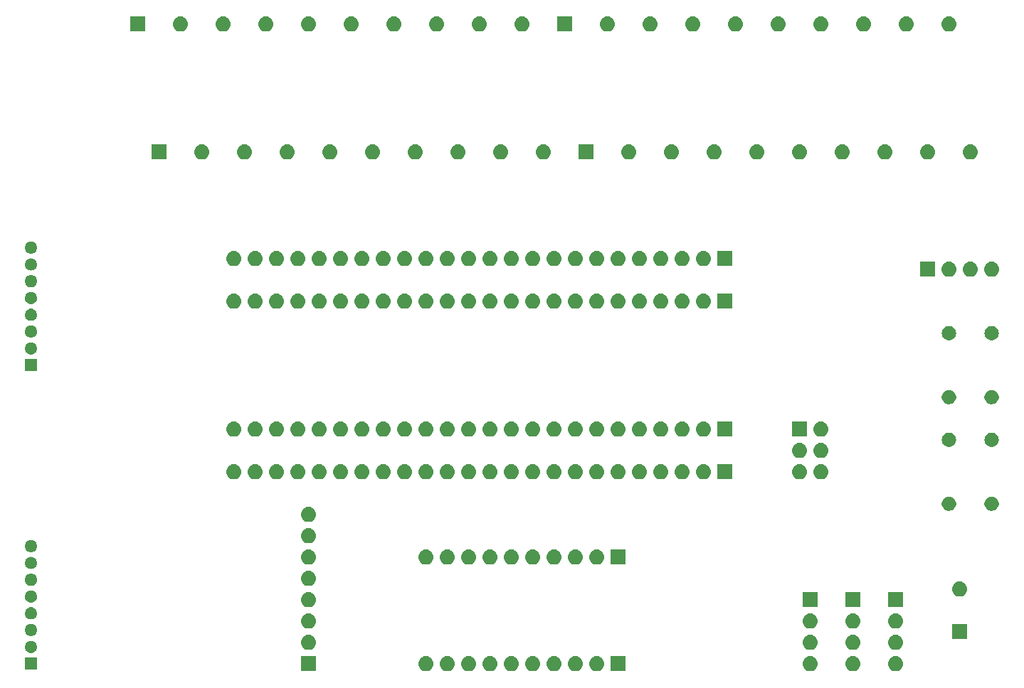
<source format=gbr>
G04 #@! TF.GenerationSoftware,KiCad,Pcbnew,(5.1.4)-1*
G04 #@! TF.CreationDate,2020-01-22T00:42:56-05:00*
G04 #@! TF.ProjectId,MainDataAquisitionBoard,4d61696e-4461-4746-9141-717569736974,rev?*
G04 #@! TF.SameCoordinates,Original*
G04 #@! TF.FileFunction,Soldermask,Bot*
G04 #@! TF.FilePolarity,Negative*
%FSLAX46Y46*%
G04 Gerber Fmt 4.6, Leading zero omitted, Abs format (unit mm)*
G04 Created by KiCad (PCBNEW (5.1.4)-1) date 2020-01-22 00:42:56*
%MOMM*%
%LPD*%
G04 APERTURE LIST*
%ADD10C,0.100000*%
G04 APERTURE END LIST*
D10*
G36*
X169020442Y-129915518D02*
G01*
X169086627Y-129922037D01*
X169256466Y-129973557D01*
X169412991Y-130057222D01*
X169445620Y-130084000D01*
X169550186Y-130169814D01*
X169633448Y-130271271D01*
X169662778Y-130307009D01*
X169746443Y-130463534D01*
X169797963Y-130633373D01*
X169815359Y-130810000D01*
X169797963Y-130986627D01*
X169746443Y-131156466D01*
X169662778Y-131312991D01*
X169633448Y-131348729D01*
X169550186Y-131450186D01*
X169448729Y-131533448D01*
X169412991Y-131562778D01*
X169256466Y-131646443D01*
X169086627Y-131697963D01*
X169020443Y-131704481D01*
X168954260Y-131711000D01*
X168865740Y-131711000D01*
X168799557Y-131704481D01*
X168733373Y-131697963D01*
X168563534Y-131646443D01*
X168407009Y-131562778D01*
X168371271Y-131533448D01*
X168269814Y-131450186D01*
X168186552Y-131348729D01*
X168157222Y-131312991D01*
X168073557Y-131156466D01*
X168022037Y-130986627D01*
X168004641Y-130810000D01*
X168022037Y-130633373D01*
X168073557Y-130463534D01*
X168157222Y-130307009D01*
X168186552Y-130271271D01*
X168269814Y-130169814D01*
X168374380Y-130084000D01*
X168407009Y-130057222D01*
X168563534Y-129973557D01*
X168733373Y-129922037D01*
X168799558Y-129915518D01*
X168865740Y-129909000D01*
X168954260Y-129909000D01*
X169020442Y-129915518D01*
X169020442Y-129915518D01*
G37*
G36*
X163940442Y-129915518D02*
G01*
X164006627Y-129922037D01*
X164176466Y-129973557D01*
X164332991Y-130057222D01*
X164365620Y-130084000D01*
X164470186Y-130169814D01*
X164553448Y-130271271D01*
X164582778Y-130307009D01*
X164666443Y-130463534D01*
X164717963Y-130633373D01*
X164735359Y-130810000D01*
X164717963Y-130986627D01*
X164666443Y-131156466D01*
X164582778Y-131312991D01*
X164553448Y-131348729D01*
X164470186Y-131450186D01*
X164368729Y-131533448D01*
X164332991Y-131562778D01*
X164176466Y-131646443D01*
X164006627Y-131697963D01*
X163940443Y-131704481D01*
X163874260Y-131711000D01*
X163785740Y-131711000D01*
X163719557Y-131704481D01*
X163653373Y-131697963D01*
X163483534Y-131646443D01*
X163327009Y-131562778D01*
X163291271Y-131533448D01*
X163189814Y-131450186D01*
X163106552Y-131348729D01*
X163077222Y-131312991D01*
X162993557Y-131156466D01*
X162942037Y-130986627D01*
X162924641Y-130810000D01*
X162942037Y-130633373D01*
X162993557Y-130463534D01*
X163077222Y-130307009D01*
X163106552Y-130271271D01*
X163189814Y-130169814D01*
X163294380Y-130084000D01*
X163327009Y-130057222D01*
X163483534Y-129973557D01*
X163653373Y-129922037D01*
X163719558Y-129915518D01*
X163785740Y-129909000D01*
X163874260Y-129909000D01*
X163940442Y-129915518D01*
X163940442Y-129915518D01*
G37*
G36*
X136791000Y-131711000D02*
G01*
X134989000Y-131711000D01*
X134989000Y-129909000D01*
X136791000Y-129909000D01*
X136791000Y-131711000D01*
X136791000Y-131711000D01*
G37*
G36*
X133460442Y-129915518D02*
G01*
X133526627Y-129922037D01*
X133696466Y-129973557D01*
X133852991Y-130057222D01*
X133885620Y-130084000D01*
X133990186Y-130169814D01*
X134073448Y-130271271D01*
X134102778Y-130307009D01*
X134186443Y-130463534D01*
X134237963Y-130633373D01*
X134255359Y-130810000D01*
X134237963Y-130986627D01*
X134186443Y-131156466D01*
X134102778Y-131312991D01*
X134073448Y-131348729D01*
X133990186Y-131450186D01*
X133888729Y-131533448D01*
X133852991Y-131562778D01*
X133696466Y-131646443D01*
X133526627Y-131697963D01*
X133460443Y-131704481D01*
X133394260Y-131711000D01*
X133305740Y-131711000D01*
X133239557Y-131704481D01*
X133173373Y-131697963D01*
X133003534Y-131646443D01*
X132847009Y-131562778D01*
X132811271Y-131533448D01*
X132709814Y-131450186D01*
X132626552Y-131348729D01*
X132597222Y-131312991D01*
X132513557Y-131156466D01*
X132462037Y-130986627D01*
X132444641Y-130810000D01*
X132462037Y-130633373D01*
X132513557Y-130463534D01*
X132597222Y-130307009D01*
X132626552Y-130271271D01*
X132709814Y-130169814D01*
X132814380Y-130084000D01*
X132847009Y-130057222D01*
X133003534Y-129973557D01*
X133173373Y-129922037D01*
X133239558Y-129915518D01*
X133305740Y-129909000D01*
X133394260Y-129909000D01*
X133460442Y-129915518D01*
X133460442Y-129915518D01*
G37*
G36*
X130920442Y-129915518D02*
G01*
X130986627Y-129922037D01*
X131156466Y-129973557D01*
X131312991Y-130057222D01*
X131345620Y-130084000D01*
X131450186Y-130169814D01*
X131533448Y-130271271D01*
X131562778Y-130307009D01*
X131646443Y-130463534D01*
X131697963Y-130633373D01*
X131715359Y-130810000D01*
X131697963Y-130986627D01*
X131646443Y-131156466D01*
X131562778Y-131312991D01*
X131533448Y-131348729D01*
X131450186Y-131450186D01*
X131348729Y-131533448D01*
X131312991Y-131562778D01*
X131156466Y-131646443D01*
X130986627Y-131697963D01*
X130920443Y-131704481D01*
X130854260Y-131711000D01*
X130765740Y-131711000D01*
X130699557Y-131704481D01*
X130633373Y-131697963D01*
X130463534Y-131646443D01*
X130307009Y-131562778D01*
X130271271Y-131533448D01*
X130169814Y-131450186D01*
X130086552Y-131348729D01*
X130057222Y-131312991D01*
X129973557Y-131156466D01*
X129922037Y-130986627D01*
X129904641Y-130810000D01*
X129922037Y-130633373D01*
X129973557Y-130463534D01*
X130057222Y-130307009D01*
X130086552Y-130271271D01*
X130169814Y-130169814D01*
X130274380Y-130084000D01*
X130307009Y-130057222D01*
X130463534Y-129973557D01*
X130633373Y-129922037D01*
X130699558Y-129915518D01*
X130765740Y-129909000D01*
X130854260Y-129909000D01*
X130920442Y-129915518D01*
X130920442Y-129915518D01*
G37*
G36*
X128380442Y-129915518D02*
G01*
X128446627Y-129922037D01*
X128616466Y-129973557D01*
X128772991Y-130057222D01*
X128805620Y-130084000D01*
X128910186Y-130169814D01*
X128993448Y-130271271D01*
X129022778Y-130307009D01*
X129106443Y-130463534D01*
X129157963Y-130633373D01*
X129175359Y-130810000D01*
X129157963Y-130986627D01*
X129106443Y-131156466D01*
X129022778Y-131312991D01*
X128993448Y-131348729D01*
X128910186Y-131450186D01*
X128808729Y-131533448D01*
X128772991Y-131562778D01*
X128616466Y-131646443D01*
X128446627Y-131697963D01*
X128380443Y-131704481D01*
X128314260Y-131711000D01*
X128225740Y-131711000D01*
X128159557Y-131704481D01*
X128093373Y-131697963D01*
X127923534Y-131646443D01*
X127767009Y-131562778D01*
X127731271Y-131533448D01*
X127629814Y-131450186D01*
X127546552Y-131348729D01*
X127517222Y-131312991D01*
X127433557Y-131156466D01*
X127382037Y-130986627D01*
X127364641Y-130810000D01*
X127382037Y-130633373D01*
X127433557Y-130463534D01*
X127517222Y-130307009D01*
X127546552Y-130271271D01*
X127629814Y-130169814D01*
X127734380Y-130084000D01*
X127767009Y-130057222D01*
X127923534Y-129973557D01*
X128093373Y-129922037D01*
X128159558Y-129915518D01*
X128225740Y-129909000D01*
X128314260Y-129909000D01*
X128380442Y-129915518D01*
X128380442Y-129915518D01*
G37*
G36*
X125840442Y-129915518D02*
G01*
X125906627Y-129922037D01*
X126076466Y-129973557D01*
X126232991Y-130057222D01*
X126265620Y-130084000D01*
X126370186Y-130169814D01*
X126453448Y-130271271D01*
X126482778Y-130307009D01*
X126566443Y-130463534D01*
X126617963Y-130633373D01*
X126635359Y-130810000D01*
X126617963Y-130986627D01*
X126566443Y-131156466D01*
X126482778Y-131312991D01*
X126453448Y-131348729D01*
X126370186Y-131450186D01*
X126268729Y-131533448D01*
X126232991Y-131562778D01*
X126076466Y-131646443D01*
X125906627Y-131697963D01*
X125840443Y-131704481D01*
X125774260Y-131711000D01*
X125685740Y-131711000D01*
X125619557Y-131704481D01*
X125553373Y-131697963D01*
X125383534Y-131646443D01*
X125227009Y-131562778D01*
X125191271Y-131533448D01*
X125089814Y-131450186D01*
X125006552Y-131348729D01*
X124977222Y-131312991D01*
X124893557Y-131156466D01*
X124842037Y-130986627D01*
X124824641Y-130810000D01*
X124842037Y-130633373D01*
X124893557Y-130463534D01*
X124977222Y-130307009D01*
X125006552Y-130271271D01*
X125089814Y-130169814D01*
X125194380Y-130084000D01*
X125227009Y-130057222D01*
X125383534Y-129973557D01*
X125553373Y-129922037D01*
X125619558Y-129915518D01*
X125685740Y-129909000D01*
X125774260Y-129909000D01*
X125840442Y-129915518D01*
X125840442Y-129915518D01*
G37*
G36*
X123300442Y-129915518D02*
G01*
X123366627Y-129922037D01*
X123536466Y-129973557D01*
X123692991Y-130057222D01*
X123725620Y-130084000D01*
X123830186Y-130169814D01*
X123913448Y-130271271D01*
X123942778Y-130307009D01*
X124026443Y-130463534D01*
X124077963Y-130633373D01*
X124095359Y-130810000D01*
X124077963Y-130986627D01*
X124026443Y-131156466D01*
X123942778Y-131312991D01*
X123913448Y-131348729D01*
X123830186Y-131450186D01*
X123728729Y-131533448D01*
X123692991Y-131562778D01*
X123536466Y-131646443D01*
X123366627Y-131697963D01*
X123300443Y-131704481D01*
X123234260Y-131711000D01*
X123145740Y-131711000D01*
X123079557Y-131704481D01*
X123013373Y-131697963D01*
X122843534Y-131646443D01*
X122687009Y-131562778D01*
X122651271Y-131533448D01*
X122549814Y-131450186D01*
X122466552Y-131348729D01*
X122437222Y-131312991D01*
X122353557Y-131156466D01*
X122302037Y-130986627D01*
X122284641Y-130810000D01*
X122302037Y-130633373D01*
X122353557Y-130463534D01*
X122437222Y-130307009D01*
X122466552Y-130271271D01*
X122549814Y-130169814D01*
X122654380Y-130084000D01*
X122687009Y-130057222D01*
X122843534Y-129973557D01*
X123013373Y-129922037D01*
X123079558Y-129915518D01*
X123145740Y-129909000D01*
X123234260Y-129909000D01*
X123300442Y-129915518D01*
X123300442Y-129915518D01*
G37*
G36*
X118220442Y-129915518D02*
G01*
X118286627Y-129922037D01*
X118456466Y-129973557D01*
X118612991Y-130057222D01*
X118645620Y-130084000D01*
X118750186Y-130169814D01*
X118833448Y-130271271D01*
X118862778Y-130307009D01*
X118946443Y-130463534D01*
X118997963Y-130633373D01*
X119015359Y-130810000D01*
X118997963Y-130986627D01*
X118946443Y-131156466D01*
X118862778Y-131312991D01*
X118833448Y-131348729D01*
X118750186Y-131450186D01*
X118648729Y-131533448D01*
X118612991Y-131562778D01*
X118456466Y-131646443D01*
X118286627Y-131697963D01*
X118220443Y-131704481D01*
X118154260Y-131711000D01*
X118065740Y-131711000D01*
X117999557Y-131704481D01*
X117933373Y-131697963D01*
X117763534Y-131646443D01*
X117607009Y-131562778D01*
X117571271Y-131533448D01*
X117469814Y-131450186D01*
X117386552Y-131348729D01*
X117357222Y-131312991D01*
X117273557Y-131156466D01*
X117222037Y-130986627D01*
X117204641Y-130810000D01*
X117222037Y-130633373D01*
X117273557Y-130463534D01*
X117357222Y-130307009D01*
X117386552Y-130271271D01*
X117469814Y-130169814D01*
X117574380Y-130084000D01*
X117607009Y-130057222D01*
X117763534Y-129973557D01*
X117933373Y-129922037D01*
X117999558Y-129915518D01*
X118065740Y-129909000D01*
X118154260Y-129909000D01*
X118220442Y-129915518D01*
X118220442Y-129915518D01*
G37*
G36*
X120760442Y-129915518D02*
G01*
X120826627Y-129922037D01*
X120996466Y-129973557D01*
X121152991Y-130057222D01*
X121185620Y-130084000D01*
X121290186Y-130169814D01*
X121373448Y-130271271D01*
X121402778Y-130307009D01*
X121486443Y-130463534D01*
X121537963Y-130633373D01*
X121555359Y-130810000D01*
X121537963Y-130986627D01*
X121486443Y-131156466D01*
X121402778Y-131312991D01*
X121373448Y-131348729D01*
X121290186Y-131450186D01*
X121188729Y-131533448D01*
X121152991Y-131562778D01*
X120996466Y-131646443D01*
X120826627Y-131697963D01*
X120760443Y-131704481D01*
X120694260Y-131711000D01*
X120605740Y-131711000D01*
X120539557Y-131704481D01*
X120473373Y-131697963D01*
X120303534Y-131646443D01*
X120147009Y-131562778D01*
X120111271Y-131533448D01*
X120009814Y-131450186D01*
X119926552Y-131348729D01*
X119897222Y-131312991D01*
X119813557Y-131156466D01*
X119762037Y-130986627D01*
X119744641Y-130810000D01*
X119762037Y-130633373D01*
X119813557Y-130463534D01*
X119897222Y-130307009D01*
X119926552Y-130271271D01*
X120009814Y-130169814D01*
X120114380Y-130084000D01*
X120147009Y-130057222D01*
X120303534Y-129973557D01*
X120473373Y-129922037D01*
X120539558Y-129915518D01*
X120605740Y-129909000D01*
X120694260Y-129909000D01*
X120760442Y-129915518D01*
X120760442Y-129915518D01*
G37*
G36*
X158860442Y-129915518D02*
G01*
X158926627Y-129922037D01*
X159096466Y-129973557D01*
X159252991Y-130057222D01*
X159285620Y-130084000D01*
X159390186Y-130169814D01*
X159473448Y-130271271D01*
X159502778Y-130307009D01*
X159586443Y-130463534D01*
X159637963Y-130633373D01*
X159655359Y-130810000D01*
X159637963Y-130986627D01*
X159586443Y-131156466D01*
X159502778Y-131312991D01*
X159473448Y-131348729D01*
X159390186Y-131450186D01*
X159288729Y-131533448D01*
X159252991Y-131562778D01*
X159096466Y-131646443D01*
X158926627Y-131697963D01*
X158860443Y-131704481D01*
X158794260Y-131711000D01*
X158705740Y-131711000D01*
X158639557Y-131704481D01*
X158573373Y-131697963D01*
X158403534Y-131646443D01*
X158247009Y-131562778D01*
X158211271Y-131533448D01*
X158109814Y-131450186D01*
X158026552Y-131348729D01*
X157997222Y-131312991D01*
X157913557Y-131156466D01*
X157862037Y-130986627D01*
X157844641Y-130810000D01*
X157862037Y-130633373D01*
X157913557Y-130463534D01*
X157997222Y-130307009D01*
X158026552Y-130271271D01*
X158109814Y-130169814D01*
X158214380Y-130084000D01*
X158247009Y-130057222D01*
X158403534Y-129973557D01*
X158573373Y-129922037D01*
X158639558Y-129915518D01*
X158705740Y-129909000D01*
X158794260Y-129909000D01*
X158860442Y-129915518D01*
X158860442Y-129915518D01*
G37*
G36*
X99961000Y-131711000D02*
G01*
X98159000Y-131711000D01*
X98159000Y-129909000D01*
X99961000Y-129909000D01*
X99961000Y-131711000D01*
X99961000Y-131711000D01*
G37*
G36*
X115680442Y-129915518D02*
G01*
X115746627Y-129922037D01*
X115916466Y-129973557D01*
X116072991Y-130057222D01*
X116105620Y-130084000D01*
X116210186Y-130169814D01*
X116293448Y-130271271D01*
X116322778Y-130307009D01*
X116406443Y-130463534D01*
X116457963Y-130633373D01*
X116475359Y-130810000D01*
X116457963Y-130986627D01*
X116406443Y-131156466D01*
X116322778Y-131312991D01*
X116293448Y-131348729D01*
X116210186Y-131450186D01*
X116108729Y-131533448D01*
X116072991Y-131562778D01*
X115916466Y-131646443D01*
X115746627Y-131697963D01*
X115680443Y-131704481D01*
X115614260Y-131711000D01*
X115525740Y-131711000D01*
X115459557Y-131704481D01*
X115393373Y-131697963D01*
X115223534Y-131646443D01*
X115067009Y-131562778D01*
X115031271Y-131533448D01*
X114929814Y-131450186D01*
X114846552Y-131348729D01*
X114817222Y-131312991D01*
X114733557Y-131156466D01*
X114682037Y-130986627D01*
X114664641Y-130810000D01*
X114682037Y-130633373D01*
X114733557Y-130463534D01*
X114817222Y-130307009D01*
X114846552Y-130271271D01*
X114929814Y-130169814D01*
X115034380Y-130084000D01*
X115067009Y-130057222D01*
X115223534Y-129973557D01*
X115393373Y-129922037D01*
X115459558Y-129915518D01*
X115525740Y-129909000D01*
X115614260Y-129909000D01*
X115680442Y-129915518D01*
X115680442Y-129915518D01*
G37*
G36*
X113140442Y-129915518D02*
G01*
X113206627Y-129922037D01*
X113376466Y-129973557D01*
X113532991Y-130057222D01*
X113565620Y-130084000D01*
X113670186Y-130169814D01*
X113753448Y-130271271D01*
X113782778Y-130307009D01*
X113866443Y-130463534D01*
X113917963Y-130633373D01*
X113935359Y-130810000D01*
X113917963Y-130986627D01*
X113866443Y-131156466D01*
X113782778Y-131312991D01*
X113753448Y-131348729D01*
X113670186Y-131450186D01*
X113568729Y-131533448D01*
X113532991Y-131562778D01*
X113376466Y-131646443D01*
X113206627Y-131697963D01*
X113140443Y-131704481D01*
X113074260Y-131711000D01*
X112985740Y-131711000D01*
X112919557Y-131704481D01*
X112853373Y-131697963D01*
X112683534Y-131646443D01*
X112527009Y-131562778D01*
X112491271Y-131533448D01*
X112389814Y-131450186D01*
X112306552Y-131348729D01*
X112277222Y-131312991D01*
X112193557Y-131156466D01*
X112142037Y-130986627D01*
X112124641Y-130810000D01*
X112142037Y-130633373D01*
X112193557Y-130463534D01*
X112277222Y-130307009D01*
X112306552Y-130271271D01*
X112389814Y-130169814D01*
X112494380Y-130084000D01*
X112527009Y-130057222D01*
X112683534Y-129973557D01*
X112853373Y-129922037D01*
X112919558Y-129915518D01*
X112985740Y-129909000D01*
X113074260Y-129909000D01*
X113140442Y-129915518D01*
X113140442Y-129915518D01*
G37*
G36*
X66766000Y-131536000D02*
G01*
X65314000Y-131536000D01*
X65314000Y-130084000D01*
X66766000Y-130084000D01*
X66766000Y-131536000D01*
X66766000Y-131536000D01*
G37*
G36*
X66111213Y-128087502D02*
G01*
X66182321Y-128094505D01*
X66319172Y-128136019D01*
X66319175Y-128136020D01*
X66445294Y-128203432D01*
X66555843Y-128294157D01*
X66646568Y-128404706D01*
X66713980Y-128530825D01*
X66713981Y-128530828D01*
X66755495Y-128667679D01*
X66769512Y-128810000D01*
X66755495Y-128952321D01*
X66734121Y-129022779D01*
X66713980Y-129089175D01*
X66646568Y-129215294D01*
X66555843Y-129325843D01*
X66445294Y-129416568D01*
X66319175Y-129483980D01*
X66319172Y-129483981D01*
X66182321Y-129525495D01*
X66111213Y-129532498D01*
X66075660Y-129536000D01*
X66004340Y-129536000D01*
X65968787Y-129532498D01*
X65897679Y-129525495D01*
X65760828Y-129483981D01*
X65760825Y-129483980D01*
X65634706Y-129416568D01*
X65524157Y-129325843D01*
X65433432Y-129215294D01*
X65366020Y-129089175D01*
X65345879Y-129022779D01*
X65324505Y-128952321D01*
X65310488Y-128810000D01*
X65324505Y-128667679D01*
X65366019Y-128530828D01*
X65366020Y-128530825D01*
X65433432Y-128404706D01*
X65524157Y-128294157D01*
X65634706Y-128203432D01*
X65760825Y-128136020D01*
X65760828Y-128136019D01*
X65897679Y-128094505D01*
X65968787Y-128087502D01*
X66004340Y-128084000D01*
X66075660Y-128084000D01*
X66111213Y-128087502D01*
X66111213Y-128087502D01*
G37*
G36*
X99170442Y-127375518D02*
G01*
X99236627Y-127382037D01*
X99406466Y-127433557D01*
X99562991Y-127517222D01*
X99585872Y-127536000D01*
X99700186Y-127629814D01*
X99783448Y-127731271D01*
X99812778Y-127767009D01*
X99896443Y-127923534D01*
X99947963Y-128093373D01*
X99965359Y-128270000D01*
X99947963Y-128446627D01*
X99896443Y-128616466D01*
X99812778Y-128772991D01*
X99783448Y-128808729D01*
X99700186Y-128910186D01*
X99598729Y-128993448D01*
X99562991Y-129022778D01*
X99406466Y-129106443D01*
X99236627Y-129157963D01*
X99170442Y-129164482D01*
X99104260Y-129171000D01*
X99015740Y-129171000D01*
X98949558Y-129164482D01*
X98883373Y-129157963D01*
X98713534Y-129106443D01*
X98557009Y-129022778D01*
X98521271Y-128993448D01*
X98419814Y-128910186D01*
X98336552Y-128808729D01*
X98307222Y-128772991D01*
X98223557Y-128616466D01*
X98172037Y-128446627D01*
X98154641Y-128270000D01*
X98172037Y-128093373D01*
X98223557Y-127923534D01*
X98307222Y-127767009D01*
X98336552Y-127731271D01*
X98419814Y-127629814D01*
X98534128Y-127536000D01*
X98557009Y-127517222D01*
X98713534Y-127433557D01*
X98883373Y-127382037D01*
X98949558Y-127375518D01*
X99015740Y-127369000D01*
X99104260Y-127369000D01*
X99170442Y-127375518D01*
X99170442Y-127375518D01*
G37*
G36*
X169020442Y-127375518D02*
G01*
X169086627Y-127382037D01*
X169256466Y-127433557D01*
X169412991Y-127517222D01*
X169435872Y-127536000D01*
X169550186Y-127629814D01*
X169633448Y-127731271D01*
X169662778Y-127767009D01*
X169746443Y-127923534D01*
X169797963Y-128093373D01*
X169815359Y-128270000D01*
X169797963Y-128446627D01*
X169746443Y-128616466D01*
X169662778Y-128772991D01*
X169633448Y-128808729D01*
X169550186Y-128910186D01*
X169448729Y-128993448D01*
X169412991Y-129022778D01*
X169256466Y-129106443D01*
X169086627Y-129157963D01*
X169020442Y-129164482D01*
X168954260Y-129171000D01*
X168865740Y-129171000D01*
X168799558Y-129164482D01*
X168733373Y-129157963D01*
X168563534Y-129106443D01*
X168407009Y-129022778D01*
X168371271Y-128993448D01*
X168269814Y-128910186D01*
X168186552Y-128808729D01*
X168157222Y-128772991D01*
X168073557Y-128616466D01*
X168022037Y-128446627D01*
X168004641Y-128270000D01*
X168022037Y-128093373D01*
X168073557Y-127923534D01*
X168157222Y-127767009D01*
X168186552Y-127731271D01*
X168269814Y-127629814D01*
X168384128Y-127536000D01*
X168407009Y-127517222D01*
X168563534Y-127433557D01*
X168733373Y-127382037D01*
X168799558Y-127375518D01*
X168865740Y-127369000D01*
X168954260Y-127369000D01*
X169020442Y-127375518D01*
X169020442Y-127375518D01*
G37*
G36*
X163940442Y-127375518D02*
G01*
X164006627Y-127382037D01*
X164176466Y-127433557D01*
X164332991Y-127517222D01*
X164355872Y-127536000D01*
X164470186Y-127629814D01*
X164553448Y-127731271D01*
X164582778Y-127767009D01*
X164666443Y-127923534D01*
X164717963Y-128093373D01*
X164735359Y-128270000D01*
X164717963Y-128446627D01*
X164666443Y-128616466D01*
X164582778Y-128772991D01*
X164553448Y-128808729D01*
X164470186Y-128910186D01*
X164368729Y-128993448D01*
X164332991Y-129022778D01*
X164176466Y-129106443D01*
X164006627Y-129157963D01*
X163940442Y-129164482D01*
X163874260Y-129171000D01*
X163785740Y-129171000D01*
X163719558Y-129164482D01*
X163653373Y-129157963D01*
X163483534Y-129106443D01*
X163327009Y-129022778D01*
X163291271Y-128993448D01*
X163189814Y-128910186D01*
X163106552Y-128808729D01*
X163077222Y-128772991D01*
X162993557Y-128616466D01*
X162942037Y-128446627D01*
X162924641Y-128270000D01*
X162942037Y-128093373D01*
X162993557Y-127923534D01*
X163077222Y-127767009D01*
X163106552Y-127731271D01*
X163189814Y-127629814D01*
X163304128Y-127536000D01*
X163327009Y-127517222D01*
X163483534Y-127433557D01*
X163653373Y-127382037D01*
X163719558Y-127375518D01*
X163785740Y-127369000D01*
X163874260Y-127369000D01*
X163940442Y-127375518D01*
X163940442Y-127375518D01*
G37*
G36*
X158860442Y-127375518D02*
G01*
X158926627Y-127382037D01*
X159096466Y-127433557D01*
X159252991Y-127517222D01*
X159275872Y-127536000D01*
X159390186Y-127629814D01*
X159473448Y-127731271D01*
X159502778Y-127767009D01*
X159586443Y-127923534D01*
X159637963Y-128093373D01*
X159655359Y-128270000D01*
X159637963Y-128446627D01*
X159586443Y-128616466D01*
X159502778Y-128772991D01*
X159473448Y-128808729D01*
X159390186Y-128910186D01*
X159288729Y-128993448D01*
X159252991Y-129022778D01*
X159096466Y-129106443D01*
X158926627Y-129157963D01*
X158860442Y-129164482D01*
X158794260Y-129171000D01*
X158705740Y-129171000D01*
X158639558Y-129164482D01*
X158573373Y-129157963D01*
X158403534Y-129106443D01*
X158247009Y-129022778D01*
X158211271Y-128993448D01*
X158109814Y-128910186D01*
X158026552Y-128808729D01*
X157997222Y-128772991D01*
X157913557Y-128616466D01*
X157862037Y-128446627D01*
X157844641Y-128270000D01*
X157862037Y-128093373D01*
X157913557Y-127923534D01*
X157997222Y-127767009D01*
X158026552Y-127731271D01*
X158109814Y-127629814D01*
X158224128Y-127536000D01*
X158247009Y-127517222D01*
X158403534Y-127433557D01*
X158573373Y-127382037D01*
X158639558Y-127375518D01*
X158705740Y-127369000D01*
X158794260Y-127369000D01*
X158860442Y-127375518D01*
X158860442Y-127375518D01*
G37*
G36*
X177431000Y-127901000D02*
G01*
X175629000Y-127901000D01*
X175629000Y-126099000D01*
X177431000Y-126099000D01*
X177431000Y-127901000D01*
X177431000Y-127901000D01*
G37*
G36*
X66111213Y-126087502D02*
G01*
X66182321Y-126094505D01*
X66319172Y-126136019D01*
X66319175Y-126136020D01*
X66445294Y-126203432D01*
X66555843Y-126294157D01*
X66646568Y-126404706D01*
X66713980Y-126530825D01*
X66713981Y-126530828D01*
X66755495Y-126667679D01*
X66769512Y-126810000D01*
X66755495Y-126952321D01*
X66713981Y-127089172D01*
X66713980Y-127089175D01*
X66646568Y-127215294D01*
X66555843Y-127325843D01*
X66445294Y-127416568D01*
X66319175Y-127483980D01*
X66319172Y-127483981D01*
X66182321Y-127525495D01*
X66111213Y-127532498D01*
X66075660Y-127536000D01*
X66004340Y-127536000D01*
X65968787Y-127532498D01*
X65897679Y-127525495D01*
X65760828Y-127483981D01*
X65760825Y-127483980D01*
X65634706Y-127416568D01*
X65524157Y-127325843D01*
X65433432Y-127215294D01*
X65366020Y-127089175D01*
X65366019Y-127089172D01*
X65324505Y-126952321D01*
X65310488Y-126810000D01*
X65324505Y-126667679D01*
X65366019Y-126530828D01*
X65366020Y-126530825D01*
X65433432Y-126404706D01*
X65524157Y-126294157D01*
X65634706Y-126203432D01*
X65760825Y-126136020D01*
X65760828Y-126136019D01*
X65897679Y-126094505D01*
X65968787Y-126087502D01*
X66004340Y-126084000D01*
X66075660Y-126084000D01*
X66111213Y-126087502D01*
X66111213Y-126087502D01*
G37*
G36*
X169020443Y-124835519D02*
G01*
X169086627Y-124842037D01*
X169256466Y-124893557D01*
X169412991Y-124977222D01*
X169448729Y-125006552D01*
X169550186Y-125089814D01*
X169633448Y-125191271D01*
X169662778Y-125227009D01*
X169746443Y-125383534D01*
X169797963Y-125553373D01*
X169815359Y-125730000D01*
X169797963Y-125906627D01*
X169746443Y-126076466D01*
X169662778Y-126232991D01*
X169633448Y-126268729D01*
X169550186Y-126370186D01*
X169448729Y-126453448D01*
X169412991Y-126482778D01*
X169256466Y-126566443D01*
X169086627Y-126617963D01*
X169020442Y-126624482D01*
X168954260Y-126631000D01*
X168865740Y-126631000D01*
X168799558Y-126624482D01*
X168733373Y-126617963D01*
X168563534Y-126566443D01*
X168407009Y-126482778D01*
X168371271Y-126453448D01*
X168269814Y-126370186D01*
X168186552Y-126268729D01*
X168157222Y-126232991D01*
X168073557Y-126076466D01*
X168022037Y-125906627D01*
X168004641Y-125730000D01*
X168022037Y-125553373D01*
X168073557Y-125383534D01*
X168157222Y-125227009D01*
X168186552Y-125191271D01*
X168269814Y-125089814D01*
X168371271Y-125006552D01*
X168407009Y-124977222D01*
X168563534Y-124893557D01*
X168733373Y-124842037D01*
X168799557Y-124835519D01*
X168865740Y-124829000D01*
X168954260Y-124829000D01*
X169020443Y-124835519D01*
X169020443Y-124835519D01*
G37*
G36*
X99170443Y-124835519D02*
G01*
X99236627Y-124842037D01*
X99406466Y-124893557D01*
X99562991Y-124977222D01*
X99598729Y-125006552D01*
X99700186Y-125089814D01*
X99783448Y-125191271D01*
X99812778Y-125227009D01*
X99896443Y-125383534D01*
X99947963Y-125553373D01*
X99965359Y-125730000D01*
X99947963Y-125906627D01*
X99896443Y-126076466D01*
X99812778Y-126232991D01*
X99783448Y-126268729D01*
X99700186Y-126370186D01*
X99598729Y-126453448D01*
X99562991Y-126482778D01*
X99406466Y-126566443D01*
X99236627Y-126617963D01*
X99170442Y-126624482D01*
X99104260Y-126631000D01*
X99015740Y-126631000D01*
X98949558Y-126624482D01*
X98883373Y-126617963D01*
X98713534Y-126566443D01*
X98557009Y-126482778D01*
X98521271Y-126453448D01*
X98419814Y-126370186D01*
X98336552Y-126268729D01*
X98307222Y-126232991D01*
X98223557Y-126076466D01*
X98172037Y-125906627D01*
X98154641Y-125730000D01*
X98172037Y-125553373D01*
X98223557Y-125383534D01*
X98307222Y-125227009D01*
X98336552Y-125191271D01*
X98419814Y-125089814D01*
X98521271Y-125006552D01*
X98557009Y-124977222D01*
X98713534Y-124893557D01*
X98883373Y-124842037D01*
X98949557Y-124835519D01*
X99015740Y-124829000D01*
X99104260Y-124829000D01*
X99170443Y-124835519D01*
X99170443Y-124835519D01*
G37*
G36*
X158860443Y-124835519D02*
G01*
X158926627Y-124842037D01*
X159096466Y-124893557D01*
X159252991Y-124977222D01*
X159288729Y-125006552D01*
X159390186Y-125089814D01*
X159473448Y-125191271D01*
X159502778Y-125227009D01*
X159586443Y-125383534D01*
X159637963Y-125553373D01*
X159655359Y-125730000D01*
X159637963Y-125906627D01*
X159586443Y-126076466D01*
X159502778Y-126232991D01*
X159473448Y-126268729D01*
X159390186Y-126370186D01*
X159288729Y-126453448D01*
X159252991Y-126482778D01*
X159096466Y-126566443D01*
X158926627Y-126617963D01*
X158860442Y-126624482D01*
X158794260Y-126631000D01*
X158705740Y-126631000D01*
X158639558Y-126624482D01*
X158573373Y-126617963D01*
X158403534Y-126566443D01*
X158247009Y-126482778D01*
X158211271Y-126453448D01*
X158109814Y-126370186D01*
X158026552Y-126268729D01*
X157997222Y-126232991D01*
X157913557Y-126076466D01*
X157862037Y-125906627D01*
X157844641Y-125730000D01*
X157862037Y-125553373D01*
X157913557Y-125383534D01*
X157997222Y-125227009D01*
X158026552Y-125191271D01*
X158109814Y-125089814D01*
X158211271Y-125006552D01*
X158247009Y-124977222D01*
X158403534Y-124893557D01*
X158573373Y-124842037D01*
X158639557Y-124835519D01*
X158705740Y-124829000D01*
X158794260Y-124829000D01*
X158860443Y-124835519D01*
X158860443Y-124835519D01*
G37*
G36*
X163940443Y-124835519D02*
G01*
X164006627Y-124842037D01*
X164176466Y-124893557D01*
X164332991Y-124977222D01*
X164368729Y-125006552D01*
X164470186Y-125089814D01*
X164553448Y-125191271D01*
X164582778Y-125227009D01*
X164666443Y-125383534D01*
X164717963Y-125553373D01*
X164735359Y-125730000D01*
X164717963Y-125906627D01*
X164666443Y-126076466D01*
X164582778Y-126232991D01*
X164553448Y-126268729D01*
X164470186Y-126370186D01*
X164368729Y-126453448D01*
X164332991Y-126482778D01*
X164176466Y-126566443D01*
X164006627Y-126617963D01*
X163940442Y-126624482D01*
X163874260Y-126631000D01*
X163785740Y-126631000D01*
X163719558Y-126624482D01*
X163653373Y-126617963D01*
X163483534Y-126566443D01*
X163327009Y-126482778D01*
X163291271Y-126453448D01*
X163189814Y-126370186D01*
X163106552Y-126268729D01*
X163077222Y-126232991D01*
X162993557Y-126076466D01*
X162942037Y-125906627D01*
X162924641Y-125730000D01*
X162942037Y-125553373D01*
X162993557Y-125383534D01*
X163077222Y-125227009D01*
X163106552Y-125191271D01*
X163189814Y-125089814D01*
X163291271Y-125006552D01*
X163327009Y-124977222D01*
X163483534Y-124893557D01*
X163653373Y-124842037D01*
X163719557Y-124835519D01*
X163785740Y-124829000D01*
X163874260Y-124829000D01*
X163940443Y-124835519D01*
X163940443Y-124835519D01*
G37*
G36*
X66111213Y-124087502D02*
G01*
X66182321Y-124094505D01*
X66319172Y-124136019D01*
X66319175Y-124136020D01*
X66445294Y-124203432D01*
X66555843Y-124294157D01*
X66646568Y-124404706D01*
X66713980Y-124530825D01*
X66713981Y-124530828D01*
X66755495Y-124667679D01*
X66769512Y-124810000D01*
X66755495Y-124952321D01*
X66747941Y-124977222D01*
X66713980Y-125089175D01*
X66646568Y-125215294D01*
X66555843Y-125325843D01*
X66445294Y-125416568D01*
X66319175Y-125483980D01*
X66319172Y-125483981D01*
X66182321Y-125525495D01*
X66111213Y-125532498D01*
X66075660Y-125536000D01*
X66004340Y-125536000D01*
X65968787Y-125532498D01*
X65897679Y-125525495D01*
X65760828Y-125483981D01*
X65760825Y-125483980D01*
X65634706Y-125416568D01*
X65524157Y-125325843D01*
X65433432Y-125215294D01*
X65366020Y-125089175D01*
X65332059Y-124977222D01*
X65324505Y-124952321D01*
X65310488Y-124810000D01*
X65324505Y-124667679D01*
X65366019Y-124530828D01*
X65366020Y-124530825D01*
X65433432Y-124404706D01*
X65524157Y-124294157D01*
X65634706Y-124203432D01*
X65760825Y-124136020D01*
X65760828Y-124136019D01*
X65897679Y-124094505D01*
X65968787Y-124087502D01*
X66004340Y-124084000D01*
X66075660Y-124084000D01*
X66111213Y-124087502D01*
X66111213Y-124087502D01*
G37*
G36*
X99156619Y-122294157D02*
G01*
X99236627Y-122302037D01*
X99406466Y-122353557D01*
X99562991Y-122437222D01*
X99598729Y-122466552D01*
X99700186Y-122549814D01*
X99783448Y-122651271D01*
X99812778Y-122687009D01*
X99896443Y-122843534D01*
X99947963Y-123013373D01*
X99965359Y-123190000D01*
X99947963Y-123366627D01*
X99896443Y-123536466D01*
X99812778Y-123692991D01*
X99783448Y-123728729D01*
X99700186Y-123830186D01*
X99598729Y-123913448D01*
X99562991Y-123942778D01*
X99406466Y-124026443D01*
X99236627Y-124077963D01*
X99175331Y-124084000D01*
X99104260Y-124091000D01*
X99015740Y-124091000D01*
X98944669Y-124084000D01*
X98883373Y-124077963D01*
X98713534Y-124026443D01*
X98557009Y-123942778D01*
X98521271Y-123913448D01*
X98419814Y-123830186D01*
X98336552Y-123728729D01*
X98307222Y-123692991D01*
X98223557Y-123536466D01*
X98172037Y-123366627D01*
X98154641Y-123190000D01*
X98172037Y-123013373D01*
X98223557Y-122843534D01*
X98307222Y-122687009D01*
X98336552Y-122651271D01*
X98419814Y-122549814D01*
X98521271Y-122466552D01*
X98557009Y-122437222D01*
X98713534Y-122353557D01*
X98883373Y-122302037D01*
X98963381Y-122294157D01*
X99015740Y-122289000D01*
X99104260Y-122289000D01*
X99156619Y-122294157D01*
X99156619Y-122294157D01*
G37*
G36*
X159651000Y-124091000D02*
G01*
X157849000Y-124091000D01*
X157849000Y-122289000D01*
X159651000Y-122289000D01*
X159651000Y-124091000D01*
X159651000Y-124091000D01*
G37*
G36*
X169811000Y-124091000D02*
G01*
X168009000Y-124091000D01*
X168009000Y-122289000D01*
X169811000Y-122289000D01*
X169811000Y-124091000D01*
X169811000Y-124091000D01*
G37*
G36*
X164731000Y-124091000D02*
G01*
X162929000Y-124091000D01*
X162929000Y-122289000D01*
X164731000Y-122289000D01*
X164731000Y-124091000D01*
X164731000Y-124091000D01*
G37*
G36*
X66111213Y-122087502D02*
G01*
X66182321Y-122094505D01*
X66319172Y-122136019D01*
X66319175Y-122136020D01*
X66445294Y-122203432D01*
X66555843Y-122294157D01*
X66646568Y-122404706D01*
X66713980Y-122530825D01*
X66713981Y-122530828D01*
X66755495Y-122667679D01*
X66769512Y-122810000D01*
X66755495Y-122952321D01*
X66736974Y-123013375D01*
X66713980Y-123089175D01*
X66646568Y-123215294D01*
X66555843Y-123325843D01*
X66445294Y-123416568D01*
X66319175Y-123483980D01*
X66319172Y-123483981D01*
X66182321Y-123525495D01*
X66111213Y-123532498D01*
X66075660Y-123536000D01*
X66004340Y-123536000D01*
X65968787Y-123532498D01*
X65897679Y-123525495D01*
X65760828Y-123483981D01*
X65760825Y-123483980D01*
X65634706Y-123416568D01*
X65524157Y-123325843D01*
X65433432Y-123215294D01*
X65366020Y-123089175D01*
X65343026Y-123013375D01*
X65324505Y-122952321D01*
X65310488Y-122810000D01*
X65324505Y-122667679D01*
X65366019Y-122530828D01*
X65366020Y-122530825D01*
X65433432Y-122404706D01*
X65524157Y-122294157D01*
X65634706Y-122203432D01*
X65760825Y-122136020D01*
X65760828Y-122136019D01*
X65897679Y-122094505D01*
X65968787Y-122087502D01*
X66004340Y-122084000D01*
X66075660Y-122084000D01*
X66111213Y-122087502D01*
X66111213Y-122087502D01*
G37*
G36*
X176640442Y-121025518D02*
G01*
X176706627Y-121032037D01*
X176876466Y-121083557D01*
X176876468Y-121083558D01*
X176954729Y-121125390D01*
X177032991Y-121167222D01*
X177068729Y-121196552D01*
X177170186Y-121279814D01*
X177253448Y-121381271D01*
X177282778Y-121417009D01*
X177366443Y-121573534D01*
X177417963Y-121743373D01*
X177435359Y-121920000D01*
X177417963Y-122096627D01*
X177366443Y-122266466D01*
X177282778Y-122422991D01*
X177253448Y-122458729D01*
X177170186Y-122560186D01*
X177068729Y-122643448D01*
X177032991Y-122672778D01*
X176876466Y-122756443D01*
X176706627Y-122807963D01*
X176640443Y-122814481D01*
X176574260Y-122821000D01*
X176485740Y-122821000D01*
X176419557Y-122814481D01*
X176353373Y-122807963D01*
X176183534Y-122756443D01*
X176027009Y-122672778D01*
X175991271Y-122643448D01*
X175889814Y-122560186D01*
X175806552Y-122458729D01*
X175777222Y-122422991D01*
X175693557Y-122266466D01*
X175642037Y-122096627D01*
X175624641Y-121920000D01*
X175642037Y-121743373D01*
X175693557Y-121573534D01*
X175777222Y-121417009D01*
X175806552Y-121381271D01*
X175889814Y-121279814D01*
X175991271Y-121196552D01*
X176027009Y-121167222D01*
X176105272Y-121125389D01*
X176183532Y-121083558D01*
X176183534Y-121083557D01*
X176353373Y-121032037D01*
X176419558Y-121025518D01*
X176485740Y-121019000D01*
X176574260Y-121019000D01*
X176640442Y-121025518D01*
X176640442Y-121025518D01*
G37*
G36*
X99170442Y-119755518D02*
G01*
X99236627Y-119762037D01*
X99406466Y-119813557D01*
X99562991Y-119897222D01*
X99598729Y-119926552D01*
X99700186Y-120009814D01*
X99769689Y-120094505D01*
X99812778Y-120147009D01*
X99896443Y-120303534D01*
X99947963Y-120473373D01*
X99965359Y-120650000D01*
X99947963Y-120826627D01*
X99896443Y-120996466D01*
X99812778Y-121152991D01*
X99783448Y-121188729D01*
X99700186Y-121290186D01*
X99598729Y-121373448D01*
X99562991Y-121402778D01*
X99406466Y-121486443D01*
X99236627Y-121537963D01*
X99170443Y-121544481D01*
X99104260Y-121551000D01*
X99015740Y-121551000D01*
X98949557Y-121544481D01*
X98883373Y-121537963D01*
X98713534Y-121486443D01*
X98557009Y-121402778D01*
X98521271Y-121373448D01*
X98419814Y-121290186D01*
X98336552Y-121188729D01*
X98307222Y-121152991D01*
X98223557Y-120996466D01*
X98172037Y-120826627D01*
X98154641Y-120650000D01*
X98172037Y-120473373D01*
X98223557Y-120303534D01*
X98307222Y-120147009D01*
X98350311Y-120094505D01*
X98419814Y-120009814D01*
X98521271Y-119926552D01*
X98557009Y-119897222D01*
X98713534Y-119813557D01*
X98883373Y-119762037D01*
X98949558Y-119755518D01*
X99015740Y-119749000D01*
X99104260Y-119749000D01*
X99170442Y-119755518D01*
X99170442Y-119755518D01*
G37*
G36*
X66111213Y-120087502D02*
G01*
X66182321Y-120094505D01*
X66319172Y-120136019D01*
X66319175Y-120136020D01*
X66445294Y-120203432D01*
X66555843Y-120294157D01*
X66646568Y-120404706D01*
X66713980Y-120530825D01*
X66713981Y-120530828D01*
X66755495Y-120667679D01*
X66769512Y-120810000D01*
X66755495Y-120952321D01*
X66731313Y-121032037D01*
X66713980Y-121089175D01*
X66646568Y-121215294D01*
X66555843Y-121325843D01*
X66445294Y-121416568D01*
X66319175Y-121483980D01*
X66319172Y-121483981D01*
X66182321Y-121525495D01*
X66111213Y-121532498D01*
X66075660Y-121536000D01*
X66004340Y-121536000D01*
X65968787Y-121532498D01*
X65897679Y-121525495D01*
X65760828Y-121483981D01*
X65760825Y-121483980D01*
X65634706Y-121416568D01*
X65524157Y-121325843D01*
X65433432Y-121215294D01*
X65366020Y-121089175D01*
X65348687Y-121032037D01*
X65324505Y-120952321D01*
X65310488Y-120810000D01*
X65324505Y-120667679D01*
X65366019Y-120530828D01*
X65366020Y-120530825D01*
X65433432Y-120404706D01*
X65524157Y-120294157D01*
X65634706Y-120203432D01*
X65760825Y-120136020D01*
X65760828Y-120136019D01*
X65897679Y-120094505D01*
X65968787Y-120087502D01*
X66004340Y-120084000D01*
X66075660Y-120084000D01*
X66111213Y-120087502D01*
X66111213Y-120087502D01*
G37*
G36*
X66111213Y-118087502D02*
G01*
X66182321Y-118094505D01*
X66319172Y-118136019D01*
X66319175Y-118136020D01*
X66445294Y-118203432D01*
X66555843Y-118294157D01*
X66646568Y-118404706D01*
X66713980Y-118530825D01*
X66713981Y-118530828D01*
X66755495Y-118667679D01*
X66769512Y-118810000D01*
X66755495Y-118952321D01*
X66713981Y-119089172D01*
X66713980Y-119089175D01*
X66646568Y-119215294D01*
X66555843Y-119325843D01*
X66445294Y-119416568D01*
X66319175Y-119483980D01*
X66319172Y-119483981D01*
X66182321Y-119525495D01*
X66111213Y-119532498D01*
X66075660Y-119536000D01*
X66004340Y-119536000D01*
X65968787Y-119532498D01*
X65897679Y-119525495D01*
X65760828Y-119483981D01*
X65760825Y-119483980D01*
X65634706Y-119416568D01*
X65524157Y-119325843D01*
X65433432Y-119215294D01*
X65366020Y-119089175D01*
X65366019Y-119089172D01*
X65324505Y-118952321D01*
X65310488Y-118810000D01*
X65324505Y-118667679D01*
X65366019Y-118530828D01*
X65366020Y-118530825D01*
X65433432Y-118404706D01*
X65524157Y-118294157D01*
X65634706Y-118203432D01*
X65760825Y-118136020D01*
X65760828Y-118136019D01*
X65897679Y-118094505D01*
X65968787Y-118087502D01*
X66004340Y-118084000D01*
X66075660Y-118084000D01*
X66111213Y-118087502D01*
X66111213Y-118087502D01*
G37*
G36*
X125838163Y-117215294D02*
G01*
X125906627Y-117222037D01*
X126076466Y-117273557D01*
X126232991Y-117357222D01*
X126268729Y-117386552D01*
X126370186Y-117469814D01*
X126453448Y-117571271D01*
X126482778Y-117607009D01*
X126566443Y-117763534D01*
X126617963Y-117933373D01*
X126635359Y-118110000D01*
X126617963Y-118286627D01*
X126566443Y-118456466D01*
X126482778Y-118612991D01*
X126453448Y-118648729D01*
X126370186Y-118750186D01*
X126297301Y-118810000D01*
X126232991Y-118862778D01*
X126076466Y-118946443D01*
X125906627Y-118997963D01*
X125840443Y-119004481D01*
X125774260Y-119011000D01*
X125685740Y-119011000D01*
X125619557Y-119004481D01*
X125553373Y-118997963D01*
X125383534Y-118946443D01*
X125227009Y-118862778D01*
X125162699Y-118810000D01*
X125089814Y-118750186D01*
X125006552Y-118648729D01*
X124977222Y-118612991D01*
X124893557Y-118456466D01*
X124842037Y-118286627D01*
X124824641Y-118110000D01*
X124842037Y-117933373D01*
X124893557Y-117763534D01*
X124977222Y-117607009D01*
X125006552Y-117571271D01*
X125089814Y-117469814D01*
X125191271Y-117386552D01*
X125227009Y-117357222D01*
X125383534Y-117273557D01*
X125553373Y-117222037D01*
X125621837Y-117215294D01*
X125685740Y-117209000D01*
X125774260Y-117209000D01*
X125838163Y-117215294D01*
X125838163Y-117215294D01*
G37*
G36*
X118218163Y-117215294D02*
G01*
X118286627Y-117222037D01*
X118456466Y-117273557D01*
X118612991Y-117357222D01*
X118648729Y-117386552D01*
X118750186Y-117469814D01*
X118833448Y-117571271D01*
X118862778Y-117607009D01*
X118946443Y-117763534D01*
X118997963Y-117933373D01*
X119015359Y-118110000D01*
X118997963Y-118286627D01*
X118946443Y-118456466D01*
X118862778Y-118612991D01*
X118833448Y-118648729D01*
X118750186Y-118750186D01*
X118677301Y-118810000D01*
X118612991Y-118862778D01*
X118456466Y-118946443D01*
X118286627Y-118997963D01*
X118220443Y-119004481D01*
X118154260Y-119011000D01*
X118065740Y-119011000D01*
X117999557Y-119004481D01*
X117933373Y-118997963D01*
X117763534Y-118946443D01*
X117607009Y-118862778D01*
X117542699Y-118810000D01*
X117469814Y-118750186D01*
X117386552Y-118648729D01*
X117357222Y-118612991D01*
X117273557Y-118456466D01*
X117222037Y-118286627D01*
X117204641Y-118110000D01*
X117222037Y-117933373D01*
X117273557Y-117763534D01*
X117357222Y-117607009D01*
X117386552Y-117571271D01*
X117469814Y-117469814D01*
X117571271Y-117386552D01*
X117607009Y-117357222D01*
X117763534Y-117273557D01*
X117933373Y-117222037D01*
X118001837Y-117215294D01*
X118065740Y-117209000D01*
X118154260Y-117209000D01*
X118218163Y-117215294D01*
X118218163Y-117215294D01*
G37*
G36*
X113138163Y-117215294D02*
G01*
X113206627Y-117222037D01*
X113376466Y-117273557D01*
X113532991Y-117357222D01*
X113568729Y-117386552D01*
X113670186Y-117469814D01*
X113753448Y-117571271D01*
X113782778Y-117607009D01*
X113866443Y-117763534D01*
X113917963Y-117933373D01*
X113935359Y-118110000D01*
X113917963Y-118286627D01*
X113866443Y-118456466D01*
X113782778Y-118612991D01*
X113753448Y-118648729D01*
X113670186Y-118750186D01*
X113597301Y-118810000D01*
X113532991Y-118862778D01*
X113376466Y-118946443D01*
X113206627Y-118997963D01*
X113140443Y-119004481D01*
X113074260Y-119011000D01*
X112985740Y-119011000D01*
X112919557Y-119004481D01*
X112853373Y-118997963D01*
X112683534Y-118946443D01*
X112527009Y-118862778D01*
X112462699Y-118810000D01*
X112389814Y-118750186D01*
X112306552Y-118648729D01*
X112277222Y-118612991D01*
X112193557Y-118456466D01*
X112142037Y-118286627D01*
X112124641Y-118110000D01*
X112142037Y-117933373D01*
X112193557Y-117763534D01*
X112277222Y-117607009D01*
X112306552Y-117571271D01*
X112389814Y-117469814D01*
X112491271Y-117386552D01*
X112527009Y-117357222D01*
X112683534Y-117273557D01*
X112853373Y-117222037D01*
X112921837Y-117215294D01*
X112985740Y-117209000D01*
X113074260Y-117209000D01*
X113138163Y-117215294D01*
X113138163Y-117215294D01*
G37*
G36*
X115678163Y-117215294D02*
G01*
X115746627Y-117222037D01*
X115916466Y-117273557D01*
X116072991Y-117357222D01*
X116108729Y-117386552D01*
X116210186Y-117469814D01*
X116293448Y-117571271D01*
X116322778Y-117607009D01*
X116406443Y-117763534D01*
X116457963Y-117933373D01*
X116475359Y-118110000D01*
X116457963Y-118286627D01*
X116406443Y-118456466D01*
X116322778Y-118612991D01*
X116293448Y-118648729D01*
X116210186Y-118750186D01*
X116137301Y-118810000D01*
X116072991Y-118862778D01*
X115916466Y-118946443D01*
X115746627Y-118997963D01*
X115680443Y-119004481D01*
X115614260Y-119011000D01*
X115525740Y-119011000D01*
X115459557Y-119004481D01*
X115393373Y-118997963D01*
X115223534Y-118946443D01*
X115067009Y-118862778D01*
X115002699Y-118810000D01*
X114929814Y-118750186D01*
X114846552Y-118648729D01*
X114817222Y-118612991D01*
X114733557Y-118456466D01*
X114682037Y-118286627D01*
X114664641Y-118110000D01*
X114682037Y-117933373D01*
X114733557Y-117763534D01*
X114817222Y-117607009D01*
X114846552Y-117571271D01*
X114929814Y-117469814D01*
X115031271Y-117386552D01*
X115067009Y-117357222D01*
X115223534Y-117273557D01*
X115393373Y-117222037D01*
X115461837Y-117215294D01*
X115525740Y-117209000D01*
X115614260Y-117209000D01*
X115678163Y-117215294D01*
X115678163Y-117215294D01*
G37*
G36*
X99168163Y-117215294D02*
G01*
X99236627Y-117222037D01*
X99406466Y-117273557D01*
X99562991Y-117357222D01*
X99598729Y-117386552D01*
X99700186Y-117469814D01*
X99783448Y-117571271D01*
X99812778Y-117607009D01*
X99896443Y-117763534D01*
X99947963Y-117933373D01*
X99965359Y-118110000D01*
X99947963Y-118286627D01*
X99896443Y-118456466D01*
X99812778Y-118612991D01*
X99783448Y-118648729D01*
X99700186Y-118750186D01*
X99627301Y-118810000D01*
X99562991Y-118862778D01*
X99406466Y-118946443D01*
X99236627Y-118997963D01*
X99170443Y-119004481D01*
X99104260Y-119011000D01*
X99015740Y-119011000D01*
X98949557Y-119004481D01*
X98883373Y-118997963D01*
X98713534Y-118946443D01*
X98557009Y-118862778D01*
X98492699Y-118810000D01*
X98419814Y-118750186D01*
X98336552Y-118648729D01*
X98307222Y-118612991D01*
X98223557Y-118456466D01*
X98172037Y-118286627D01*
X98154641Y-118110000D01*
X98172037Y-117933373D01*
X98223557Y-117763534D01*
X98307222Y-117607009D01*
X98336552Y-117571271D01*
X98419814Y-117469814D01*
X98521271Y-117386552D01*
X98557009Y-117357222D01*
X98713534Y-117273557D01*
X98883373Y-117222037D01*
X98951837Y-117215294D01*
X99015740Y-117209000D01*
X99104260Y-117209000D01*
X99168163Y-117215294D01*
X99168163Y-117215294D01*
G37*
G36*
X136791000Y-119011000D02*
G01*
X134989000Y-119011000D01*
X134989000Y-117209000D01*
X136791000Y-117209000D01*
X136791000Y-119011000D01*
X136791000Y-119011000D01*
G37*
G36*
X133458163Y-117215294D02*
G01*
X133526627Y-117222037D01*
X133696466Y-117273557D01*
X133852991Y-117357222D01*
X133888729Y-117386552D01*
X133990186Y-117469814D01*
X134073448Y-117571271D01*
X134102778Y-117607009D01*
X134186443Y-117763534D01*
X134237963Y-117933373D01*
X134255359Y-118110000D01*
X134237963Y-118286627D01*
X134186443Y-118456466D01*
X134102778Y-118612991D01*
X134073448Y-118648729D01*
X133990186Y-118750186D01*
X133917301Y-118810000D01*
X133852991Y-118862778D01*
X133696466Y-118946443D01*
X133526627Y-118997963D01*
X133460443Y-119004481D01*
X133394260Y-119011000D01*
X133305740Y-119011000D01*
X133239557Y-119004481D01*
X133173373Y-118997963D01*
X133003534Y-118946443D01*
X132847009Y-118862778D01*
X132782699Y-118810000D01*
X132709814Y-118750186D01*
X132626552Y-118648729D01*
X132597222Y-118612991D01*
X132513557Y-118456466D01*
X132462037Y-118286627D01*
X132444641Y-118110000D01*
X132462037Y-117933373D01*
X132513557Y-117763534D01*
X132597222Y-117607009D01*
X132626552Y-117571271D01*
X132709814Y-117469814D01*
X132811271Y-117386552D01*
X132847009Y-117357222D01*
X133003534Y-117273557D01*
X133173373Y-117222037D01*
X133241837Y-117215294D01*
X133305740Y-117209000D01*
X133394260Y-117209000D01*
X133458163Y-117215294D01*
X133458163Y-117215294D01*
G37*
G36*
X130918163Y-117215294D02*
G01*
X130986627Y-117222037D01*
X131156466Y-117273557D01*
X131312991Y-117357222D01*
X131348729Y-117386552D01*
X131450186Y-117469814D01*
X131533448Y-117571271D01*
X131562778Y-117607009D01*
X131646443Y-117763534D01*
X131697963Y-117933373D01*
X131715359Y-118110000D01*
X131697963Y-118286627D01*
X131646443Y-118456466D01*
X131562778Y-118612991D01*
X131533448Y-118648729D01*
X131450186Y-118750186D01*
X131377301Y-118810000D01*
X131312991Y-118862778D01*
X131156466Y-118946443D01*
X130986627Y-118997963D01*
X130920443Y-119004481D01*
X130854260Y-119011000D01*
X130765740Y-119011000D01*
X130699557Y-119004481D01*
X130633373Y-118997963D01*
X130463534Y-118946443D01*
X130307009Y-118862778D01*
X130242699Y-118810000D01*
X130169814Y-118750186D01*
X130086552Y-118648729D01*
X130057222Y-118612991D01*
X129973557Y-118456466D01*
X129922037Y-118286627D01*
X129904641Y-118110000D01*
X129922037Y-117933373D01*
X129973557Y-117763534D01*
X130057222Y-117607009D01*
X130086552Y-117571271D01*
X130169814Y-117469814D01*
X130271271Y-117386552D01*
X130307009Y-117357222D01*
X130463534Y-117273557D01*
X130633373Y-117222037D01*
X130701837Y-117215294D01*
X130765740Y-117209000D01*
X130854260Y-117209000D01*
X130918163Y-117215294D01*
X130918163Y-117215294D01*
G37*
G36*
X128378163Y-117215294D02*
G01*
X128446627Y-117222037D01*
X128616466Y-117273557D01*
X128772991Y-117357222D01*
X128808729Y-117386552D01*
X128910186Y-117469814D01*
X128993448Y-117571271D01*
X129022778Y-117607009D01*
X129106443Y-117763534D01*
X129157963Y-117933373D01*
X129175359Y-118110000D01*
X129157963Y-118286627D01*
X129106443Y-118456466D01*
X129022778Y-118612991D01*
X128993448Y-118648729D01*
X128910186Y-118750186D01*
X128837301Y-118810000D01*
X128772991Y-118862778D01*
X128616466Y-118946443D01*
X128446627Y-118997963D01*
X128380443Y-119004481D01*
X128314260Y-119011000D01*
X128225740Y-119011000D01*
X128159557Y-119004481D01*
X128093373Y-118997963D01*
X127923534Y-118946443D01*
X127767009Y-118862778D01*
X127702699Y-118810000D01*
X127629814Y-118750186D01*
X127546552Y-118648729D01*
X127517222Y-118612991D01*
X127433557Y-118456466D01*
X127382037Y-118286627D01*
X127364641Y-118110000D01*
X127382037Y-117933373D01*
X127433557Y-117763534D01*
X127517222Y-117607009D01*
X127546552Y-117571271D01*
X127629814Y-117469814D01*
X127731271Y-117386552D01*
X127767009Y-117357222D01*
X127923534Y-117273557D01*
X128093373Y-117222037D01*
X128161837Y-117215294D01*
X128225740Y-117209000D01*
X128314260Y-117209000D01*
X128378163Y-117215294D01*
X128378163Y-117215294D01*
G37*
G36*
X120758163Y-117215294D02*
G01*
X120826627Y-117222037D01*
X120996466Y-117273557D01*
X121152991Y-117357222D01*
X121188729Y-117386552D01*
X121290186Y-117469814D01*
X121373448Y-117571271D01*
X121402778Y-117607009D01*
X121486443Y-117763534D01*
X121537963Y-117933373D01*
X121555359Y-118110000D01*
X121537963Y-118286627D01*
X121486443Y-118456466D01*
X121402778Y-118612991D01*
X121373448Y-118648729D01*
X121290186Y-118750186D01*
X121217301Y-118810000D01*
X121152991Y-118862778D01*
X120996466Y-118946443D01*
X120826627Y-118997963D01*
X120760443Y-119004481D01*
X120694260Y-119011000D01*
X120605740Y-119011000D01*
X120539557Y-119004481D01*
X120473373Y-118997963D01*
X120303534Y-118946443D01*
X120147009Y-118862778D01*
X120082699Y-118810000D01*
X120009814Y-118750186D01*
X119926552Y-118648729D01*
X119897222Y-118612991D01*
X119813557Y-118456466D01*
X119762037Y-118286627D01*
X119744641Y-118110000D01*
X119762037Y-117933373D01*
X119813557Y-117763534D01*
X119897222Y-117607009D01*
X119926552Y-117571271D01*
X120009814Y-117469814D01*
X120111271Y-117386552D01*
X120147009Y-117357222D01*
X120303534Y-117273557D01*
X120473373Y-117222037D01*
X120541837Y-117215294D01*
X120605740Y-117209000D01*
X120694260Y-117209000D01*
X120758163Y-117215294D01*
X120758163Y-117215294D01*
G37*
G36*
X123298163Y-117215294D02*
G01*
X123366627Y-117222037D01*
X123536466Y-117273557D01*
X123692991Y-117357222D01*
X123728729Y-117386552D01*
X123830186Y-117469814D01*
X123913448Y-117571271D01*
X123942778Y-117607009D01*
X124026443Y-117763534D01*
X124077963Y-117933373D01*
X124095359Y-118110000D01*
X124077963Y-118286627D01*
X124026443Y-118456466D01*
X123942778Y-118612991D01*
X123913448Y-118648729D01*
X123830186Y-118750186D01*
X123757301Y-118810000D01*
X123692991Y-118862778D01*
X123536466Y-118946443D01*
X123366627Y-118997963D01*
X123300443Y-119004481D01*
X123234260Y-119011000D01*
X123145740Y-119011000D01*
X123079557Y-119004481D01*
X123013373Y-118997963D01*
X122843534Y-118946443D01*
X122687009Y-118862778D01*
X122622699Y-118810000D01*
X122549814Y-118750186D01*
X122466552Y-118648729D01*
X122437222Y-118612991D01*
X122353557Y-118456466D01*
X122302037Y-118286627D01*
X122284641Y-118110000D01*
X122302037Y-117933373D01*
X122353557Y-117763534D01*
X122437222Y-117607009D01*
X122466552Y-117571271D01*
X122549814Y-117469814D01*
X122651271Y-117386552D01*
X122687009Y-117357222D01*
X122843534Y-117273557D01*
X123013373Y-117222037D01*
X123081837Y-117215294D01*
X123145740Y-117209000D01*
X123234260Y-117209000D01*
X123298163Y-117215294D01*
X123298163Y-117215294D01*
G37*
G36*
X66111213Y-116087502D02*
G01*
X66182321Y-116094505D01*
X66319172Y-116136019D01*
X66319175Y-116136020D01*
X66445294Y-116203432D01*
X66555843Y-116294157D01*
X66646568Y-116404706D01*
X66713980Y-116530825D01*
X66713981Y-116530828D01*
X66755495Y-116667679D01*
X66769512Y-116810000D01*
X66755495Y-116952321D01*
X66713981Y-117089172D01*
X66713980Y-117089175D01*
X66646568Y-117215294D01*
X66555843Y-117325843D01*
X66445294Y-117416568D01*
X66319175Y-117483980D01*
X66319172Y-117483981D01*
X66182321Y-117525495D01*
X66111213Y-117532498D01*
X66075660Y-117536000D01*
X66004340Y-117536000D01*
X65968787Y-117532498D01*
X65897679Y-117525495D01*
X65760828Y-117483981D01*
X65760825Y-117483980D01*
X65634706Y-117416568D01*
X65524157Y-117325843D01*
X65433432Y-117215294D01*
X65366020Y-117089175D01*
X65366019Y-117089172D01*
X65324505Y-116952321D01*
X65310488Y-116810000D01*
X65324505Y-116667679D01*
X65366019Y-116530828D01*
X65366020Y-116530825D01*
X65433432Y-116404706D01*
X65524157Y-116294157D01*
X65634706Y-116203432D01*
X65760825Y-116136020D01*
X65760828Y-116136019D01*
X65897679Y-116094505D01*
X65968787Y-116087502D01*
X66004340Y-116084000D01*
X66075660Y-116084000D01*
X66111213Y-116087502D01*
X66111213Y-116087502D01*
G37*
G36*
X99170443Y-114675519D02*
G01*
X99236627Y-114682037D01*
X99406466Y-114733557D01*
X99562991Y-114817222D01*
X99598729Y-114846552D01*
X99700186Y-114929814D01*
X99783448Y-115031271D01*
X99812778Y-115067009D01*
X99896443Y-115223534D01*
X99947963Y-115393373D01*
X99965359Y-115570000D01*
X99947963Y-115746627D01*
X99896443Y-115916466D01*
X99812778Y-116072991D01*
X99803743Y-116084000D01*
X99700186Y-116210186D01*
X99598729Y-116293448D01*
X99562991Y-116322778D01*
X99406466Y-116406443D01*
X99236627Y-116457963D01*
X99170442Y-116464482D01*
X99104260Y-116471000D01*
X99015740Y-116471000D01*
X98949558Y-116464482D01*
X98883373Y-116457963D01*
X98713534Y-116406443D01*
X98557009Y-116322778D01*
X98521271Y-116293448D01*
X98419814Y-116210186D01*
X98316257Y-116084000D01*
X98307222Y-116072991D01*
X98223557Y-115916466D01*
X98172037Y-115746627D01*
X98154641Y-115570000D01*
X98172037Y-115393373D01*
X98223557Y-115223534D01*
X98307222Y-115067009D01*
X98336552Y-115031271D01*
X98419814Y-114929814D01*
X98521271Y-114846552D01*
X98557009Y-114817222D01*
X98713534Y-114733557D01*
X98883373Y-114682037D01*
X98949557Y-114675519D01*
X99015740Y-114669000D01*
X99104260Y-114669000D01*
X99170443Y-114675519D01*
X99170443Y-114675519D01*
G37*
G36*
X99170443Y-112135519D02*
G01*
X99236627Y-112142037D01*
X99406466Y-112193557D01*
X99562991Y-112277222D01*
X99593768Y-112302480D01*
X99700186Y-112389814D01*
X99783448Y-112491271D01*
X99812778Y-112527009D01*
X99896443Y-112683534D01*
X99947963Y-112853373D01*
X99965359Y-113030000D01*
X99947963Y-113206627D01*
X99896443Y-113376466D01*
X99812778Y-113532991D01*
X99783448Y-113568729D01*
X99700186Y-113670186D01*
X99598729Y-113753448D01*
X99562991Y-113782778D01*
X99406466Y-113866443D01*
X99236627Y-113917963D01*
X99170443Y-113924481D01*
X99104260Y-113931000D01*
X99015740Y-113931000D01*
X98949557Y-113924481D01*
X98883373Y-113917963D01*
X98713534Y-113866443D01*
X98557009Y-113782778D01*
X98521271Y-113753448D01*
X98419814Y-113670186D01*
X98336552Y-113568729D01*
X98307222Y-113532991D01*
X98223557Y-113376466D01*
X98172037Y-113206627D01*
X98154641Y-113030000D01*
X98172037Y-112853373D01*
X98223557Y-112683534D01*
X98307222Y-112527009D01*
X98336552Y-112491271D01*
X98419814Y-112389814D01*
X98526232Y-112302480D01*
X98557009Y-112277222D01*
X98713534Y-112193557D01*
X98883373Y-112142037D01*
X98949557Y-112135519D01*
X99015740Y-112129000D01*
X99104260Y-112129000D01*
X99170443Y-112135519D01*
X99170443Y-112135519D01*
G37*
G36*
X180588228Y-110941703D02*
G01*
X180743100Y-111005853D01*
X180882481Y-111098985D01*
X181001015Y-111217519D01*
X181094147Y-111356900D01*
X181158297Y-111511772D01*
X181191000Y-111676184D01*
X181191000Y-111843816D01*
X181158297Y-112008228D01*
X181094147Y-112163100D01*
X181001015Y-112302481D01*
X180882481Y-112421015D01*
X180743100Y-112514147D01*
X180588228Y-112578297D01*
X180423816Y-112611000D01*
X180256184Y-112611000D01*
X180091772Y-112578297D01*
X179936900Y-112514147D01*
X179797519Y-112421015D01*
X179678985Y-112302481D01*
X179585853Y-112163100D01*
X179521703Y-112008228D01*
X179489000Y-111843816D01*
X179489000Y-111676184D01*
X179521703Y-111511772D01*
X179585853Y-111356900D01*
X179678985Y-111217519D01*
X179797519Y-111098985D01*
X179936900Y-111005853D01*
X180091772Y-110941703D01*
X180256184Y-110909000D01*
X180423816Y-110909000D01*
X180588228Y-110941703D01*
X180588228Y-110941703D01*
G37*
G36*
X175508228Y-110941703D02*
G01*
X175663100Y-111005853D01*
X175802481Y-111098985D01*
X175921015Y-111217519D01*
X176014147Y-111356900D01*
X176078297Y-111511772D01*
X176111000Y-111676184D01*
X176111000Y-111843816D01*
X176078297Y-112008228D01*
X176014147Y-112163100D01*
X175921015Y-112302481D01*
X175802481Y-112421015D01*
X175663100Y-112514147D01*
X175508228Y-112578297D01*
X175343816Y-112611000D01*
X175176184Y-112611000D01*
X175011772Y-112578297D01*
X174856900Y-112514147D01*
X174717519Y-112421015D01*
X174598985Y-112302481D01*
X174505853Y-112163100D01*
X174441703Y-112008228D01*
X174409000Y-111843816D01*
X174409000Y-111676184D01*
X174441703Y-111511772D01*
X174505853Y-111356900D01*
X174598985Y-111217519D01*
X174717519Y-111098985D01*
X174856900Y-111005853D01*
X175011772Y-110941703D01*
X175176184Y-110909000D01*
X175343816Y-110909000D01*
X175508228Y-110941703D01*
X175508228Y-110941703D01*
G37*
G36*
X102980442Y-107055518D02*
G01*
X103046627Y-107062037D01*
X103216466Y-107113557D01*
X103372991Y-107197222D01*
X103408729Y-107226552D01*
X103510186Y-107309814D01*
X103593448Y-107411271D01*
X103622778Y-107447009D01*
X103706443Y-107603534D01*
X103757963Y-107773373D01*
X103775359Y-107950000D01*
X103757963Y-108126627D01*
X103706443Y-108296466D01*
X103622778Y-108452991D01*
X103593448Y-108488729D01*
X103510186Y-108590186D01*
X103408729Y-108673448D01*
X103372991Y-108702778D01*
X103216466Y-108786443D01*
X103046627Y-108837963D01*
X102980442Y-108844482D01*
X102914260Y-108851000D01*
X102825740Y-108851000D01*
X102759558Y-108844482D01*
X102693373Y-108837963D01*
X102523534Y-108786443D01*
X102367009Y-108702778D01*
X102331271Y-108673448D01*
X102229814Y-108590186D01*
X102146552Y-108488729D01*
X102117222Y-108452991D01*
X102033557Y-108296466D01*
X101982037Y-108126627D01*
X101964641Y-107950000D01*
X101982037Y-107773373D01*
X102033557Y-107603534D01*
X102117222Y-107447009D01*
X102146552Y-107411271D01*
X102229814Y-107309814D01*
X102331271Y-107226552D01*
X102367009Y-107197222D01*
X102523534Y-107113557D01*
X102693373Y-107062037D01*
X102759558Y-107055518D01*
X102825740Y-107049000D01*
X102914260Y-107049000D01*
X102980442Y-107055518D01*
X102980442Y-107055518D01*
G37*
G36*
X160130442Y-107055518D02*
G01*
X160196627Y-107062037D01*
X160366466Y-107113557D01*
X160522991Y-107197222D01*
X160558729Y-107226552D01*
X160660186Y-107309814D01*
X160743448Y-107411271D01*
X160772778Y-107447009D01*
X160856443Y-107603534D01*
X160907963Y-107773373D01*
X160925359Y-107950000D01*
X160907963Y-108126627D01*
X160856443Y-108296466D01*
X160772778Y-108452991D01*
X160743448Y-108488729D01*
X160660186Y-108590186D01*
X160558729Y-108673448D01*
X160522991Y-108702778D01*
X160366466Y-108786443D01*
X160196627Y-108837963D01*
X160130442Y-108844482D01*
X160064260Y-108851000D01*
X159975740Y-108851000D01*
X159909558Y-108844482D01*
X159843373Y-108837963D01*
X159673534Y-108786443D01*
X159517009Y-108702778D01*
X159481271Y-108673448D01*
X159379814Y-108590186D01*
X159296552Y-108488729D01*
X159267222Y-108452991D01*
X159183557Y-108296466D01*
X159132037Y-108126627D01*
X159114641Y-107950000D01*
X159132037Y-107773373D01*
X159183557Y-107603534D01*
X159267222Y-107447009D01*
X159296552Y-107411271D01*
X159379814Y-107309814D01*
X159481271Y-107226552D01*
X159517009Y-107197222D01*
X159673534Y-107113557D01*
X159843373Y-107062037D01*
X159909558Y-107055518D01*
X159975740Y-107049000D01*
X160064260Y-107049000D01*
X160130442Y-107055518D01*
X160130442Y-107055518D01*
G37*
G36*
X100440442Y-107055518D02*
G01*
X100506627Y-107062037D01*
X100676466Y-107113557D01*
X100832991Y-107197222D01*
X100868729Y-107226552D01*
X100970186Y-107309814D01*
X101053448Y-107411271D01*
X101082778Y-107447009D01*
X101166443Y-107603534D01*
X101217963Y-107773373D01*
X101235359Y-107950000D01*
X101217963Y-108126627D01*
X101166443Y-108296466D01*
X101082778Y-108452991D01*
X101053448Y-108488729D01*
X100970186Y-108590186D01*
X100868729Y-108673448D01*
X100832991Y-108702778D01*
X100676466Y-108786443D01*
X100506627Y-108837963D01*
X100440442Y-108844482D01*
X100374260Y-108851000D01*
X100285740Y-108851000D01*
X100219558Y-108844482D01*
X100153373Y-108837963D01*
X99983534Y-108786443D01*
X99827009Y-108702778D01*
X99791271Y-108673448D01*
X99689814Y-108590186D01*
X99606552Y-108488729D01*
X99577222Y-108452991D01*
X99493557Y-108296466D01*
X99442037Y-108126627D01*
X99424641Y-107950000D01*
X99442037Y-107773373D01*
X99493557Y-107603534D01*
X99577222Y-107447009D01*
X99606552Y-107411271D01*
X99689814Y-107309814D01*
X99791271Y-107226552D01*
X99827009Y-107197222D01*
X99983534Y-107113557D01*
X100153373Y-107062037D01*
X100219558Y-107055518D01*
X100285740Y-107049000D01*
X100374260Y-107049000D01*
X100440442Y-107055518D01*
X100440442Y-107055518D01*
G37*
G36*
X97900442Y-107055518D02*
G01*
X97966627Y-107062037D01*
X98136466Y-107113557D01*
X98292991Y-107197222D01*
X98328729Y-107226552D01*
X98430186Y-107309814D01*
X98513448Y-107411271D01*
X98542778Y-107447009D01*
X98626443Y-107603534D01*
X98677963Y-107773373D01*
X98695359Y-107950000D01*
X98677963Y-108126627D01*
X98626443Y-108296466D01*
X98542778Y-108452991D01*
X98513448Y-108488729D01*
X98430186Y-108590186D01*
X98328729Y-108673448D01*
X98292991Y-108702778D01*
X98136466Y-108786443D01*
X97966627Y-108837963D01*
X97900442Y-108844482D01*
X97834260Y-108851000D01*
X97745740Y-108851000D01*
X97679558Y-108844482D01*
X97613373Y-108837963D01*
X97443534Y-108786443D01*
X97287009Y-108702778D01*
X97251271Y-108673448D01*
X97149814Y-108590186D01*
X97066552Y-108488729D01*
X97037222Y-108452991D01*
X96953557Y-108296466D01*
X96902037Y-108126627D01*
X96884641Y-107950000D01*
X96902037Y-107773373D01*
X96953557Y-107603534D01*
X97037222Y-107447009D01*
X97066552Y-107411271D01*
X97149814Y-107309814D01*
X97251271Y-107226552D01*
X97287009Y-107197222D01*
X97443534Y-107113557D01*
X97613373Y-107062037D01*
X97679558Y-107055518D01*
X97745740Y-107049000D01*
X97834260Y-107049000D01*
X97900442Y-107055518D01*
X97900442Y-107055518D01*
G37*
G36*
X95360442Y-107055518D02*
G01*
X95426627Y-107062037D01*
X95596466Y-107113557D01*
X95752991Y-107197222D01*
X95788729Y-107226552D01*
X95890186Y-107309814D01*
X95973448Y-107411271D01*
X96002778Y-107447009D01*
X96086443Y-107603534D01*
X96137963Y-107773373D01*
X96155359Y-107950000D01*
X96137963Y-108126627D01*
X96086443Y-108296466D01*
X96002778Y-108452991D01*
X95973448Y-108488729D01*
X95890186Y-108590186D01*
X95788729Y-108673448D01*
X95752991Y-108702778D01*
X95596466Y-108786443D01*
X95426627Y-108837963D01*
X95360442Y-108844482D01*
X95294260Y-108851000D01*
X95205740Y-108851000D01*
X95139558Y-108844482D01*
X95073373Y-108837963D01*
X94903534Y-108786443D01*
X94747009Y-108702778D01*
X94711271Y-108673448D01*
X94609814Y-108590186D01*
X94526552Y-108488729D01*
X94497222Y-108452991D01*
X94413557Y-108296466D01*
X94362037Y-108126627D01*
X94344641Y-107950000D01*
X94362037Y-107773373D01*
X94413557Y-107603534D01*
X94497222Y-107447009D01*
X94526552Y-107411271D01*
X94609814Y-107309814D01*
X94711271Y-107226552D01*
X94747009Y-107197222D01*
X94903534Y-107113557D01*
X95073373Y-107062037D01*
X95139558Y-107055518D01*
X95205740Y-107049000D01*
X95294260Y-107049000D01*
X95360442Y-107055518D01*
X95360442Y-107055518D01*
G37*
G36*
X92820442Y-107055518D02*
G01*
X92886627Y-107062037D01*
X93056466Y-107113557D01*
X93212991Y-107197222D01*
X93248729Y-107226552D01*
X93350186Y-107309814D01*
X93433448Y-107411271D01*
X93462778Y-107447009D01*
X93546443Y-107603534D01*
X93597963Y-107773373D01*
X93615359Y-107950000D01*
X93597963Y-108126627D01*
X93546443Y-108296466D01*
X93462778Y-108452991D01*
X93433448Y-108488729D01*
X93350186Y-108590186D01*
X93248729Y-108673448D01*
X93212991Y-108702778D01*
X93056466Y-108786443D01*
X92886627Y-108837963D01*
X92820442Y-108844482D01*
X92754260Y-108851000D01*
X92665740Y-108851000D01*
X92599558Y-108844482D01*
X92533373Y-108837963D01*
X92363534Y-108786443D01*
X92207009Y-108702778D01*
X92171271Y-108673448D01*
X92069814Y-108590186D01*
X91986552Y-108488729D01*
X91957222Y-108452991D01*
X91873557Y-108296466D01*
X91822037Y-108126627D01*
X91804641Y-107950000D01*
X91822037Y-107773373D01*
X91873557Y-107603534D01*
X91957222Y-107447009D01*
X91986552Y-107411271D01*
X92069814Y-107309814D01*
X92171271Y-107226552D01*
X92207009Y-107197222D01*
X92363534Y-107113557D01*
X92533373Y-107062037D01*
X92599558Y-107055518D01*
X92665740Y-107049000D01*
X92754260Y-107049000D01*
X92820442Y-107055518D01*
X92820442Y-107055518D01*
G37*
G36*
X90280442Y-107055518D02*
G01*
X90346627Y-107062037D01*
X90516466Y-107113557D01*
X90672991Y-107197222D01*
X90708729Y-107226552D01*
X90810186Y-107309814D01*
X90893448Y-107411271D01*
X90922778Y-107447009D01*
X91006443Y-107603534D01*
X91057963Y-107773373D01*
X91075359Y-107950000D01*
X91057963Y-108126627D01*
X91006443Y-108296466D01*
X90922778Y-108452991D01*
X90893448Y-108488729D01*
X90810186Y-108590186D01*
X90708729Y-108673448D01*
X90672991Y-108702778D01*
X90516466Y-108786443D01*
X90346627Y-108837963D01*
X90280442Y-108844482D01*
X90214260Y-108851000D01*
X90125740Y-108851000D01*
X90059558Y-108844482D01*
X89993373Y-108837963D01*
X89823534Y-108786443D01*
X89667009Y-108702778D01*
X89631271Y-108673448D01*
X89529814Y-108590186D01*
X89446552Y-108488729D01*
X89417222Y-108452991D01*
X89333557Y-108296466D01*
X89282037Y-108126627D01*
X89264641Y-107950000D01*
X89282037Y-107773373D01*
X89333557Y-107603534D01*
X89417222Y-107447009D01*
X89446552Y-107411271D01*
X89529814Y-107309814D01*
X89631271Y-107226552D01*
X89667009Y-107197222D01*
X89823534Y-107113557D01*
X89993373Y-107062037D01*
X90059558Y-107055518D01*
X90125740Y-107049000D01*
X90214260Y-107049000D01*
X90280442Y-107055518D01*
X90280442Y-107055518D01*
G37*
G36*
X157590442Y-107055518D02*
G01*
X157656627Y-107062037D01*
X157826466Y-107113557D01*
X157982991Y-107197222D01*
X158018729Y-107226552D01*
X158120186Y-107309814D01*
X158203448Y-107411271D01*
X158232778Y-107447009D01*
X158316443Y-107603534D01*
X158367963Y-107773373D01*
X158385359Y-107950000D01*
X158367963Y-108126627D01*
X158316443Y-108296466D01*
X158232778Y-108452991D01*
X158203448Y-108488729D01*
X158120186Y-108590186D01*
X158018729Y-108673448D01*
X157982991Y-108702778D01*
X157826466Y-108786443D01*
X157656627Y-108837963D01*
X157590442Y-108844482D01*
X157524260Y-108851000D01*
X157435740Y-108851000D01*
X157369558Y-108844482D01*
X157303373Y-108837963D01*
X157133534Y-108786443D01*
X156977009Y-108702778D01*
X156941271Y-108673448D01*
X156839814Y-108590186D01*
X156756552Y-108488729D01*
X156727222Y-108452991D01*
X156643557Y-108296466D01*
X156592037Y-108126627D01*
X156574641Y-107950000D01*
X156592037Y-107773373D01*
X156643557Y-107603534D01*
X156727222Y-107447009D01*
X156756552Y-107411271D01*
X156839814Y-107309814D01*
X156941271Y-107226552D01*
X156977009Y-107197222D01*
X157133534Y-107113557D01*
X157303373Y-107062037D01*
X157369558Y-107055518D01*
X157435740Y-107049000D01*
X157524260Y-107049000D01*
X157590442Y-107055518D01*
X157590442Y-107055518D01*
G37*
G36*
X149491000Y-108851000D02*
G01*
X147689000Y-108851000D01*
X147689000Y-107049000D01*
X149491000Y-107049000D01*
X149491000Y-108851000D01*
X149491000Y-108851000D01*
G37*
G36*
X146160442Y-107055518D02*
G01*
X146226627Y-107062037D01*
X146396466Y-107113557D01*
X146552991Y-107197222D01*
X146588729Y-107226552D01*
X146690186Y-107309814D01*
X146773448Y-107411271D01*
X146802778Y-107447009D01*
X146886443Y-107603534D01*
X146937963Y-107773373D01*
X146955359Y-107950000D01*
X146937963Y-108126627D01*
X146886443Y-108296466D01*
X146802778Y-108452991D01*
X146773448Y-108488729D01*
X146690186Y-108590186D01*
X146588729Y-108673448D01*
X146552991Y-108702778D01*
X146396466Y-108786443D01*
X146226627Y-108837963D01*
X146160442Y-108844482D01*
X146094260Y-108851000D01*
X146005740Y-108851000D01*
X145939558Y-108844482D01*
X145873373Y-108837963D01*
X145703534Y-108786443D01*
X145547009Y-108702778D01*
X145511271Y-108673448D01*
X145409814Y-108590186D01*
X145326552Y-108488729D01*
X145297222Y-108452991D01*
X145213557Y-108296466D01*
X145162037Y-108126627D01*
X145144641Y-107950000D01*
X145162037Y-107773373D01*
X145213557Y-107603534D01*
X145297222Y-107447009D01*
X145326552Y-107411271D01*
X145409814Y-107309814D01*
X145511271Y-107226552D01*
X145547009Y-107197222D01*
X145703534Y-107113557D01*
X145873373Y-107062037D01*
X145939558Y-107055518D01*
X146005740Y-107049000D01*
X146094260Y-107049000D01*
X146160442Y-107055518D01*
X146160442Y-107055518D01*
G37*
G36*
X143620442Y-107055518D02*
G01*
X143686627Y-107062037D01*
X143856466Y-107113557D01*
X144012991Y-107197222D01*
X144048729Y-107226552D01*
X144150186Y-107309814D01*
X144233448Y-107411271D01*
X144262778Y-107447009D01*
X144346443Y-107603534D01*
X144397963Y-107773373D01*
X144415359Y-107950000D01*
X144397963Y-108126627D01*
X144346443Y-108296466D01*
X144262778Y-108452991D01*
X144233448Y-108488729D01*
X144150186Y-108590186D01*
X144048729Y-108673448D01*
X144012991Y-108702778D01*
X143856466Y-108786443D01*
X143686627Y-108837963D01*
X143620442Y-108844482D01*
X143554260Y-108851000D01*
X143465740Y-108851000D01*
X143399558Y-108844482D01*
X143333373Y-108837963D01*
X143163534Y-108786443D01*
X143007009Y-108702778D01*
X142971271Y-108673448D01*
X142869814Y-108590186D01*
X142786552Y-108488729D01*
X142757222Y-108452991D01*
X142673557Y-108296466D01*
X142622037Y-108126627D01*
X142604641Y-107950000D01*
X142622037Y-107773373D01*
X142673557Y-107603534D01*
X142757222Y-107447009D01*
X142786552Y-107411271D01*
X142869814Y-107309814D01*
X142971271Y-107226552D01*
X143007009Y-107197222D01*
X143163534Y-107113557D01*
X143333373Y-107062037D01*
X143399558Y-107055518D01*
X143465740Y-107049000D01*
X143554260Y-107049000D01*
X143620442Y-107055518D01*
X143620442Y-107055518D01*
G37*
G36*
X141080442Y-107055518D02*
G01*
X141146627Y-107062037D01*
X141316466Y-107113557D01*
X141472991Y-107197222D01*
X141508729Y-107226552D01*
X141610186Y-107309814D01*
X141693448Y-107411271D01*
X141722778Y-107447009D01*
X141806443Y-107603534D01*
X141857963Y-107773373D01*
X141875359Y-107950000D01*
X141857963Y-108126627D01*
X141806443Y-108296466D01*
X141722778Y-108452991D01*
X141693448Y-108488729D01*
X141610186Y-108590186D01*
X141508729Y-108673448D01*
X141472991Y-108702778D01*
X141316466Y-108786443D01*
X141146627Y-108837963D01*
X141080442Y-108844482D01*
X141014260Y-108851000D01*
X140925740Y-108851000D01*
X140859558Y-108844482D01*
X140793373Y-108837963D01*
X140623534Y-108786443D01*
X140467009Y-108702778D01*
X140431271Y-108673448D01*
X140329814Y-108590186D01*
X140246552Y-108488729D01*
X140217222Y-108452991D01*
X140133557Y-108296466D01*
X140082037Y-108126627D01*
X140064641Y-107950000D01*
X140082037Y-107773373D01*
X140133557Y-107603534D01*
X140217222Y-107447009D01*
X140246552Y-107411271D01*
X140329814Y-107309814D01*
X140431271Y-107226552D01*
X140467009Y-107197222D01*
X140623534Y-107113557D01*
X140793373Y-107062037D01*
X140859558Y-107055518D01*
X140925740Y-107049000D01*
X141014260Y-107049000D01*
X141080442Y-107055518D01*
X141080442Y-107055518D01*
G37*
G36*
X136000442Y-107055518D02*
G01*
X136066627Y-107062037D01*
X136236466Y-107113557D01*
X136392991Y-107197222D01*
X136428729Y-107226552D01*
X136530186Y-107309814D01*
X136613448Y-107411271D01*
X136642778Y-107447009D01*
X136726443Y-107603534D01*
X136777963Y-107773373D01*
X136795359Y-107950000D01*
X136777963Y-108126627D01*
X136726443Y-108296466D01*
X136642778Y-108452991D01*
X136613448Y-108488729D01*
X136530186Y-108590186D01*
X136428729Y-108673448D01*
X136392991Y-108702778D01*
X136236466Y-108786443D01*
X136066627Y-108837963D01*
X136000442Y-108844482D01*
X135934260Y-108851000D01*
X135845740Y-108851000D01*
X135779558Y-108844482D01*
X135713373Y-108837963D01*
X135543534Y-108786443D01*
X135387009Y-108702778D01*
X135351271Y-108673448D01*
X135249814Y-108590186D01*
X135166552Y-108488729D01*
X135137222Y-108452991D01*
X135053557Y-108296466D01*
X135002037Y-108126627D01*
X134984641Y-107950000D01*
X135002037Y-107773373D01*
X135053557Y-107603534D01*
X135137222Y-107447009D01*
X135166552Y-107411271D01*
X135249814Y-107309814D01*
X135351271Y-107226552D01*
X135387009Y-107197222D01*
X135543534Y-107113557D01*
X135713373Y-107062037D01*
X135779558Y-107055518D01*
X135845740Y-107049000D01*
X135934260Y-107049000D01*
X136000442Y-107055518D01*
X136000442Y-107055518D01*
G37*
G36*
X108060442Y-107055518D02*
G01*
X108126627Y-107062037D01*
X108296466Y-107113557D01*
X108452991Y-107197222D01*
X108488729Y-107226552D01*
X108590186Y-107309814D01*
X108673448Y-107411271D01*
X108702778Y-107447009D01*
X108786443Y-107603534D01*
X108837963Y-107773373D01*
X108855359Y-107950000D01*
X108837963Y-108126627D01*
X108786443Y-108296466D01*
X108702778Y-108452991D01*
X108673448Y-108488729D01*
X108590186Y-108590186D01*
X108488729Y-108673448D01*
X108452991Y-108702778D01*
X108296466Y-108786443D01*
X108126627Y-108837963D01*
X108060442Y-108844482D01*
X107994260Y-108851000D01*
X107905740Y-108851000D01*
X107839558Y-108844482D01*
X107773373Y-108837963D01*
X107603534Y-108786443D01*
X107447009Y-108702778D01*
X107411271Y-108673448D01*
X107309814Y-108590186D01*
X107226552Y-108488729D01*
X107197222Y-108452991D01*
X107113557Y-108296466D01*
X107062037Y-108126627D01*
X107044641Y-107950000D01*
X107062037Y-107773373D01*
X107113557Y-107603534D01*
X107197222Y-107447009D01*
X107226552Y-107411271D01*
X107309814Y-107309814D01*
X107411271Y-107226552D01*
X107447009Y-107197222D01*
X107603534Y-107113557D01*
X107773373Y-107062037D01*
X107839558Y-107055518D01*
X107905740Y-107049000D01*
X107994260Y-107049000D01*
X108060442Y-107055518D01*
X108060442Y-107055518D01*
G37*
G36*
X138540442Y-107055518D02*
G01*
X138606627Y-107062037D01*
X138776466Y-107113557D01*
X138932991Y-107197222D01*
X138968729Y-107226552D01*
X139070186Y-107309814D01*
X139153448Y-107411271D01*
X139182778Y-107447009D01*
X139266443Y-107603534D01*
X139317963Y-107773373D01*
X139335359Y-107950000D01*
X139317963Y-108126627D01*
X139266443Y-108296466D01*
X139182778Y-108452991D01*
X139153448Y-108488729D01*
X139070186Y-108590186D01*
X138968729Y-108673448D01*
X138932991Y-108702778D01*
X138776466Y-108786443D01*
X138606627Y-108837963D01*
X138540442Y-108844482D01*
X138474260Y-108851000D01*
X138385740Y-108851000D01*
X138319558Y-108844482D01*
X138253373Y-108837963D01*
X138083534Y-108786443D01*
X137927009Y-108702778D01*
X137891271Y-108673448D01*
X137789814Y-108590186D01*
X137706552Y-108488729D01*
X137677222Y-108452991D01*
X137593557Y-108296466D01*
X137542037Y-108126627D01*
X137524641Y-107950000D01*
X137542037Y-107773373D01*
X137593557Y-107603534D01*
X137677222Y-107447009D01*
X137706552Y-107411271D01*
X137789814Y-107309814D01*
X137891271Y-107226552D01*
X137927009Y-107197222D01*
X138083534Y-107113557D01*
X138253373Y-107062037D01*
X138319558Y-107055518D01*
X138385740Y-107049000D01*
X138474260Y-107049000D01*
X138540442Y-107055518D01*
X138540442Y-107055518D01*
G37*
G36*
X113140442Y-107055518D02*
G01*
X113206627Y-107062037D01*
X113376466Y-107113557D01*
X113532991Y-107197222D01*
X113568729Y-107226552D01*
X113670186Y-107309814D01*
X113753448Y-107411271D01*
X113782778Y-107447009D01*
X113866443Y-107603534D01*
X113917963Y-107773373D01*
X113935359Y-107950000D01*
X113917963Y-108126627D01*
X113866443Y-108296466D01*
X113782778Y-108452991D01*
X113753448Y-108488729D01*
X113670186Y-108590186D01*
X113568729Y-108673448D01*
X113532991Y-108702778D01*
X113376466Y-108786443D01*
X113206627Y-108837963D01*
X113140442Y-108844482D01*
X113074260Y-108851000D01*
X112985740Y-108851000D01*
X112919558Y-108844482D01*
X112853373Y-108837963D01*
X112683534Y-108786443D01*
X112527009Y-108702778D01*
X112491271Y-108673448D01*
X112389814Y-108590186D01*
X112306552Y-108488729D01*
X112277222Y-108452991D01*
X112193557Y-108296466D01*
X112142037Y-108126627D01*
X112124641Y-107950000D01*
X112142037Y-107773373D01*
X112193557Y-107603534D01*
X112277222Y-107447009D01*
X112306552Y-107411271D01*
X112389814Y-107309814D01*
X112491271Y-107226552D01*
X112527009Y-107197222D01*
X112683534Y-107113557D01*
X112853373Y-107062037D01*
X112919558Y-107055518D01*
X112985740Y-107049000D01*
X113074260Y-107049000D01*
X113140442Y-107055518D01*
X113140442Y-107055518D01*
G37*
G36*
X115680442Y-107055518D02*
G01*
X115746627Y-107062037D01*
X115916466Y-107113557D01*
X116072991Y-107197222D01*
X116108729Y-107226552D01*
X116210186Y-107309814D01*
X116293448Y-107411271D01*
X116322778Y-107447009D01*
X116406443Y-107603534D01*
X116457963Y-107773373D01*
X116475359Y-107950000D01*
X116457963Y-108126627D01*
X116406443Y-108296466D01*
X116322778Y-108452991D01*
X116293448Y-108488729D01*
X116210186Y-108590186D01*
X116108729Y-108673448D01*
X116072991Y-108702778D01*
X115916466Y-108786443D01*
X115746627Y-108837963D01*
X115680442Y-108844482D01*
X115614260Y-108851000D01*
X115525740Y-108851000D01*
X115459558Y-108844482D01*
X115393373Y-108837963D01*
X115223534Y-108786443D01*
X115067009Y-108702778D01*
X115031271Y-108673448D01*
X114929814Y-108590186D01*
X114846552Y-108488729D01*
X114817222Y-108452991D01*
X114733557Y-108296466D01*
X114682037Y-108126627D01*
X114664641Y-107950000D01*
X114682037Y-107773373D01*
X114733557Y-107603534D01*
X114817222Y-107447009D01*
X114846552Y-107411271D01*
X114929814Y-107309814D01*
X115031271Y-107226552D01*
X115067009Y-107197222D01*
X115223534Y-107113557D01*
X115393373Y-107062037D01*
X115459558Y-107055518D01*
X115525740Y-107049000D01*
X115614260Y-107049000D01*
X115680442Y-107055518D01*
X115680442Y-107055518D01*
G37*
G36*
X118220442Y-107055518D02*
G01*
X118286627Y-107062037D01*
X118456466Y-107113557D01*
X118612991Y-107197222D01*
X118648729Y-107226552D01*
X118750186Y-107309814D01*
X118833448Y-107411271D01*
X118862778Y-107447009D01*
X118946443Y-107603534D01*
X118997963Y-107773373D01*
X119015359Y-107950000D01*
X118997963Y-108126627D01*
X118946443Y-108296466D01*
X118862778Y-108452991D01*
X118833448Y-108488729D01*
X118750186Y-108590186D01*
X118648729Y-108673448D01*
X118612991Y-108702778D01*
X118456466Y-108786443D01*
X118286627Y-108837963D01*
X118220442Y-108844482D01*
X118154260Y-108851000D01*
X118065740Y-108851000D01*
X117999558Y-108844482D01*
X117933373Y-108837963D01*
X117763534Y-108786443D01*
X117607009Y-108702778D01*
X117571271Y-108673448D01*
X117469814Y-108590186D01*
X117386552Y-108488729D01*
X117357222Y-108452991D01*
X117273557Y-108296466D01*
X117222037Y-108126627D01*
X117204641Y-107950000D01*
X117222037Y-107773373D01*
X117273557Y-107603534D01*
X117357222Y-107447009D01*
X117386552Y-107411271D01*
X117469814Y-107309814D01*
X117571271Y-107226552D01*
X117607009Y-107197222D01*
X117763534Y-107113557D01*
X117933373Y-107062037D01*
X117999558Y-107055518D01*
X118065740Y-107049000D01*
X118154260Y-107049000D01*
X118220442Y-107055518D01*
X118220442Y-107055518D01*
G37*
G36*
X120760442Y-107055518D02*
G01*
X120826627Y-107062037D01*
X120996466Y-107113557D01*
X121152991Y-107197222D01*
X121188729Y-107226552D01*
X121290186Y-107309814D01*
X121373448Y-107411271D01*
X121402778Y-107447009D01*
X121486443Y-107603534D01*
X121537963Y-107773373D01*
X121555359Y-107950000D01*
X121537963Y-108126627D01*
X121486443Y-108296466D01*
X121402778Y-108452991D01*
X121373448Y-108488729D01*
X121290186Y-108590186D01*
X121188729Y-108673448D01*
X121152991Y-108702778D01*
X120996466Y-108786443D01*
X120826627Y-108837963D01*
X120760442Y-108844482D01*
X120694260Y-108851000D01*
X120605740Y-108851000D01*
X120539558Y-108844482D01*
X120473373Y-108837963D01*
X120303534Y-108786443D01*
X120147009Y-108702778D01*
X120111271Y-108673448D01*
X120009814Y-108590186D01*
X119926552Y-108488729D01*
X119897222Y-108452991D01*
X119813557Y-108296466D01*
X119762037Y-108126627D01*
X119744641Y-107950000D01*
X119762037Y-107773373D01*
X119813557Y-107603534D01*
X119897222Y-107447009D01*
X119926552Y-107411271D01*
X120009814Y-107309814D01*
X120111271Y-107226552D01*
X120147009Y-107197222D01*
X120303534Y-107113557D01*
X120473373Y-107062037D01*
X120539558Y-107055518D01*
X120605740Y-107049000D01*
X120694260Y-107049000D01*
X120760442Y-107055518D01*
X120760442Y-107055518D01*
G37*
G36*
X123300442Y-107055518D02*
G01*
X123366627Y-107062037D01*
X123536466Y-107113557D01*
X123692991Y-107197222D01*
X123728729Y-107226552D01*
X123830186Y-107309814D01*
X123913448Y-107411271D01*
X123942778Y-107447009D01*
X124026443Y-107603534D01*
X124077963Y-107773373D01*
X124095359Y-107950000D01*
X124077963Y-108126627D01*
X124026443Y-108296466D01*
X123942778Y-108452991D01*
X123913448Y-108488729D01*
X123830186Y-108590186D01*
X123728729Y-108673448D01*
X123692991Y-108702778D01*
X123536466Y-108786443D01*
X123366627Y-108837963D01*
X123300442Y-108844482D01*
X123234260Y-108851000D01*
X123145740Y-108851000D01*
X123079558Y-108844482D01*
X123013373Y-108837963D01*
X122843534Y-108786443D01*
X122687009Y-108702778D01*
X122651271Y-108673448D01*
X122549814Y-108590186D01*
X122466552Y-108488729D01*
X122437222Y-108452991D01*
X122353557Y-108296466D01*
X122302037Y-108126627D01*
X122284641Y-107950000D01*
X122302037Y-107773373D01*
X122353557Y-107603534D01*
X122437222Y-107447009D01*
X122466552Y-107411271D01*
X122549814Y-107309814D01*
X122651271Y-107226552D01*
X122687009Y-107197222D01*
X122843534Y-107113557D01*
X123013373Y-107062037D01*
X123079558Y-107055518D01*
X123145740Y-107049000D01*
X123234260Y-107049000D01*
X123300442Y-107055518D01*
X123300442Y-107055518D01*
G37*
G36*
X125840442Y-107055518D02*
G01*
X125906627Y-107062037D01*
X126076466Y-107113557D01*
X126232991Y-107197222D01*
X126268729Y-107226552D01*
X126370186Y-107309814D01*
X126453448Y-107411271D01*
X126482778Y-107447009D01*
X126566443Y-107603534D01*
X126617963Y-107773373D01*
X126635359Y-107950000D01*
X126617963Y-108126627D01*
X126566443Y-108296466D01*
X126482778Y-108452991D01*
X126453448Y-108488729D01*
X126370186Y-108590186D01*
X126268729Y-108673448D01*
X126232991Y-108702778D01*
X126076466Y-108786443D01*
X125906627Y-108837963D01*
X125840442Y-108844482D01*
X125774260Y-108851000D01*
X125685740Y-108851000D01*
X125619558Y-108844482D01*
X125553373Y-108837963D01*
X125383534Y-108786443D01*
X125227009Y-108702778D01*
X125191271Y-108673448D01*
X125089814Y-108590186D01*
X125006552Y-108488729D01*
X124977222Y-108452991D01*
X124893557Y-108296466D01*
X124842037Y-108126627D01*
X124824641Y-107950000D01*
X124842037Y-107773373D01*
X124893557Y-107603534D01*
X124977222Y-107447009D01*
X125006552Y-107411271D01*
X125089814Y-107309814D01*
X125191271Y-107226552D01*
X125227009Y-107197222D01*
X125383534Y-107113557D01*
X125553373Y-107062037D01*
X125619558Y-107055518D01*
X125685740Y-107049000D01*
X125774260Y-107049000D01*
X125840442Y-107055518D01*
X125840442Y-107055518D01*
G37*
G36*
X128380442Y-107055518D02*
G01*
X128446627Y-107062037D01*
X128616466Y-107113557D01*
X128772991Y-107197222D01*
X128808729Y-107226552D01*
X128910186Y-107309814D01*
X128993448Y-107411271D01*
X129022778Y-107447009D01*
X129106443Y-107603534D01*
X129157963Y-107773373D01*
X129175359Y-107950000D01*
X129157963Y-108126627D01*
X129106443Y-108296466D01*
X129022778Y-108452991D01*
X128993448Y-108488729D01*
X128910186Y-108590186D01*
X128808729Y-108673448D01*
X128772991Y-108702778D01*
X128616466Y-108786443D01*
X128446627Y-108837963D01*
X128380442Y-108844482D01*
X128314260Y-108851000D01*
X128225740Y-108851000D01*
X128159558Y-108844482D01*
X128093373Y-108837963D01*
X127923534Y-108786443D01*
X127767009Y-108702778D01*
X127731271Y-108673448D01*
X127629814Y-108590186D01*
X127546552Y-108488729D01*
X127517222Y-108452991D01*
X127433557Y-108296466D01*
X127382037Y-108126627D01*
X127364641Y-107950000D01*
X127382037Y-107773373D01*
X127433557Y-107603534D01*
X127517222Y-107447009D01*
X127546552Y-107411271D01*
X127629814Y-107309814D01*
X127731271Y-107226552D01*
X127767009Y-107197222D01*
X127923534Y-107113557D01*
X128093373Y-107062037D01*
X128159558Y-107055518D01*
X128225740Y-107049000D01*
X128314260Y-107049000D01*
X128380442Y-107055518D01*
X128380442Y-107055518D01*
G37*
G36*
X130920442Y-107055518D02*
G01*
X130986627Y-107062037D01*
X131156466Y-107113557D01*
X131312991Y-107197222D01*
X131348729Y-107226552D01*
X131450186Y-107309814D01*
X131533448Y-107411271D01*
X131562778Y-107447009D01*
X131646443Y-107603534D01*
X131697963Y-107773373D01*
X131715359Y-107950000D01*
X131697963Y-108126627D01*
X131646443Y-108296466D01*
X131562778Y-108452991D01*
X131533448Y-108488729D01*
X131450186Y-108590186D01*
X131348729Y-108673448D01*
X131312991Y-108702778D01*
X131156466Y-108786443D01*
X130986627Y-108837963D01*
X130920442Y-108844482D01*
X130854260Y-108851000D01*
X130765740Y-108851000D01*
X130699558Y-108844482D01*
X130633373Y-108837963D01*
X130463534Y-108786443D01*
X130307009Y-108702778D01*
X130271271Y-108673448D01*
X130169814Y-108590186D01*
X130086552Y-108488729D01*
X130057222Y-108452991D01*
X129973557Y-108296466D01*
X129922037Y-108126627D01*
X129904641Y-107950000D01*
X129922037Y-107773373D01*
X129973557Y-107603534D01*
X130057222Y-107447009D01*
X130086552Y-107411271D01*
X130169814Y-107309814D01*
X130271271Y-107226552D01*
X130307009Y-107197222D01*
X130463534Y-107113557D01*
X130633373Y-107062037D01*
X130699558Y-107055518D01*
X130765740Y-107049000D01*
X130854260Y-107049000D01*
X130920442Y-107055518D01*
X130920442Y-107055518D01*
G37*
G36*
X133460442Y-107055518D02*
G01*
X133526627Y-107062037D01*
X133696466Y-107113557D01*
X133852991Y-107197222D01*
X133888729Y-107226552D01*
X133990186Y-107309814D01*
X134073448Y-107411271D01*
X134102778Y-107447009D01*
X134186443Y-107603534D01*
X134237963Y-107773373D01*
X134255359Y-107950000D01*
X134237963Y-108126627D01*
X134186443Y-108296466D01*
X134102778Y-108452991D01*
X134073448Y-108488729D01*
X133990186Y-108590186D01*
X133888729Y-108673448D01*
X133852991Y-108702778D01*
X133696466Y-108786443D01*
X133526627Y-108837963D01*
X133460442Y-108844482D01*
X133394260Y-108851000D01*
X133305740Y-108851000D01*
X133239558Y-108844482D01*
X133173373Y-108837963D01*
X133003534Y-108786443D01*
X132847009Y-108702778D01*
X132811271Y-108673448D01*
X132709814Y-108590186D01*
X132626552Y-108488729D01*
X132597222Y-108452991D01*
X132513557Y-108296466D01*
X132462037Y-108126627D01*
X132444641Y-107950000D01*
X132462037Y-107773373D01*
X132513557Y-107603534D01*
X132597222Y-107447009D01*
X132626552Y-107411271D01*
X132709814Y-107309814D01*
X132811271Y-107226552D01*
X132847009Y-107197222D01*
X133003534Y-107113557D01*
X133173373Y-107062037D01*
X133239558Y-107055518D01*
X133305740Y-107049000D01*
X133394260Y-107049000D01*
X133460442Y-107055518D01*
X133460442Y-107055518D01*
G37*
G36*
X110600442Y-107055518D02*
G01*
X110666627Y-107062037D01*
X110836466Y-107113557D01*
X110992991Y-107197222D01*
X111028729Y-107226552D01*
X111130186Y-107309814D01*
X111213448Y-107411271D01*
X111242778Y-107447009D01*
X111326443Y-107603534D01*
X111377963Y-107773373D01*
X111395359Y-107950000D01*
X111377963Y-108126627D01*
X111326443Y-108296466D01*
X111242778Y-108452991D01*
X111213448Y-108488729D01*
X111130186Y-108590186D01*
X111028729Y-108673448D01*
X110992991Y-108702778D01*
X110836466Y-108786443D01*
X110666627Y-108837963D01*
X110600442Y-108844482D01*
X110534260Y-108851000D01*
X110445740Y-108851000D01*
X110379558Y-108844482D01*
X110313373Y-108837963D01*
X110143534Y-108786443D01*
X109987009Y-108702778D01*
X109951271Y-108673448D01*
X109849814Y-108590186D01*
X109766552Y-108488729D01*
X109737222Y-108452991D01*
X109653557Y-108296466D01*
X109602037Y-108126627D01*
X109584641Y-107950000D01*
X109602037Y-107773373D01*
X109653557Y-107603534D01*
X109737222Y-107447009D01*
X109766552Y-107411271D01*
X109849814Y-107309814D01*
X109951271Y-107226552D01*
X109987009Y-107197222D01*
X110143534Y-107113557D01*
X110313373Y-107062037D01*
X110379558Y-107055518D01*
X110445740Y-107049000D01*
X110534260Y-107049000D01*
X110600442Y-107055518D01*
X110600442Y-107055518D01*
G37*
G36*
X105520442Y-107055518D02*
G01*
X105586627Y-107062037D01*
X105756466Y-107113557D01*
X105912991Y-107197222D01*
X105948729Y-107226552D01*
X106050186Y-107309814D01*
X106133448Y-107411271D01*
X106162778Y-107447009D01*
X106246443Y-107603534D01*
X106297963Y-107773373D01*
X106315359Y-107950000D01*
X106297963Y-108126627D01*
X106246443Y-108296466D01*
X106162778Y-108452991D01*
X106133448Y-108488729D01*
X106050186Y-108590186D01*
X105948729Y-108673448D01*
X105912991Y-108702778D01*
X105756466Y-108786443D01*
X105586627Y-108837963D01*
X105520442Y-108844482D01*
X105454260Y-108851000D01*
X105365740Y-108851000D01*
X105299558Y-108844482D01*
X105233373Y-108837963D01*
X105063534Y-108786443D01*
X104907009Y-108702778D01*
X104871271Y-108673448D01*
X104769814Y-108590186D01*
X104686552Y-108488729D01*
X104657222Y-108452991D01*
X104573557Y-108296466D01*
X104522037Y-108126627D01*
X104504641Y-107950000D01*
X104522037Y-107773373D01*
X104573557Y-107603534D01*
X104657222Y-107447009D01*
X104686552Y-107411271D01*
X104769814Y-107309814D01*
X104871271Y-107226552D01*
X104907009Y-107197222D01*
X105063534Y-107113557D01*
X105233373Y-107062037D01*
X105299558Y-107055518D01*
X105365740Y-107049000D01*
X105454260Y-107049000D01*
X105520442Y-107055518D01*
X105520442Y-107055518D01*
G37*
G36*
X157590443Y-104515519D02*
G01*
X157656627Y-104522037D01*
X157826466Y-104573557D01*
X157982991Y-104657222D01*
X158018729Y-104686552D01*
X158120186Y-104769814D01*
X158203448Y-104871271D01*
X158232778Y-104907009D01*
X158316443Y-105063534D01*
X158367963Y-105233373D01*
X158385359Y-105410000D01*
X158367963Y-105586627D01*
X158316443Y-105756466D01*
X158232778Y-105912991D01*
X158203448Y-105948729D01*
X158120186Y-106050186D01*
X158018729Y-106133448D01*
X157982991Y-106162778D01*
X157826466Y-106246443D01*
X157656627Y-106297963D01*
X157590442Y-106304482D01*
X157524260Y-106311000D01*
X157435740Y-106311000D01*
X157369558Y-106304482D01*
X157303373Y-106297963D01*
X157133534Y-106246443D01*
X156977009Y-106162778D01*
X156941271Y-106133448D01*
X156839814Y-106050186D01*
X156756552Y-105948729D01*
X156727222Y-105912991D01*
X156643557Y-105756466D01*
X156592037Y-105586627D01*
X156574641Y-105410000D01*
X156592037Y-105233373D01*
X156643557Y-105063534D01*
X156727222Y-104907009D01*
X156756552Y-104871271D01*
X156839814Y-104769814D01*
X156941271Y-104686552D01*
X156977009Y-104657222D01*
X157133534Y-104573557D01*
X157303373Y-104522037D01*
X157369557Y-104515519D01*
X157435740Y-104509000D01*
X157524260Y-104509000D01*
X157590443Y-104515519D01*
X157590443Y-104515519D01*
G37*
G36*
X160130443Y-104515519D02*
G01*
X160196627Y-104522037D01*
X160366466Y-104573557D01*
X160522991Y-104657222D01*
X160558729Y-104686552D01*
X160660186Y-104769814D01*
X160743448Y-104871271D01*
X160772778Y-104907009D01*
X160856443Y-105063534D01*
X160907963Y-105233373D01*
X160925359Y-105410000D01*
X160907963Y-105586627D01*
X160856443Y-105756466D01*
X160772778Y-105912991D01*
X160743448Y-105948729D01*
X160660186Y-106050186D01*
X160558729Y-106133448D01*
X160522991Y-106162778D01*
X160366466Y-106246443D01*
X160196627Y-106297963D01*
X160130442Y-106304482D01*
X160064260Y-106311000D01*
X159975740Y-106311000D01*
X159909558Y-106304482D01*
X159843373Y-106297963D01*
X159673534Y-106246443D01*
X159517009Y-106162778D01*
X159481271Y-106133448D01*
X159379814Y-106050186D01*
X159296552Y-105948729D01*
X159267222Y-105912991D01*
X159183557Y-105756466D01*
X159132037Y-105586627D01*
X159114641Y-105410000D01*
X159132037Y-105233373D01*
X159183557Y-105063534D01*
X159267222Y-104907009D01*
X159296552Y-104871271D01*
X159379814Y-104769814D01*
X159481271Y-104686552D01*
X159517009Y-104657222D01*
X159673534Y-104573557D01*
X159843373Y-104522037D01*
X159909557Y-104515519D01*
X159975740Y-104509000D01*
X160064260Y-104509000D01*
X160130443Y-104515519D01*
X160130443Y-104515519D01*
G37*
G36*
X175426823Y-103301313D02*
G01*
X175587242Y-103349976D01*
X175719906Y-103420886D01*
X175735078Y-103428996D01*
X175864659Y-103535341D01*
X175971004Y-103664922D01*
X175971005Y-103664924D01*
X176050024Y-103812758D01*
X176098687Y-103973177D01*
X176115117Y-104140000D01*
X176098687Y-104306823D01*
X176050024Y-104467242D01*
X176020735Y-104522037D01*
X175971004Y-104615078D01*
X175864659Y-104744659D01*
X175735078Y-104851004D01*
X175735076Y-104851005D01*
X175587242Y-104930024D01*
X175426823Y-104978687D01*
X175301804Y-104991000D01*
X175218196Y-104991000D01*
X175093177Y-104978687D01*
X174932758Y-104930024D01*
X174784924Y-104851005D01*
X174784922Y-104851004D01*
X174655341Y-104744659D01*
X174548996Y-104615078D01*
X174499265Y-104522037D01*
X174469976Y-104467242D01*
X174421313Y-104306823D01*
X174404883Y-104140000D01*
X174421313Y-103973177D01*
X174469976Y-103812758D01*
X174548995Y-103664924D01*
X174548996Y-103664922D01*
X174655341Y-103535341D01*
X174784922Y-103428996D01*
X174800094Y-103420886D01*
X174932758Y-103349976D01*
X175093177Y-103301313D01*
X175218196Y-103289000D01*
X175301804Y-103289000D01*
X175426823Y-103301313D01*
X175426823Y-103301313D01*
G37*
G36*
X180506823Y-103301313D02*
G01*
X180667242Y-103349976D01*
X180799906Y-103420886D01*
X180815078Y-103428996D01*
X180944659Y-103535341D01*
X181051004Y-103664922D01*
X181051005Y-103664924D01*
X181130024Y-103812758D01*
X181178687Y-103973177D01*
X181195117Y-104140000D01*
X181178687Y-104306823D01*
X181130024Y-104467242D01*
X181100735Y-104522037D01*
X181051004Y-104615078D01*
X180944659Y-104744659D01*
X180815078Y-104851004D01*
X180815076Y-104851005D01*
X180667242Y-104930024D01*
X180506823Y-104978687D01*
X180381804Y-104991000D01*
X180298196Y-104991000D01*
X180173177Y-104978687D01*
X180012758Y-104930024D01*
X179864924Y-104851005D01*
X179864922Y-104851004D01*
X179735341Y-104744659D01*
X179628996Y-104615078D01*
X179579265Y-104522037D01*
X179549976Y-104467242D01*
X179501313Y-104306823D01*
X179484883Y-104140000D01*
X179501313Y-103973177D01*
X179549976Y-103812758D01*
X179628995Y-103664924D01*
X179628996Y-103664922D01*
X179735341Y-103535341D01*
X179864922Y-103428996D01*
X179880094Y-103420886D01*
X180012758Y-103349976D01*
X180173177Y-103301313D01*
X180298196Y-103289000D01*
X180381804Y-103289000D01*
X180506823Y-103301313D01*
X180506823Y-103301313D01*
G37*
G36*
X160130442Y-101975518D02*
G01*
X160196627Y-101982037D01*
X160366466Y-102033557D01*
X160522991Y-102117222D01*
X160558729Y-102146552D01*
X160660186Y-102229814D01*
X160743448Y-102331271D01*
X160772778Y-102367009D01*
X160856443Y-102523534D01*
X160907963Y-102693373D01*
X160925359Y-102870000D01*
X160907963Y-103046627D01*
X160856443Y-103216466D01*
X160772778Y-103372991D01*
X160743448Y-103408729D01*
X160660186Y-103510186D01*
X160558729Y-103593448D01*
X160522991Y-103622778D01*
X160366466Y-103706443D01*
X160196627Y-103757963D01*
X160130443Y-103764481D01*
X160064260Y-103771000D01*
X159975740Y-103771000D01*
X159909557Y-103764481D01*
X159843373Y-103757963D01*
X159673534Y-103706443D01*
X159517009Y-103622778D01*
X159481271Y-103593448D01*
X159379814Y-103510186D01*
X159296552Y-103408729D01*
X159267222Y-103372991D01*
X159183557Y-103216466D01*
X159132037Y-103046627D01*
X159114641Y-102870000D01*
X159132037Y-102693373D01*
X159183557Y-102523534D01*
X159267222Y-102367009D01*
X159296552Y-102331271D01*
X159379814Y-102229814D01*
X159481271Y-102146552D01*
X159517009Y-102117222D01*
X159673534Y-102033557D01*
X159843373Y-101982037D01*
X159909558Y-101975518D01*
X159975740Y-101969000D01*
X160064260Y-101969000D01*
X160130442Y-101975518D01*
X160130442Y-101975518D01*
G37*
G36*
X158381000Y-103771000D02*
G01*
X156579000Y-103771000D01*
X156579000Y-101969000D01*
X158381000Y-101969000D01*
X158381000Y-103771000D01*
X158381000Y-103771000D01*
G37*
G36*
X118220442Y-101975518D02*
G01*
X118286627Y-101982037D01*
X118456466Y-102033557D01*
X118612991Y-102117222D01*
X118648729Y-102146552D01*
X118750186Y-102229814D01*
X118833448Y-102331271D01*
X118862778Y-102367009D01*
X118946443Y-102523534D01*
X118997963Y-102693373D01*
X119015359Y-102870000D01*
X118997963Y-103046627D01*
X118946443Y-103216466D01*
X118862778Y-103372991D01*
X118833448Y-103408729D01*
X118750186Y-103510186D01*
X118648729Y-103593448D01*
X118612991Y-103622778D01*
X118456466Y-103706443D01*
X118286627Y-103757963D01*
X118220443Y-103764481D01*
X118154260Y-103771000D01*
X118065740Y-103771000D01*
X117999557Y-103764481D01*
X117933373Y-103757963D01*
X117763534Y-103706443D01*
X117607009Y-103622778D01*
X117571271Y-103593448D01*
X117469814Y-103510186D01*
X117386552Y-103408729D01*
X117357222Y-103372991D01*
X117273557Y-103216466D01*
X117222037Y-103046627D01*
X117204641Y-102870000D01*
X117222037Y-102693373D01*
X117273557Y-102523534D01*
X117357222Y-102367009D01*
X117386552Y-102331271D01*
X117469814Y-102229814D01*
X117571271Y-102146552D01*
X117607009Y-102117222D01*
X117763534Y-102033557D01*
X117933373Y-101982037D01*
X117999558Y-101975518D01*
X118065740Y-101969000D01*
X118154260Y-101969000D01*
X118220442Y-101975518D01*
X118220442Y-101975518D01*
G37*
G36*
X149491000Y-103771000D02*
G01*
X147689000Y-103771000D01*
X147689000Y-101969000D01*
X149491000Y-101969000D01*
X149491000Y-103771000D01*
X149491000Y-103771000D01*
G37*
G36*
X146160442Y-101975518D02*
G01*
X146226627Y-101982037D01*
X146396466Y-102033557D01*
X146552991Y-102117222D01*
X146588729Y-102146552D01*
X146690186Y-102229814D01*
X146773448Y-102331271D01*
X146802778Y-102367009D01*
X146886443Y-102523534D01*
X146937963Y-102693373D01*
X146955359Y-102870000D01*
X146937963Y-103046627D01*
X146886443Y-103216466D01*
X146802778Y-103372991D01*
X146773448Y-103408729D01*
X146690186Y-103510186D01*
X146588729Y-103593448D01*
X146552991Y-103622778D01*
X146396466Y-103706443D01*
X146226627Y-103757963D01*
X146160443Y-103764481D01*
X146094260Y-103771000D01*
X146005740Y-103771000D01*
X145939557Y-103764481D01*
X145873373Y-103757963D01*
X145703534Y-103706443D01*
X145547009Y-103622778D01*
X145511271Y-103593448D01*
X145409814Y-103510186D01*
X145326552Y-103408729D01*
X145297222Y-103372991D01*
X145213557Y-103216466D01*
X145162037Y-103046627D01*
X145144641Y-102870000D01*
X145162037Y-102693373D01*
X145213557Y-102523534D01*
X145297222Y-102367009D01*
X145326552Y-102331271D01*
X145409814Y-102229814D01*
X145511271Y-102146552D01*
X145547009Y-102117222D01*
X145703534Y-102033557D01*
X145873373Y-101982037D01*
X145939558Y-101975518D01*
X146005740Y-101969000D01*
X146094260Y-101969000D01*
X146160442Y-101975518D01*
X146160442Y-101975518D01*
G37*
G36*
X143620442Y-101975518D02*
G01*
X143686627Y-101982037D01*
X143856466Y-102033557D01*
X144012991Y-102117222D01*
X144048729Y-102146552D01*
X144150186Y-102229814D01*
X144233448Y-102331271D01*
X144262778Y-102367009D01*
X144346443Y-102523534D01*
X144397963Y-102693373D01*
X144415359Y-102870000D01*
X144397963Y-103046627D01*
X144346443Y-103216466D01*
X144262778Y-103372991D01*
X144233448Y-103408729D01*
X144150186Y-103510186D01*
X144048729Y-103593448D01*
X144012991Y-103622778D01*
X143856466Y-103706443D01*
X143686627Y-103757963D01*
X143620443Y-103764481D01*
X143554260Y-103771000D01*
X143465740Y-103771000D01*
X143399557Y-103764481D01*
X143333373Y-103757963D01*
X143163534Y-103706443D01*
X143007009Y-103622778D01*
X142971271Y-103593448D01*
X142869814Y-103510186D01*
X142786552Y-103408729D01*
X142757222Y-103372991D01*
X142673557Y-103216466D01*
X142622037Y-103046627D01*
X142604641Y-102870000D01*
X142622037Y-102693373D01*
X142673557Y-102523534D01*
X142757222Y-102367009D01*
X142786552Y-102331271D01*
X142869814Y-102229814D01*
X142971271Y-102146552D01*
X143007009Y-102117222D01*
X143163534Y-102033557D01*
X143333373Y-101982037D01*
X143399558Y-101975518D01*
X143465740Y-101969000D01*
X143554260Y-101969000D01*
X143620442Y-101975518D01*
X143620442Y-101975518D01*
G37*
G36*
X141080442Y-101975518D02*
G01*
X141146627Y-101982037D01*
X141316466Y-102033557D01*
X141472991Y-102117222D01*
X141508729Y-102146552D01*
X141610186Y-102229814D01*
X141693448Y-102331271D01*
X141722778Y-102367009D01*
X141806443Y-102523534D01*
X141857963Y-102693373D01*
X141875359Y-102870000D01*
X141857963Y-103046627D01*
X141806443Y-103216466D01*
X141722778Y-103372991D01*
X141693448Y-103408729D01*
X141610186Y-103510186D01*
X141508729Y-103593448D01*
X141472991Y-103622778D01*
X141316466Y-103706443D01*
X141146627Y-103757963D01*
X141080443Y-103764481D01*
X141014260Y-103771000D01*
X140925740Y-103771000D01*
X140859557Y-103764481D01*
X140793373Y-103757963D01*
X140623534Y-103706443D01*
X140467009Y-103622778D01*
X140431271Y-103593448D01*
X140329814Y-103510186D01*
X140246552Y-103408729D01*
X140217222Y-103372991D01*
X140133557Y-103216466D01*
X140082037Y-103046627D01*
X140064641Y-102870000D01*
X140082037Y-102693373D01*
X140133557Y-102523534D01*
X140217222Y-102367009D01*
X140246552Y-102331271D01*
X140329814Y-102229814D01*
X140431271Y-102146552D01*
X140467009Y-102117222D01*
X140623534Y-102033557D01*
X140793373Y-101982037D01*
X140859558Y-101975518D01*
X140925740Y-101969000D01*
X141014260Y-101969000D01*
X141080442Y-101975518D01*
X141080442Y-101975518D01*
G37*
G36*
X138540442Y-101975518D02*
G01*
X138606627Y-101982037D01*
X138776466Y-102033557D01*
X138932991Y-102117222D01*
X138968729Y-102146552D01*
X139070186Y-102229814D01*
X139153448Y-102331271D01*
X139182778Y-102367009D01*
X139266443Y-102523534D01*
X139317963Y-102693373D01*
X139335359Y-102870000D01*
X139317963Y-103046627D01*
X139266443Y-103216466D01*
X139182778Y-103372991D01*
X139153448Y-103408729D01*
X139070186Y-103510186D01*
X138968729Y-103593448D01*
X138932991Y-103622778D01*
X138776466Y-103706443D01*
X138606627Y-103757963D01*
X138540443Y-103764481D01*
X138474260Y-103771000D01*
X138385740Y-103771000D01*
X138319557Y-103764481D01*
X138253373Y-103757963D01*
X138083534Y-103706443D01*
X137927009Y-103622778D01*
X137891271Y-103593448D01*
X137789814Y-103510186D01*
X137706552Y-103408729D01*
X137677222Y-103372991D01*
X137593557Y-103216466D01*
X137542037Y-103046627D01*
X137524641Y-102870000D01*
X137542037Y-102693373D01*
X137593557Y-102523534D01*
X137677222Y-102367009D01*
X137706552Y-102331271D01*
X137789814Y-102229814D01*
X137891271Y-102146552D01*
X137927009Y-102117222D01*
X138083534Y-102033557D01*
X138253373Y-101982037D01*
X138319558Y-101975518D01*
X138385740Y-101969000D01*
X138474260Y-101969000D01*
X138540442Y-101975518D01*
X138540442Y-101975518D01*
G37*
G36*
X136000442Y-101975518D02*
G01*
X136066627Y-101982037D01*
X136236466Y-102033557D01*
X136392991Y-102117222D01*
X136428729Y-102146552D01*
X136530186Y-102229814D01*
X136613448Y-102331271D01*
X136642778Y-102367009D01*
X136726443Y-102523534D01*
X136777963Y-102693373D01*
X136795359Y-102870000D01*
X136777963Y-103046627D01*
X136726443Y-103216466D01*
X136642778Y-103372991D01*
X136613448Y-103408729D01*
X136530186Y-103510186D01*
X136428729Y-103593448D01*
X136392991Y-103622778D01*
X136236466Y-103706443D01*
X136066627Y-103757963D01*
X136000443Y-103764481D01*
X135934260Y-103771000D01*
X135845740Y-103771000D01*
X135779557Y-103764481D01*
X135713373Y-103757963D01*
X135543534Y-103706443D01*
X135387009Y-103622778D01*
X135351271Y-103593448D01*
X135249814Y-103510186D01*
X135166552Y-103408729D01*
X135137222Y-103372991D01*
X135053557Y-103216466D01*
X135002037Y-103046627D01*
X134984641Y-102870000D01*
X135002037Y-102693373D01*
X135053557Y-102523534D01*
X135137222Y-102367009D01*
X135166552Y-102331271D01*
X135249814Y-102229814D01*
X135351271Y-102146552D01*
X135387009Y-102117222D01*
X135543534Y-102033557D01*
X135713373Y-101982037D01*
X135779558Y-101975518D01*
X135845740Y-101969000D01*
X135934260Y-101969000D01*
X136000442Y-101975518D01*
X136000442Y-101975518D01*
G37*
G36*
X133460442Y-101975518D02*
G01*
X133526627Y-101982037D01*
X133696466Y-102033557D01*
X133852991Y-102117222D01*
X133888729Y-102146552D01*
X133990186Y-102229814D01*
X134073448Y-102331271D01*
X134102778Y-102367009D01*
X134186443Y-102523534D01*
X134237963Y-102693373D01*
X134255359Y-102870000D01*
X134237963Y-103046627D01*
X134186443Y-103216466D01*
X134102778Y-103372991D01*
X134073448Y-103408729D01*
X133990186Y-103510186D01*
X133888729Y-103593448D01*
X133852991Y-103622778D01*
X133696466Y-103706443D01*
X133526627Y-103757963D01*
X133460443Y-103764481D01*
X133394260Y-103771000D01*
X133305740Y-103771000D01*
X133239557Y-103764481D01*
X133173373Y-103757963D01*
X133003534Y-103706443D01*
X132847009Y-103622778D01*
X132811271Y-103593448D01*
X132709814Y-103510186D01*
X132626552Y-103408729D01*
X132597222Y-103372991D01*
X132513557Y-103216466D01*
X132462037Y-103046627D01*
X132444641Y-102870000D01*
X132462037Y-102693373D01*
X132513557Y-102523534D01*
X132597222Y-102367009D01*
X132626552Y-102331271D01*
X132709814Y-102229814D01*
X132811271Y-102146552D01*
X132847009Y-102117222D01*
X133003534Y-102033557D01*
X133173373Y-101982037D01*
X133239558Y-101975518D01*
X133305740Y-101969000D01*
X133394260Y-101969000D01*
X133460442Y-101975518D01*
X133460442Y-101975518D01*
G37*
G36*
X130920442Y-101975518D02*
G01*
X130986627Y-101982037D01*
X131156466Y-102033557D01*
X131312991Y-102117222D01*
X131348729Y-102146552D01*
X131450186Y-102229814D01*
X131533448Y-102331271D01*
X131562778Y-102367009D01*
X131646443Y-102523534D01*
X131697963Y-102693373D01*
X131715359Y-102870000D01*
X131697963Y-103046627D01*
X131646443Y-103216466D01*
X131562778Y-103372991D01*
X131533448Y-103408729D01*
X131450186Y-103510186D01*
X131348729Y-103593448D01*
X131312991Y-103622778D01*
X131156466Y-103706443D01*
X130986627Y-103757963D01*
X130920443Y-103764481D01*
X130854260Y-103771000D01*
X130765740Y-103771000D01*
X130699557Y-103764481D01*
X130633373Y-103757963D01*
X130463534Y-103706443D01*
X130307009Y-103622778D01*
X130271271Y-103593448D01*
X130169814Y-103510186D01*
X130086552Y-103408729D01*
X130057222Y-103372991D01*
X129973557Y-103216466D01*
X129922037Y-103046627D01*
X129904641Y-102870000D01*
X129922037Y-102693373D01*
X129973557Y-102523534D01*
X130057222Y-102367009D01*
X130086552Y-102331271D01*
X130169814Y-102229814D01*
X130271271Y-102146552D01*
X130307009Y-102117222D01*
X130463534Y-102033557D01*
X130633373Y-101982037D01*
X130699558Y-101975518D01*
X130765740Y-101969000D01*
X130854260Y-101969000D01*
X130920442Y-101975518D01*
X130920442Y-101975518D01*
G37*
G36*
X128380442Y-101975518D02*
G01*
X128446627Y-101982037D01*
X128616466Y-102033557D01*
X128772991Y-102117222D01*
X128808729Y-102146552D01*
X128910186Y-102229814D01*
X128993448Y-102331271D01*
X129022778Y-102367009D01*
X129106443Y-102523534D01*
X129157963Y-102693373D01*
X129175359Y-102870000D01*
X129157963Y-103046627D01*
X129106443Y-103216466D01*
X129022778Y-103372991D01*
X128993448Y-103408729D01*
X128910186Y-103510186D01*
X128808729Y-103593448D01*
X128772991Y-103622778D01*
X128616466Y-103706443D01*
X128446627Y-103757963D01*
X128380443Y-103764481D01*
X128314260Y-103771000D01*
X128225740Y-103771000D01*
X128159557Y-103764481D01*
X128093373Y-103757963D01*
X127923534Y-103706443D01*
X127767009Y-103622778D01*
X127731271Y-103593448D01*
X127629814Y-103510186D01*
X127546552Y-103408729D01*
X127517222Y-103372991D01*
X127433557Y-103216466D01*
X127382037Y-103046627D01*
X127364641Y-102870000D01*
X127382037Y-102693373D01*
X127433557Y-102523534D01*
X127517222Y-102367009D01*
X127546552Y-102331271D01*
X127629814Y-102229814D01*
X127731271Y-102146552D01*
X127767009Y-102117222D01*
X127923534Y-102033557D01*
X128093373Y-101982037D01*
X128159558Y-101975518D01*
X128225740Y-101969000D01*
X128314260Y-101969000D01*
X128380442Y-101975518D01*
X128380442Y-101975518D01*
G37*
G36*
X125840442Y-101975518D02*
G01*
X125906627Y-101982037D01*
X126076466Y-102033557D01*
X126232991Y-102117222D01*
X126268729Y-102146552D01*
X126370186Y-102229814D01*
X126453448Y-102331271D01*
X126482778Y-102367009D01*
X126566443Y-102523534D01*
X126617963Y-102693373D01*
X126635359Y-102870000D01*
X126617963Y-103046627D01*
X126566443Y-103216466D01*
X126482778Y-103372991D01*
X126453448Y-103408729D01*
X126370186Y-103510186D01*
X126268729Y-103593448D01*
X126232991Y-103622778D01*
X126076466Y-103706443D01*
X125906627Y-103757963D01*
X125840443Y-103764481D01*
X125774260Y-103771000D01*
X125685740Y-103771000D01*
X125619557Y-103764481D01*
X125553373Y-103757963D01*
X125383534Y-103706443D01*
X125227009Y-103622778D01*
X125191271Y-103593448D01*
X125089814Y-103510186D01*
X125006552Y-103408729D01*
X124977222Y-103372991D01*
X124893557Y-103216466D01*
X124842037Y-103046627D01*
X124824641Y-102870000D01*
X124842037Y-102693373D01*
X124893557Y-102523534D01*
X124977222Y-102367009D01*
X125006552Y-102331271D01*
X125089814Y-102229814D01*
X125191271Y-102146552D01*
X125227009Y-102117222D01*
X125383534Y-102033557D01*
X125553373Y-101982037D01*
X125619558Y-101975518D01*
X125685740Y-101969000D01*
X125774260Y-101969000D01*
X125840442Y-101975518D01*
X125840442Y-101975518D01*
G37*
G36*
X97900442Y-101975518D02*
G01*
X97966627Y-101982037D01*
X98136466Y-102033557D01*
X98292991Y-102117222D01*
X98328729Y-102146552D01*
X98430186Y-102229814D01*
X98513448Y-102331271D01*
X98542778Y-102367009D01*
X98626443Y-102523534D01*
X98677963Y-102693373D01*
X98695359Y-102870000D01*
X98677963Y-103046627D01*
X98626443Y-103216466D01*
X98542778Y-103372991D01*
X98513448Y-103408729D01*
X98430186Y-103510186D01*
X98328729Y-103593448D01*
X98292991Y-103622778D01*
X98136466Y-103706443D01*
X97966627Y-103757963D01*
X97900443Y-103764481D01*
X97834260Y-103771000D01*
X97745740Y-103771000D01*
X97679557Y-103764481D01*
X97613373Y-103757963D01*
X97443534Y-103706443D01*
X97287009Y-103622778D01*
X97251271Y-103593448D01*
X97149814Y-103510186D01*
X97066552Y-103408729D01*
X97037222Y-103372991D01*
X96953557Y-103216466D01*
X96902037Y-103046627D01*
X96884641Y-102870000D01*
X96902037Y-102693373D01*
X96953557Y-102523534D01*
X97037222Y-102367009D01*
X97066552Y-102331271D01*
X97149814Y-102229814D01*
X97251271Y-102146552D01*
X97287009Y-102117222D01*
X97443534Y-102033557D01*
X97613373Y-101982037D01*
X97679558Y-101975518D01*
X97745740Y-101969000D01*
X97834260Y-101969000D01*
X97900442Y-101975518D01*
X97900442Y-101975518D01*
G37*
G36*
X123300442Y-101975518D02*
G01*
X123366627Y-101982037D01*
X123536466Y-102033557D01*
X123692991Y-102117222D01*
X123728729Y-102146552D01*
X123830186Y-102229814D01*
X123913448Y-102331271D01*
X123942778Y-102367009D01*
X124026443Y-102523534D01*
X124077963Y-102693373D01*
X124095359Y-102870000D01*
X124077963Y-103046627D01*
X124026443Y-103216466D01*
X123942778Y-103372991D01*
X123913448Y-103408729D01*
X123830186Y-103510186D01*
X123728729Y-103593448D01*
X123692991Y-103622778D01*
X123536466Y-103706443D01*
X123366627Y-103757963D01*
X123300443Y-103764481D01*
X123234260Y-103771000D01*
X123145740Y-103771000D01*
X123079557Y-103764481D01*
X123013373Y-103757963D01*
X122843534Y-103706443D01*
X122687009Y-103622778D01*
X122651271Y-103593448D01*
X122549814Y-103510186D01*
X122466552Y-103408729D01*
X122437222Y-103372991D01*
X122353557Y-103216466D01*
X122302037Y-103046627D01*
X122284641Y-102870000D01*
X122302037Y-102693373D01*
X122353557Y-102523534D01*
X122437222Y-102367009D01*
X122466552Y-102331271D01*
X122549814Y-102229814D01*
X122651271Y-102146552D01*
X122687009Y-102117222D01*
X122843534Y-102033557D01*
X123013373Y-101982037D01*
X123079558Y-101975518D01*
X123145740Y-101969000D01*
X123234260Y-101969000D01*
X123300442Y-101975518D01*
X123300442Y-101975518D01*
G37*
G36*
X120760442Y-101975518D02*
G01*
X120826627Y-101982037D01*
X120996466Y-102033557D01*
X121152991Y-102117222D01*
X121188729Y-102146552D01*
X121290186Y-102229814D01*
X121373448Y-102331271D01*
X121402778Y-102367009D01*
X121486443Y-102523534D01*
X121537963Y-102693373D01*
X121555359Y-102870000D01*
X121537963Y-103046627D01*
X121486443Y-103216466D01*
X121402778Y-103372991D01*
X121373448Y-103408729D01*
X121290186Y-103510186D01*
X121188729Y-103593448D01*
X121152991Y-103622778D01*
X120996466Y-103706443D01*
X120826627Y-103757963D01*
X120760443Y-103764481D01*
X120694260Y-103771000D01*
X120605740Y-103771000D01*
X120539557Y-103764481D01*
X120473373Y-103757963D01*
X120303534Y-103706443D01*
X120147009Y-103622778D01*
X120111271Y-103593448D01*
X120009814Y-103510186D01*
X119926552Y-103408729D01*
X119897222Y-103372991D01*
X119813557Y-103216466D01*
X119762037Y-103046627D01*
X119744641Y-102870000D01*
X119762037Y-102693373D01*
X119813557Y-102523534D01*
X119897222Y-102367009D01*
X119926552Y-102331271D01*
X120009814Y-102229814D01*
X120111271Y-102146552D01*
X120147009Y-102117222D01*
X120303534Y-102033557D01*
X120473373Y-101982037D01*
X120539558Y-101975518D01*
X120605740Y-101969000D01*
X120694260Y-101969000D01*
X120760442Y-101975518D01*
X120760442Y-101975518D01*
G37*
G36*
X90280442Y-101975518D02*
G01*
X90346627Y-101982037D01*
X90516466Y-102033557D01*
X90672991Y-102117222D01*
X90708729Y-102146552D01*
X90810186Y-102229814D01*
X90893448Y-102331271D01*
X90922778Y-102367009D01*
X91006443Y-102523534D01*
X91057963Y-102693373D01*
X91075359Y-102870000D01*
X91057963Y-103046627D01*
X91006443Y-103216466D01*
X90922778Y-103372991D01*
X90893448Y-103408729D01*
X90810186Y-103510186D01*
X90708729Y-103593448D01*
X90672991Y-103622778D01*
X90516466Y-103706443D01*
X90346627Y-103757963D01*
X90280443Y-103764481D01*
X90214260Y-103771000D01*
X90125740Y-103771000D01*
X90059557Y-103764481D01*
X89993373Y-103757963D01*
X89823534Y-103706443D01*
X89667009Y-103622778D01*
X89631271Y-103593448D01*
X89529814Y-103510186D01*
X89446552Y-103408729D01*
X89417222Y-103372991D01*
X89333557Y-103216466D01*
X89282037Y-103046627D01*
X89264641Y-102870000D01*
X89282037Y-102693373D01*
X89333557Y-102523534D01*
X89417222Y-102367009D01*
X89446552Y-102331271D01*
X89529814Y-102229814D01*
X89631271Y-102146552D01*
X89667009Y-102117222D01*
X89823534Y-102033557D01*
X89993373Y-101982037D01*
X90059558Y-101975518D01*
X90125740Y-101969000D01*
X90214260Y-101969000D01*
X90280442Y-101975518D01*
X90280442Y-101975518D01*
G37*
G36*
X92820442Y-101975518D02*
G01*
X92886627Y-101982037D01*
X93056466Y-102033557D01*
X93212991Y-102117222D01*
X93248729Y-102146552D01*
X93350186Y-102229814D01*
X93433448Y-102331271D01*
X93462778Y-102367009D01*
X93546443Y-102523534D01*
X93597963Y-102693373D01*
X93615359Y-102870000D01*
X93597963Y-103046627D01*
X93546443Y-103216466D01*
X93462778Y-103372991D01*
X93433448Y-103408729D01*
X93350186Y-103510186D01*
X93248729Y-103593448D01*
X93212991Y-103622778D01*
X93056466Y-103706443D01*
X92886627Y-103757963D01*
X92820443Y-103764481D01*
X92754260Y-103771000D01*
X92665740Y-103771000D01*
X92599557Y-103764481D01*
X92533373Y-103757963D01*
X92363534Y-103706443D01*
X92207009Y-103622778D01*
X92171271Y-103593448D01*
X92069814Y-103510186D01*
X91986552Y-103408729D01*
X91957222Y-103372991D01*
X91873557Y-103216466D01*
X91822037Y-103046627D01*
X91804641Y-102870000D01*
X91822037Y-102693373D01*
X91873557Y-102523534D01*
X91957222Y-102367009D01*
X91986552Y-102331271D01*
X92069814Y-102229814D01*
X92171271Y-102146552D01*
X92207009Y-102117222D01*
X92363534Y-102033557D01*
X92533373Y-101982037D01*
X92599558Y-101975518D01*
X92665740Y-101969000D01*
X92754260Y-101969000D01*
X92820442Y-101975518D01*
X92820442Y-101975518D01*
G37*
G36*
X95360442Y-101975518D02*
G01*
X95426627Y-101982037D01*
X95596466Y-102033557D01*
X95752991Y-102117222D01*
X95788729Y-102146552D01*
X95890186Y-102229814D01*
X95973448Y-102331271D01*
X96002778Y-102367009D01*
X96086443Y-102523534D01*
X96137963Y-102693373D01*
X96155359Y-102870000D01*
X96137963Y-103046627D01*
X96086443Y-103216466D01*
X96002778Y-103372991D01*
X95973448Y-103408729D01*
X95890186Y-103510186D01*
X95788729Y-103593448D01*
X95752991Y-103622778D01*
X95596466Y-103706443D01*
X95426627Y-103757963D01*
X95360443Y-103764481D01*
X95294260Y-103771000D01*
X95205740Y-103771000D01*
X95139557Y-103764481D01*
X95073373Y-103757963D01*
X94903534Y-103706443D01*
X94747009Y-103622778D01*
X94711271Y-103593448D01*
X94609814Y-103510186D01*
X94526552Y-103408729D01*
X94497222Y-103372991D01*
X94413557Y-103216466D01*
X94362037Y-103046627D01*
X94344641Y-102870000D01*
X94362037Y-102693373D01*
X94413557Y-102523534D01*
X94497222Y-102367009D01*
X94526552Y-102331271D01*
X94609814Y-102229814D01*
X94711271Y-102146552D01*
X94747009Y-102117222D01*
X94903534Y-102033557D01*
X95073373Y-101982037D01*
X95139558Y-101975518D01*
X95205740Y-101969000D01*
X95294260Y-101969000D01*
X95360442Y-101975518D01*
X95360442Y-101975518D01*
G37*
G36*
X100440442Y-101975518D02*
G01*
X100506627Y-101982037D01*
X100676466Y-102033557D01*
X100832991Y-102117222D01*
X100868729Y-102146552D01*
X100970186Y-102229814D01*
X101053448Y-102331271D01*
X101082778Y-102367009D01*
X101166443Y-102523534D01*
X101217963Y-102693373D01*
X101235359Y-102870000D01*
X101217963Y-103046627D01*
X101166443Y-103216466D01*
X101082778Y-103372991D01*
X101053448Y-103408729D01*
X100970186Y-103510186D01*
X100868729Y-103593448D01*
X100832991Y-103622778D01*
X100676466Y-103706443D01*
X100506627Y-103757963D01*
X100440443Y-103764481D01*
X100374260Y-103771000D01*
X100285740Y-103771000D01*
X100219557Y-103764481D01*
X100153373Y-103757963D01*
X99983534Y-103706443D01*
X99827009Y-103622778D01*
X99791271Y-103593448D01*
X99689814Y-103510186D01*
X99606552Y-103408729D01*
X99577222Y-103372991D01*
X99493557Y-103216466D01*
X99442037Y-103046627D01*
X99424641Y-102870000D01*
X99442037Y-102693373D01*
X99493557Y-102523534D01*
X99577222Y-102367009D01*
X99606552Y-102331271D01*
X99689814Y-102229814D01*
X99791271Y-102146552D01*
X99827009Y-102117222D01*
X99983534Y-102033557D01*
X100153373Y-101982037D01*
X100219558Y-101975518D01*
X100285740Y-101969000D01*
X100374260Y-101969000D01*
X100440442Y-101975518D01*
X100440442Y-101975518D01*
G37*
G36*
X102980442Y-101975518D02*
G01*
X103046627Y-101982037D01*
X103216466Y-102033557D01*
X103372991Y-102117222D01*
X103408729Y-102146552D01*
X103510186Y-102229814D01*
X103593448Y-102331271D01*
X103622778Y-102367009D01*
X103706443Y-102523534D01*
X103757963Y-102693373D01*
X103775359Y-102870000D01*
X103757963Y-103046627D01*
X103706443Y-103216466D01*
X103622778Y-103372991D01*
X103593448Y-103408729D01*
X103510186Y-103510186D01*
X103408729Y-103593448D01*
X103372991Y-103622778D01*
X103216466Y-103706443D01*
X103046627Y-103757963D01*
X102980443Y-103764481D01*
X102914260Y-103771000D01*
X102825740Y-103771000D01*
X102759557Y-103764481D01*
X102693373Y-103757963D01*
X102523534Y-103706443D01*
X102367009Y-103622778D01*
X102331271Y-103593448D01*
X102229814Y-103510186D01*
X102146552Y-103408729D01*
X102117222Y-103372991D01*
X102033557Y-103216466D01*
X101982037Y-103046627D01*
X101964641Y-102870000D01*
X101982037Y-102693373D01*
X102033557Y-102523534D01*
X102117222Y-102367009D01*
X102146552Y-102331271D01*
X102229814Y-102229814D01*
X102331271Y-102146552D01*
X102367009Y-102117222D01*
X102523534Y-102033557D01*
X102693373Y-101982037D01*
X102759558Y-101975518D01*
X102825740Y-101969000D01*
X102914260Y-101969000D01*
X102980442Y-101975518D01*
X102980442Y-101975518D01*
G37*
G36*
X105520442Y-101975518D02*
G01*
X105586627Y-101982037D01*
X105756466Y-102033557D01*
X105912991Y-102117222D01*
X105948729Y-102146552D01*
X106050186Y-102229814D01*
X106133448Y-102331271D01*
X106162778Y-102367009D01*
X106246443Y-102523534D01*
X106297963Y-102693373D01*
X106315359Y-102870000D01*
X106297963Y-103046627D01*
X106246443Y-103216466D01*
X106162778Y-103372991D01*
X106133448Y-103408729D01*
X106050186Y-103510186D01*
X105948729Y-103593448D01*
X105912991Y-103622778D01*
X105756466Y-103706443D01*
X105586627Y-103757963D01*
X105520443Y-103764481D01*
X105454260Y-103771000D01*
X105365740Y-103771000D01*
X105299557Y-103764481D01*
X105233373Y-103757963D01*
X105063534Y-103706443D01*
X104907009Y-103622778D01*
X104871271Y-103593448D01*
X104769814Y-103510186D01*
X104686552Y-103408729D01*
X104657222Y-103372991D01*
X104573557Y-103216466D01*
X104522037Y-103046627D01*
X104504641Y-102870000D01*
X104522037Y-102693373D01*
X104573557Y-102523534D01*
X104657222Y-102367009D01*
X104686552Y-102331271D01*
X104769814Y-102229814D01*
X104871271Y-102146552D01*
X104907009Y-102117222D01*
X105063534Y-102033557D01*
X105233373Y-101982037D01*
X105299558Y-101975518D01*
X105365740Y-101969000D01*
X105454260Y-101969000D01*
X105520442Y-101975518D01*
X105520442Y-101975518D01*
G37*
G36*
X108060442Y-101975518D02*
G01*
X108126627Y-101982037D01*
X108296466Y-102033557D01*
X108452991Y-102117222D01*
X108488729Y-102146552D01*
X108590186Y-102229814D01*
X108673448Y-102331271D01*
X108702778Y-102367009D01*
X108786443Y-102523534D01*
X108837963Y-102693373D01*
X108855359Y-102870000D01*
X108837963Y-103046627D01*
X108786443Y-103216466D01*
X108702778Y-103372991D01*
X108673448Y-103408729D01*
X108590186Y-103510186D01*
X108488729Y-103593448D01*
X108452991Y-103622778D01*
X108296466Y-103706443D01*
X108126627Y-103757963D01*
X108060443Y-103764481D01*
X107994260Y-103771000D01*
X107905740Y-103771000D01*
X107839557Y-103764481D01*
X107773373Y-103757963D01*
X107603534Y-103706443D01*
X107447009Y-103622778D01*
X107411271Y-103593448D01*
X107309814Y-103510186D01*
X107226552Y-103408729D01*
X107197222Y-103372991D01*
X107113557Y-103216466D01*
X107062037Y-103046627D01*
X107044641Y-102870000D01*
X107062037Y-102693373D01*
X107113557Y-102523534D01*
X107197222Y-102367009D01*
X107226552Y-102331271D01*
X107309814Y-102229814D01*
X107411271Y-102146552D01*
X107447009Y-102117222D01*
X107603534Y-102033557D01*
X107773373Y-101982037D01*
X107839558Y-101975518D01*
X107905740Y-101969000D01*
X107994260Y-101969000D01*
X108060442Y-101975518D01*
X108060442Y-101975518D01*
G37*
G36*
X110600442Y-101975518D02*
G01*
X110666627Y-101982037D01*
X110836466Y-102033557D01*
X110992991Y-102117222D01*
X111028729Y-102146552D01*
X111130186Y-102229814D01*
X111213448Y-102331271D01*
X111242778Y-102367009D01*
X111326443Y-102523534D01*
X111377963Y-102693373D01*
X111395359Y-102870000D01*
X111377963Y-103046627D01*
X111326443Y-103216466D01*
X111242778Y-103372991D01*
X111213448Y-103408729D01*
X111130186Y-103510186D01*
X111028729Y-103593448D01*
X110992991Y-103622778D01*
X110836466Y-103706443D01*
X110666627Y-103757963D01*
X110600443Y-103764481D01*
X110534260Y-103771000D01*
X110445740Y-103771000D01*
X110379557Y-103764481D01*
X110313373Y-103757963D01*
X110143534Y-103706443D01*
X109987009Y-103622778D01*
X109951271Y-103593448D01*
X109849814Y-103510186D01*
X109766552Y-103408729D01*
X109737222Y-103372991D01*
X109653557Y-103216466D01*
X109602037Y-103046627D01*
X109584641Y-102870000D01*
X109602037Y-102693373D01*
X109653557Y-102523534D01*
X109737222Y-102367009D01*
X109766552Y-102331271D01*
X109849814Y-102229814D01*
X109951271Y-102146552D01*
X109987009Y-102117222D01*
X110143534Y-102033557D01*
X110313373Y-101982037D01*
X110379558Y-101975518D01*
X110445740Y-101969000D01*
X110534260Y-101969000D01*
X110600442Y-101975518D01*
X110600442Y-101975518D01*
G37*
G36*
X113140442Y-101975518D02*
G01*
X113206627Y-101982037D01*
X113376466Y-102033557D01*
X113532991Y-102117222D01*
X113568729Y-102146552D01*
X113670186Y-102229814D01*
X113753448Y-102331271D01*
X113782778Y-102367009D01*
X113866443Y-102523534D01*
X113917963Y-102693373D01*
X113935359Y-102870000D01*
X113917963Y-103046627D01*
X113866443Y-103216466D01*
X113782778Y-103372991D01*
X113753448Y-103408729D01*
X113670186Y-103510186D01*
X113568729Y-103593448D01*
X113532991Y-103622778D01*
X113376466Y-103706443D01*
X113206627Y-103757963D01*
X113140443Y-103764481D01*
X113074260Y-103771000D01*
X112985740Y-103771000D01*
X112919557Y-103764481D01*
X112853373Y-103757963D01*
X112683534Y-103706443D01*
X112527009Y-103622778D01*
X112491271Y-103593448D01*
X112389814Y-103510186D01*
X112306552Y-103408729D01*
X112277222Y-103372991D01*
X112193557Y-103216466D01*
X112142037Y-103046627D01*
X112124641Y-102870000D01*
X112142037Y-102693373D01*
X112193557Y-102523534D01*
X112277222Y-102367009D01*
X112306552Y-102331271D01*
X112389814Y-102229814D01*
X112491271Y-102146552D01*
X112527009Y-102117222D01*
X112683534Y-102033557D01*
X112853373Y-101982037D01*
X112919558Y-101975518D01*
X112985740Y-101969000D01*
X113074260Y-101969000D01*
X113140442Y-101975518D01*
X113140442Y-101975518D01*
G37*
G36*
X115680442Y-101975518D02*
G01*
X115746627Y-101982037D01*
X115916466Y-102033557D01*
X116072991Y-102117222D01*
X116108729Y-102146552D01*
X116210186Y-102229814D01*
X116293448Y-102331271D01*
X116322778Y-102367009D01*
X116406443Y-102523534D01*
X116457963Y-102693373D01*
X116475359Y-102870000D01*
X116457963Y-103046627D01*
X116406443Y-103216466D01*
X116322778Y-103372991D01*
X116293448Y-103408729D01*
X116210186Y-103510186D01*
X116108729Y-103593448D01*
X116072991Y-103622778D01*
X115916466Y-103706443D01*
X115746627Y-103757963D01*
X115680443Y-103764481D01*
X115614260Y-103771000D01*
X115525740Y-103771000D01*
X115459557Y-103764481D01*
X115393373Y-103757963D01*
X115223534Y-103706443D01*
X115067009Y-103622778D01*
X115031271Y-103593448D01*
X114929814Y-103510186D01*
X114846552Y-103408729D01*
X114817222Y-103372991D01*
X114733557Y-103216466D01*
X114682037Y-103046627D01*
X114664641Y-102870000D01*
X114682037Y-102693373D01*
X114733557Y-102523534D01*
X114817222Y-102367009D01*
X114846552Y-102331271D01*
X114929814Y-102229814D01*
X115031271Y-102146552D01*
X115067009Y-102117222D01*
X115223534Y-102033557D01*
X115393373Y-101982037D01*
X115459558Y-101975518D01*
X115525740Y-101969000D01*
X115614260Y-101969000D01*
X115680442Y-101975518D01*
X115680442Y-101975518D01*
G37*
G36*
X175508228Y-98241703D02*
G01*
X175663100Y-98305853D01*
X175802481Y-98398985D01*
X175921015Y-98517519D01*
X176014147Y-98656900D01*
X176078297Y-98811772D01*
X176111000Y-98976184D01*
X176111000Y-99143816D01*
X176078297Y-99308228D01*
X176014147Y-99463100D01*
X175921015Y-99602481D01*
X175802481Y-99721015D01*
X175663100Y-99814147D01*
X175508228Y-99878297D01*
X175343816Y-99911000D01*
X175176184Y-99911000D01*
X175011772Y-99878297D01*
X174856900Y-99814147D01*
X174717519Y-99721015D01*
X174598985Y-99602481D01*
X174505853Y-99463100D01*
X174441703Y-99308228D01*
X174409000Y-99143816D01*
X174409000Y-98976184D01*
X174441703Y-98811772D01*
X174505853Y-98656900D01*
X174598985Y-98517519D01*
X174717519Y-98398985D01*
X174856900Y-98305853D01*
X175011772Y-98241703D01*
X175176184Y-98209000D01*
X175343816Y-98209000D01*
X175508228Y-98241703D01*
X175508228Y-98241703D01*
G37*
G36*
X180588228Y-98241703D02*
G01*
X180743100Y-98305853D01*
X180882481Y-98398985D01*
X181001015Y-98517519D01*
X181094147Y-98656900D01*
X181158297Y-98811772D01*
X181191000Y-98976184D01*
X181191000Y-99143816D01*
X181158297Y-99308228D01*
X181094147Y-99463100D01*
X181001015Y-99602481D01*
X180882481Y-99721015D01*
X180743100Y-99814147D01*
X180588228Y-99878297D01*
X180423816Y-99911000D01*
X180256184Y-99911000D01*
X180091772Y-99878297D01*
X179936900Y-99814147D01*
X179797519Y-99721015D01*
X179678985Y-99602481D01*
X179585853Y-99463100D01*
X179521703Y-99308228D01*
X179489000Y-99143816D01*
X179489000Y-98976184D01*
X179521703Y-98811772D01*
X179585853Y-98656900D01*
X179678985Y-98517519D01*
X179797519Y-98398985D01*
X179936900Y-98305853D01*
X180091772Y-98241703D01*
X180256184Y-98209000D01*
X180423816Y-98209000D01*
X180588228Y-98241703D01*
X180588228Y-98241703D01*
G37*
G36*
X66766000Y-95976000D02*
G01*
X65314000Y-95976000D01*
X65314000Y-94524000D01*
X66766000Y-94524000D01*
X66766000Y-95976000D01*
X66766000Y-95976000D01*
G37*
G36*
X66111213Y-92527502D02*
G01*
X66182321Y-92534505D01*
X66319172Y-92576019D01*
X66319175Y-92576020D01*
X66445294Y-92643432D01*
X66555843Y-92734157D01*
X66646568Y-92844706D01*
X66713980Y-92970825D01*
X66713981Y-92970828D01*
X66755495Y-93107679D01*
X66769512Y-93250000D01*
X66755495Y-93392321D01*
X66713981Y-93529172D01*
X66713980Y-93529175D01*
X66646568Y-93655294D01*
X66555843Y-93765843D01*
X66445294Y-93856568D01*
X66319175Y-93923980D01*
X66319172Y-93923981D01*
X66182321Y-93965495D01*
X66111213Y-93972498D01*
X66075660Y-93976000D01*
X66004340Y-93976000D01*
X65968787Y-93972498D01*
X65897679Y-93965495D01*
X65760828Y-93923981D01*
X65760825Y-93923980D01*
X65634706Y-93856568D01*
X65524157Y-93765843D01*
X65433432Y-93655294D01*
X65366020Y-93529175D01*
X65366019Y-93529172D01*
X65324505Y-93392321D01*
X65310488Y-93250000D01*
X65324505Y-93107679D01*
X65366019Y-92970828D01*
X65366020Y-92970825D01*
X65433432Y-92844706D01*
X65524157Y-92734157D01*
X65634706Y-92643432D01*
X65760825Y-92576020D01*
X65760828Y-92576019D01*
X65897679Y-92534505D01*
X65968787Y-92527502D01*
X66004340Y-92524000D01*
X66075660Y-92524000D01*
X66111213Y-92527502D01*
X66111213Y-92527502D01*
G37*
G36*
X175426823Y-90601313D02*
G01*
X175587242Y-90649976D01*
X175719906Y-90720886D01*
X175735078Y-90728996D01*
X175864659Y-90835341D01*
X175971004Y-90964922D01*
X175971005Y-90964924D01*
X176050024Y-91112758D01*
X176098687Y-91273177D01*
X176115117Y-91440000D01*
X176098687Y-91606823D01*
X176050024Y-91767242D01*
X176002279Y-91856567D01*
X175971004Y-91915078D01*
X175864659Y-92044659D01*
X175735078Y-92151004D01*
X175735076Y-92151005D01*
X175587242Y-92230024D01*
X175426823Y-92278687D01*
X175301804Y-92291000D01*
X175218196Y-92291000D01*
X175093177Y-92278687D01*
X174932758Y-92230024D01*
X174784924Y-92151005D01*
X174784922Y-92151004D01*
X174655341Y-92044659D01*
X174548996Y-91915078D01*
X174517721Y-91856567D01*
X174469976Y-91767242D01*
X174421313Y-91606823D01*
X174404883Y-91440000D01*
X174421313Y-91273177D01*
X174469976Y-91112758D01*
X174548995Y-90964924D01*
X174548996Y-90964922D01*
X174655341Y-90835341D01*
X174784922Y-90728996D01*
X174800094Y-90720886D01*
X174932758Y-90649976D01*
X175093177Y-90601313D01*
X175218196Y-90589000D01*
X175301804Y-90589000D01*
X175426823Y-90601313D01*
X175426823Y-90601313D01*
G37*
G36*
X180506823Y-90601313D02*
G01*
X180667242Y-90649976D01*
X180799906Y-90720886D01*
X180815078Y-90728996D01*
X180944659Y-90835341D01*
X181051004Y-90964922D01*
X181051005Y-90964924D01*
X181130024Y-91112758D01*
X181178687Y-91273177D01*
X181195117Y-91440000D01*
X181178687Y-91606823D01*
X181130024Y-91767242D01*
X181082279Y-91856567D01*
X181051004Y-91915078D01*
X180944659Y-92044659D01*
X180815078Y-92151004D01*
X180815076Y-92151005D01*
X180667242Y-92230024D01*
X180506823Y-92278687D01*
X180381804Y-92291000D01*
X180298196Y-92291000D01*
X180173177Y-92278687D01*
X180012758Y-92230024D01*
X179864924Y-92151005D01*
X179864922Y-92151004D01*
X179735341Y-92044659D01*
X179628996Y-91915078D01*
X179597721Y-91856567D01*
X179549976Y-91767242D01*
X179501313Y-91606823D01*
X179484883Y-91440000D01*
X179501313Y-91273177D01*
X179549976Y-91112758D01*
X179628995Y-90964924D01*
X179628996Y-90964922D01*
X179735341Y-90835341D01*
X179864922Y-90728996D01*
X179880094Y-90720886D01*
X180012758Y-90649976D01*
X180173177Y-90601313D01*
X180298196Y-90589000D01*
X180381804Y-90589000D01*
X180506823Y-90601313D01*
X180506823Y-90601313D01*
G37*
G36*
X66111213Y-90527502D02*
G01*
X66182321Y-90534505D01*
X66319172Y-90576019D01*
X66319175Y-90576020D01*
X66445294Y-90643432D01*
X66555843Y-90734157D01*
X66646568Y-90844706D01*
X66713980Y-90970825D01*
X66713981Y-90970828D01*
X66755495Y-91107679D01*
X66769512Y-91250000D01*
X66755495Y-91392321D01*
X66741031Y-91440000D01*
X66713980Y-91529175D01*
X66646568Y-91655294D01*
X66555843Y-91765843D01*
X66445294Y-91856568D01*
X66319175Y-91923980D01*
X66319172Y-91923981D01*
X66182321Y-91965495D01*
X66111213Y-91972498D01*
X66075660Y-91976000D01*
X66004340Y-91976000D01*
X65968787Y-91972498D01*
X65897679Y-91965495D01*
X65760828Y-91923981D01*
X65760825Y-91923980D01*
X65634706Y-91856568D01*
X65524157Y-91765843D01*
X65433432Y-91655294D01*
X65366020Y-91529175D01*
X65338969Y-91440000D01*
X65324505Y-91392321D01*
X65310488Y-91250000D01*
X65324505Y-91107679D01*
X65366019Y-90970828D01*
X65366020Y-90970825D01*
X65433432Y-90844706D01*
X65524157Y-90734157D01*
X65634706Y-90643432D01*
X65760825Y-90576020D01*
X65760828Y-90576019D01*
X65897679Y-90534505D01*
X65968787Y-90527502D01*
X66004340Y-90524000D01*
X66075660Y-90524000D01*
X66111213Y-90527502D01*
X66111213Y-90527502D01*
G37*
G36*
X66111213Y-88527502D02*
G01*
X66182321Y-88534505D01*
X66319172Y-88576019D01*
X66319175Y-88576020D01*
X66445294Y-88643432D01*
X66555843Y-88734157D01*
X66646568Y-88844706D01*
X66713980Y-88970825D01*
X66713981Y-88970828D01*
X66755495Y-89107679D01*
X66769512Y-89250000D01*
X66755495Y-89392321D01*
X66713981Y-89529172D01*
X66713980Y-89529175D01*
X66646568Y-89655294D01*
X66555843Y-89765843D01*
X66445294Y-89856568D01*
X66319175Y-89923980D01*
X66319172Y-89923981D01*
X66182321Y-89965495D01*
X66111213Y-89972498D01*
X66075660Y-89976000D01*
X66004340Y-89976000D01*
X65968787Y-89972498D01*
X65897679Y-89965495D01*
X65760828Y-89923981D01*
X65760825Y-89923980D01*
X65634706Y-89856568D01*
X65524157Y-89765843D01*
X65433432Y-89655294D01*
X65366020Y-89529175D01*
X65366019Y-89529172D01*
X65324505Y-89392321D01*
X65310488Y-89250000D01*
X65324505Y-89107679D01*
X65366019Y-88970828D01*
X65366020Y-88970825D01*
X65433432Y-88844706D01*
X65524157Y-88734157D01*
X65634706Y-88643432D01*
X65760825Y-88576020D01*
X65760828Y-88576019D01*
X65897679Y-88534505D01*
X65968787Y-88527502D01*
X66004340Y-88524000D01*
X66075660Y-88524000D01*
X66111213Y-88527502D01*
X66111213Y-88527502D01*
G37*
G36*
X115666619Y-86734157D02*
G01*
X115746627Y-86742037D01*
X115916466Y-86793557D01*
X116072991Y-86877222D01*
X116108729Y-86906552D01*
X116210186Y-86989814D01*
X116293448Y-87091271D01*
X116322778Y-87127009D01*
X116406443Y-87283534D01*
X116457963Y-87453373D01*
X116475359Y-87630000D01*
X116457963Y-87806627D01*
X116406443Y-87976466D01*
X116322778Y-88132991D01*
X116293448Y-88168729D01*
X116210186Y-88270186D01*
X116108729Y-88353448D01*
X116072991Y-88382778D01*
X115916466Y-88466443D01*
X115746627Y-88517963D01*
X115685331Y-88524000D01*
X115614260Y-88531000D01*
X115525740Y-88531000D01*
X115454669Y-88524000D01*
X115393373Y-88517963D01*
X115223534Y-88466443D01*
X115067009Y-88382778D01*
X115031271Y-88353448D01*
X114929814Y-88270186D01*
X114846552Y-88168729D01*
X114817222Y-88132991D01*
X114733557Y-87976466D01*
X114682037Y-87806627D01*
X114664641Y-87630000D01*
X114682037Y-87453373D01*
X114733557Y-87283534D01*
X114817222Y-87127009D01*
X114846552Y-87091271D01*
X114929814Y-86989814D01*
X115031271Y-86906552D01*
X115067009Y-86877222D01*
X115223534Y-86793557D01*
X115393373Y-86742037D01*
X115473381Y-86734157D01*
X115525740Y-86729000D01*
X115614260Y-86729000D01*
X115666619Y-86734157D01*
X115666619Y-86734157D01*
G37*
G36*
X123286619Y-86734157D02*
G01*
X123366627Y-86742037D01*
X123536466Y-86793557D01*
X123692991Y-86877222D01*
X123728729Y-86906552D01*
X123830186Y-86989814D01*
X123913448Y-87091271D01*
X123942778Y-87127009D01*
X124026443Y-87283534D01*
X124077963Y-87453373D01*
X124095359Y-87630000D01*
X124077963Y-87806627D01*
X124026443Y-87976466D01*
X123942778Y-88132991D01*
X123913448Y-88168729D01*
X123830186Y-88270186D01*
X123728729Y-88353448D01*
X123692991Y-88382778D01*
X123536466Y-88466443D01*
X123366627Y-88517963D01*
X123305331Y-88524000D01*
X123234260Y-88531000D01*
X123145740Y-88531000D01*
X123074669Y-88524000D01*
X123013373Y-88517963D01*
X122843534Y-88466443D01*
X122687009Y-88382778D01*
X122651271Y-88353448D01*
X122549814Y-88270186D01*
X122466552Y-88168729D01*
X122437222Y-88132991D01*
X122353557Y-87976466D01*
X122302037Y-87806627D01*
X122284641Y-87630000D01*
X122302037Y-87453373D01*
X122353557Y-87283534D01*
X122437222Y-87127009D01*
X122466552Y-87091271D01*
X122549814Y-86989814D01*
X122651271Y-86906552D01*
X122687009Y-86877222D01*
X122843534Y-86793557D01*
X123013373Y-86742037D01*
X123093381Y-86734157D01*
X123145740Y-86729000D01*
X123234260Y-86729000D01*
X123286619Y-86734157D01*
X123286619Y-86734157D01*
G37*
G36*
X128366619Y-86734157D02*
G01*
X128446627Y-86742037D01*
X128616466Y-86793557D01*
X128772991Y-86877222D01*
X128808729Y-86906552D01*
X128910186Y-86989814D01*
X128993448Y-87091271D01*
X129022778Y-87127009D01*
X129106443Y-87283534D01*
X129157963Y-87453373D01*
X129175359Y-87630000D01*
X129157963Y-87806627D01*
X129106443Y-87976466D01*
X129022778Y-88132991D01*
X128993448Y-88168729D01*
X128910186Y-88270186D01*
X128808729Y-88353448D01*
X128772991Y-88382778D01*
X128616466Y-88466443D01*
X128446627Y-88517963D01*
X128385331Y-88524000D01*
X128314260Y-88531000D01*
X128225740Y-88531000D01*
X128154669Y-88524000D01*
X128093373Y-88517963D01*
X127923534Y-88466443D01*
X127767009Y-88382778D01*
X127731271Y-88353448D01*
X127629814Y-88270186D01*
X127546552Y-88168729D01*
X127517222Y-88132991D01*
X127433557Y-87976466D01*
X127382037Y-87806627D01*
X127364641Y-87630000D01*
X127382037Y-87453373D01*
X127433557Y-87283534D01*
X127517222Y-87127009D01*
X127546552Y-87091271D01*
X127629814Y-86989814D01*
X127731271Y-86906552D01*
X127767009Y-86877222D01*
X127923534Y-86793557D01*
X128093373Y-86742037D01*
X128173381Y-86734157D01*
X128225740Y-86729000D01*
X128314260Y-86729000D01*
X128366619Y-86734157D01*
X128366619Y-86734157D01*
G37*
G36*
X130906619Y-86734157D02*
G01*
X130986627Y-86742037D01*
X131156466Y-86793557D01*
X131312991Y-86877222D01*
X131348729Y-86906552D01*
X131450186Y-86989814D01*
X131533448Y-87091271D01*
X131562778Y-87127009D01*
X131646443Y-87283534D01*
X131697963Y-87453373D01*
X131715359Y-87630000D01*
X131697963Y-87806627D01*
X131646443Y-87976466D01*
X131562778Y-88132991D01*
X131533448Y-88168729D01*
X131450186Y-88270186D01*
X131348729Y-88353448D01*
X131312991Y-88382778D01*
X131156466Y-88466443D01*
X130986627Y-88517963D01*
X130925331Y-88524000D01*
X130854260Y-88531000D01*
X130765740Y-88531000D01*
X130694669Y-88524000D01*
X130633373Y-88517963D01*
X130463534Y-88466443D01*
X130307009Y-88382778D01*
X130271271Y-88353448D01*
X130169814Y-88270186D01*
X130086552Y-88168729D01*
X130057222Y-88132991D01*
X129973557Y-87976466D01*
X129922037Y-87806627D01*
X129904641Y-87630000D01*
X129922037Y-87453373D01*
X129973557Y-87283534D01*
X130057222Y-87127009D01*
X130086552Y-87091271D01*
X130169814Y-86989814D01*
X130271271Y-86906552D01*
X130307009Y-86877222D01*
X130463534Y-86793557D01*
X130633373Y-86742037D01*
X130713381Y-86734157D01*
X130765740Y-86729000D01*
X130854260Y-86729000D01*
X130906619Y-86734157D01*
X130906619Y-86734157D01*
G37*
G36*
X133446619Y-86734157D02*
G01*
X133526627Y-86742037D01*
X133696466Y-86793557D01*
X133852991Y-86877222D01*
X133888729Y-86906552D01*
X133990186Y-86989814D01*
X134073448Y-87091271D01*
X134102778Y-87127009D01*
X134186443Y-87283534D01*
X134237963Y-87453373D01*
X134255359Y-87630000D01*
X134237963Y-87806627D01*
X134186443Y-87976466D01*
X134102778Y-88132991D01*
X134073448Y-88168729D01*
X133990186Y-88270186D01*
X133888729Y-88353448D01*
X133852991Y-88382778D01*
X133696466Y-88466443D01*
X133526627Y-88517963D01*
X133465331Y-88524000D01*
X133394260Y-88531000D01*
X133305740Y-88531000D01*
X133234669Y-88524000D01*
X133173373Y-88517963D01*
X133003534Y-88466443D01*
X132847009Y-88382778D01*
X132811271Y-88353448D01*
X132709814Y-88270186D01*
X132626552Y-88168729D01*
X132597222Y-88132991D01*
X132513557Y-87976466D01*
X132462037Y-87806627D01*
X132444641Y-87630000D01*
X132462037Y-87453373D01*
X132513557Y-87283534D01*
X132597222Y-87127009D01*
X132626552Y-87091271D01*
X132709814Y-86989814D01*
X132811271Y-86906552D01*
X132847009Y-86877222D01*
X133003534Y-86793557D01*
X133173373Y-86742037D01*
X133253381Y-86734157D01*
X133305740Y-86729000D01*
X133394260Y-86729000D01*
X133446619Y-86734157D01*
X133446619Y-86734157D01*
G37*
G36*
X138526619Y-86734157D02*
G01*
X138606627Y-86742037D01*
X138776466Y-86793557D01*
X138932991Y-86877222D01*
X138968729Y-86906552D01*
X139070186Y-86989814D01*
X139153448Y-87091271D01*
X139182778Y-87127009D01*
X139266443Y-87283534D01*
X139317963Y-87453373D01*
X139335359Y-87630000D01*
X139317963Y-87806627D01*
X139266443Y-87976466D01*
X139182778Y-88132991D01*
X139153448Y-88168729D01*
X139070186Y-88270186D01*
X138968729Y-88353448D01*
X138932991Y-88382778D01*
X138776466Y-88466443D01*
X138606627Y-88517963D01*
X138545331Y-88524000D01*
X138474260Y-88531000D01*
X138385740Y-88531000D01*
X138314669Y-88524000D01*
X138253373Y-88517963D01*
X138083534Y-88466443D01*
X137927009Y-88382778D01*
X137891271Y-88353448D01*
X137789814Y-88270186D01*
X137706552Y-88168729D01*
X137677222Y-88132991D01*
X137593557Y-87976466D01*
X137542037Y-87806627D01*
X137524641Y-87630000D01*
X137542037Y-87453373D01*
X137593557Y-87283534D01*
X137677222Y-87127009D01*
X137706552Y-87091271D01*
X137789814Y-86989814D01*
X137891271Y-86906552D01*
X137927009Y-86877222D01*
X138083534Y-86793557D01*
X138253373Y-86742037D01*
X138333381Y-86734157D01*
X138385740Y-86729000D01*
X138474260Y-86729000D01*
X138526619Y-86734157D01*
X138526619Y-86734157D01*
G37*
G36*
X141066619Y-86734157D02*
G01*
X141146627Y-86742037D01*
X141316466Y-86793557D01*
X141472991Y-86877222D01*
X141508729Y-86906552D01*
X141610186Y-86989814D01*
X141693448Y-87091271D01*
X141722778Y-87127009D01*
X141806443Y-87283534D01*
X141857963Y-87453373D01*
X141875359Y-87630000D01*
X141857963Y-87806627D01*
X141806443Y-87976466D01*
X141722778Y-88132991D01*
X141693448Y-88168729D01*
X141610186Y-88270186D01*
X141508729Y-88353448D01*
X141472991Y-88382778D01*
X141316466Y-88466443D01*
X141146627Y-88517963D01*
X141085331Y-88524000D01*
X141014260Y-88531000D01*
X140925740Y-88531000D01*
X140854669Y-88524000D01*
X140793373Y-88517963D01*
X140623534Y-88466443D01*
X140467009Y-88382778D01*
X140431271Y-88353448D01*
X140329814Y-88270186D01*
X140246552Y-88168729D01*
X140217222Y-88132991D01*
X140133557Y-87976466D01*
X140082037Y-87806627D01*
X140064641Y-87630000D01*
X140082037Y-87453373D01*
X140133557Y-87283534D01*
X140217222Y-87127009D01*
X140246552Y-87091271D01*
X140329814Y-86989814D01*
X140431271Y-86906552D01*
X140467009Y-86877222D01*
X140623534Y-86793557D01*
X140793373Y-86742037D01*
X140873381Y-86734157D01*
X140925740Y-86729000D01*
X141014260Y-86729000D01*
X141066619Y-86734157D01*
X141066619Y-86734157D01*
G37*
G36*
X143606619Y-86734157D02*
G01*
X143686627Y-86742037D01*
X143856466Y-86793557D01*
X144012991Y-86877222D01*
X144048729Y-86906552D01*
X144150186Y-86989814D01*
X144233448Y-87091271D01*
X144262778Y-87127009D01*
X144346443Y-87283534D01*
X144397963Y-87453373D01*
X144415359Y-87630000D01*
X144397963Y-87806627D01*
X144346443Y-87976466D01*
X144262778Y-88132991D01*
X144233448Y-88168729D01*
X144150186Y-88270186D01*
X144048729Y-88353448D01*
X144012991Y-88382778D01*
X143856466Y-88466443D01*
X143686627Y-88517963D01*
X143625331Y-88524000D01*
X143554260Y-88531000D01*
X143465740Y-88531000D01*
X143394669Y-88524000D01*
X143333373Y-88517963D01*
X143163534Y-88466443D01*
X143007009Y-88382778D01*
X142971271Y-88353448D01*
X142869814Y-88270186D01*
X142786552Y-88168729D01*
X142757222Y-88132991D01*
X142673557Y-87976466D01*
X142622037Y-87806627D01*
X142604641Y-87630000D01*
X142622037Y-87453373D01*
X142673557Y-87283534D01*
X142757222Y-87127009D01*
X142786552Y-87091271D01*
X142869814Y-86989814D01*
X142971271Y-86906552D01*
X143007009Y-86877222D01*
X143163534Y-86793557D01*
X143333373Y-86742037D01*
X143413381Y-86734157D01*
X143465740Y-86729000D01*
X143554260Y-86729000D01*
X143606619Y-86734157D01*
X143606619Y-86734157D01*
G37*
G36*
X146146619Y-86734157D02*
G01*
X146226627Y-86742037D01*
X146396466Y-86793557D01*
X146552991Y-86877222D01*
X146588729Y-86906552D01*
X146690186Y-86989814D01*
X146773448Y-87091271D01*
X146802778Y-87127009D01*
X146886443Y-87283534D01*
X146937963Y-87453373D01*
X146955359Y-87630000D01*
X146937963Y-87806627D01*
X146886443Y-87976466D01*
X146802778Y-88132991D01*
X146773448Y-88168729D01*
X146690186Y-88270186D01*
X146588729Y-88353448D01*
X146552991Y-88382778D01*
X146396466Y-88466443D01*
X146226627Y-88517963D01*
X146165331Y-88524000D01*
X146094260Y-88531000D01*
X146005740Y-88531000D01*
X145934669Y-88524000D01*
X145873373Y-88517963D01*
X145703534Y-88466443D01*
X145547009Y-88382778D01*
X145511271Y-88353448D01*
X145409814Y-88270186D01*
X145326552Y-88168729D01*
X145297222Y-88132991D01*
X145213557Y-87976466D01*
X145162037Y-87806627D01*
X145144641Y-87630000D01*
X145162037Y-87453373D01*
X145213557Y-87283534D01*
X145297222Y-87127009D01*
X145326552Y-87091271D01*
X145409814Y-86989814D01*
X145511271Y-86906552D01*
X145547009Y-86877222D01*
X145703534Y-86793557D01*
X145873373Y-86742037D01*
X145953381Y-86734157D01*
X146005740Y-86729000D01*
X146094260Y-86729000D01*
X146146619Y-86734157D01*
X146146619Y-86734157D01*
G37*
G36*
X149491000Y-88531000D02*
G01*
X147689000Y-88531000D01*
X147689000Y-86729000D01*
X149491000Y-86729000D01*
X149491000Y-88531000D01*
X149491000Y-88531000D01*
G37*
G36*
X125826619Y-86734157D02*
G01*
X125906627Y-86742037D01*
X126076466Y-86793557D01*
X126232991Y-86877222D01*
X126268729Y-86906552D01*
X126370186Y-86989814D01*
X126453448Y-87091271D01*
X126482778Y-87127009D01*
X126566443Y-87283534D01*
X126617963Y-87453373D01*
X126635359Y-87630000D01*
X126617963Y-87806627D01*
X126566443Y-87976466D01*
X126482778Y-88132991D01*
X126453448Y-88168729D01*
X126370186Y-88270186D01*
X126268729Y-88353448D01*
X126232991Y-88382778D01*
X126076466Y-88466443D01*
X125906627Y-88517963D01*
X125845331Y-88524000D01*
X125774260Y-88531000D01*
X125685740Y-88531000D01*
X125614669Y-88524000D01*
X125553373Y-88517963D01*
X125383534Y-88466443D01*
X125227009Y-88382778D01*
X125191271Y-88353448D01*
X125089814Y-88270186D01*
X125006552Y-88168729D01*
X124977222Y-88132991D01*
X124893557Y-87976466D01*
X124842037Y-87806627D01*
X124824641Y-87630000D01*
X124842037Y-87453373D01*
X124893557Y-87283534D01*
X124977222Y-87127009D01*
X125006552Y-87091271D01*
X125089814Y-86989814D01*
X125191271Y-86906552D01*
X125227009Y-86877222D01*
X125383534Y-86793557D01*
X125553373Y-86742037D01*
X125633381Y-86734157D01*
X125685740Y-86729000D01*
X125774260Y-86729000D01*
X125826619Y-86734157D01*
X125826619Y-86734157D01*
G37*
G36*
X135986619Y-86734157D02*
G01*
X136066627Y-86742037D01*
X136236466Y-86793557D01*
X136392991Y-86877222D01*
X136428729Y-86906552D01*
X136530186Y-86989814D01*
X136613448Y-87091271D01*
X136642778Y-87127009D01*
X136726443Y-87283534D01*
X136777963Y-87453373D01*
X136795359Y-87630000D01*
X136777963Y-87806627D01*
X136726443Y-87976466D01*
X136642778Y-88132991D01*
X136613448Y-88168729D01*
X136530186Y-88270186D01*
X136428729Y-88353448D01*
X136392991Y-88382778D01*
X136236466Y-88466443D01*
X136066627Y-88517963D01*
X136005331Y-88524000D01*
X135934260Y-88531000D01*
X135845740Y-88531000D01*
X135774669Y-88524000D01*
X135713373Y-88517963D01*
X135543534Y-88466443D01*
X135387009Y-88382778D01*
X135351271Y-88353448D01*
X135249814Y-88270186D01*
X135166552Y-88168729D01*
X135137222Y-88132991D01*
X135053557Y-87976466D01*
X135002037Y-87806627D01*
X134984641Y-87630000D01*
X135002037Y-87453373D01*
X135053557Y-87283534D01*
X135137222Y-87127009D01*
X135166552Y-87091271D01*
X135249814Y-86989814D01*
X135351271Y-86906552D01*
X135387009Y-86877222D01*
X135543534Y-86793557D01*
X135713373Y-86742037D01*
X135793381Y-86734157D01*
X135845740Y-86729000D01*
X135934260Y-86729000D01*
X135986619Y-86734157D01*
X135986619Y-86734157D01*
G37*
G36*
X118206619Y-86734157D02*
G01*
X118286627Y-86742037D01*
X118456466Y-86793557D01*
X118612991Y-86877222D01*
X118648729Y-86906552D01*
X118750186Y-86989814D01*
X118833448Y-87091271D01*
X118862778Y-87127009D01*
X118946443Y-87283534D01*
X118997963Y-87453373D01*
X119015359Y-87630000D01*
X118997963Y-87806627D01*
X118946443Y-87976466D01*
X118862778Y-88132991D01*
X118833448Y-88168729D01*
X118750186Y-88270186D01*
X118648729Y-88353448D01*
X118612991Y-88382778D01*
X118456466Y-88466443D01*
X118286627Y-88517963D01*
X118225331Y-88524000D01*
X118154260Y-88531000D01*
X118065740Y-88531000D01*
X117994669Y-88524000D01*
X117933373Y-88517963D01*
X117763534Y-88466443D01*
X117607009Y-88382778D01*
X117571271Y-88353448D01*
X117469814Y-88270186D01*
X117386552Y-88168729D01*
X117357222Y-88132991D01*
X117273557Y-87976466D01*
X117222037Y-87806627D01*
X117204641Y-87630000D01*
X117222037Y-87453373D01*
X117273557Y-87283534D01*
X117357222Y-87127009D01*
X117386552Y-87091271D01*
X117469814Y-86989814D01*
X117571271Y-86906552D01*
X117607009Y-86877222D01*
X117763534Y-86793557D01*
X117933373Y-86742037D01*
X118013381Y-86734157D01*
X118065740Y-86729000D01*
X118154260Y-86729000D01*
X118206619Y-86734157D01*
X118206619Y-86734157D01*
G37*
G36*
X90266619Y-86734157D02*
G01*
X90346627Y-86742037D01*
X90516466Y-86793557D01*
X90672991Y-86877222D01*
X90708729Y-86906552D01*
X90810186Y-86989814D01*
X90893448Y-87091271D01*
X90922778Y-87127009D01*
X91006443Y-87283534D01*
X91057963Y-87453373D01*
X91075359Y-87630000D01*
X91057963Y-87806627D01*
X91006443Y-87976466D01*
X90922778Y-88132991D01*
X90893448Y-88168729D01*
X90810186Y-88270186D01*
X90708729Y-88353448D01*
X90672991Y-88382778D01*
X90516466Y-88466443D01*
X90346627Y-88517963D01*
X90285331Y-88524000D01*
X90214260Y-88531000D01*
X90125740Y-88531000D01*
X90054669Y-88524000D01*
X89993373Y-88517963D01*
X89823534Y-88466443D01*
X89667009Y-88382778D01*
X89631271Y-88353448D01*
X89529814Y-88270186D01*
X89446552Y-88168729D01*
X89417222Y-88132991D01*
X89333557Y-87976466D01*
X89282037Y-87806627D01*
X89264641Y-87630000D01*
X89282037Y-87453373D01*
X89333557Y-87283534D01*
X89417222Y-87127009D01*
X89446552Y-87091271D01*
X89529814Y-86989814D01*
X89631271Y-86906552D01*
X89667009Y-86877222D01*
X89823534Y-86793557D01*
X89993373Y-86742037D01*
X90073381Y-86734157D01*
X90125740Y-86729000D01*
X90214260Y-86729000D01*
X90266619Y-86734157D01*
X90266619Y-86734157D01*
G37*
G36*
X95346619Y-86734157D02*
G01*
X95426627Y-86742037D01*
X95596466Y-86793557D01*
X95752991Y-86877222D01*
X95788729Y-86906552D01*
X95890186Y-86989814D01*
X95973448Y-87091271D01*
X96002778Y-87127009D01*
X96086443Y-87283534D01*
X96137963Y-87453373D01*
X96155359Y-87630000D01*
X96137963Y-87806627D01*
X96086443Y-87976466D01*
X96002778Y-88132991D01*
X95973448Y-88168729D01*
X95890186Y-88270186D01*
X95788729Y-88353448D01*
X95752991Y-88382778D01*
X95596466Y-88466443D01*
X95426627Y-88517963D01*
X95365331Y-88524000D01*
X95294260Y-88531000D01*
X95205740Y-88531000D01*
X95134669Y-88524000D01*
X95073373Y-88517963D01*
X94903534Y-88466443D01*
X94747009Y-88382778D01*
X94711271Y-88353448D01*
X94609814Y-88270186D01*
X94526552Y-88168729D01*
X94497222Y-88132991D01*
X94413557Y-87976466D01*
X94362037Y-87806627D01*
X94344641Y-87630000D01*
X94362037Y-87453373D01*
X94413557Y-87283534D01*
X94497222Y-87127009D01*
X94526552Y-87091271D01*
X94609814Y-86989814D01*
X94711271Y-86906552D01*
X94747009Y-86877222D01*
X94903534Y-86793557D01*
X95073373Y-86742037D01*
X95153381Y-86734157D01*
X95205740Y-86729000D01*
X95294260Y-86729000D01*
X95346619Y-86734157D01*
X95346619Y-86734157D01*
G37*
G36*
X97886619Y-86734157D02*
G01*
X97966627Y-86742037D01*
X98136466Y-86793557D01*
X98292991Y-86877222D01*
X98328729Y-86906552D01*
X98430186Y-86989814D01*
X98513448Y-87091271D01*
X98542778Y-87127009D01*
X98626443Y-87283534D01*
X98677963Y-87453373D01*
X98695359Y-87630000D01*
X98677963Y-87806627D01*
X98626443Y-87976466D01*
X98542778Y-88132991D01*
X98513448Y-88168729D01*
X98430186Y-88270186D01*
X98328729Y-88353448D01*
X98292991Y-88382778D01*
X98136466Y-88466443D01*
X97966627Y-88517963D01*
X97905331Y-88524000D01*
X97834260Y-88531000D01*
X97745740Y-88531000D01*
X97674669Y-88524000D01*
X97613373Y-88517963D01*
X97443534Y-88466443D01*
X97287009Y-88382778D01*
X97251271Y-88353448D01*
X97149814Y-88270186D01*
X97066552Y-88168729D01*
X97037222Y-88132991D01*
X96953557Y-87976466D01*
X96902037Y-87806627D01*
X96884641Y-87630000D01*
X96902037Y-87453373D01*
X96953557Y-87283534D01*
X97037222Y-87127009D01*
X97066552Y-87091271D01*
X97149814Y-86989814D01*
X97251271Y-86906552D01*
X97287009Y-86877222D01*
X97443534Y-86793557D01*
X97613373Y-86742037D01*
X97693381Y-86734157D01*
X97745740Y-86729000D01*
X97834260Y-86729000D01*
X97886619Y-86734157D01*
X97886619Y-86734157D01*
G37*
G36*
X100426619Y-86734157D02*
G01*
X100506627Y-86742037D01*
X100676466Y-86793557D01*
X100832991Y-86877222D01*
X100868729Y-86906552D01*
X100970186Y-86989814D01*
X101053448Y-87091271D01*
X101082778Y-87127009D01*
X101166443Y-87283534D01*
X101217963Y-87453373D01*
X101235359Y-87630000D01*
X101217963Y-87806627D01*
X101166443Y-87976466D01*
X101082778Y-88132991D01*
X101053448Y-88168729D01*
X100970186Y-88270186D01*
X100868729Y-88353448D01*
X100832991Y-88382778D01*
X100676466Y-88466443D01*
X100506627Y-88517963D01*
X100445331Y-88524000D01*
X100374260Y-88531000D01*
X100285740Y-88531000D01*
X100214669Y-88524000D01*
X100153373Y-88517963D01*
X99983534Y-88466443D01*
X99827009Y-88382778D01*
X99791271Y-88353448D01*
X99689814Y-88270186D01*
X99606552Y-88168729D01*
X99577222Y-88132991D01*
X99493557Y-87976466D01*
X99442037Y-87806627D01*
X99424641Y-87630000D01*
X99442037Y-87453373D01*
X99493557Y-87283534D01*
X99577222Y-87127009D01*
X99606552Y-87091271D01*
X99689814Y-86989814D01*
X99791271Y-86906552D01*
X99827009Y-86877222D01*
X99983534Y-86793557D01*
X100153373Y-86742037D01*
X100233381Y-86734157D01*
X100285740Y-86729000D01*
X100374260Y-86729000D01*
X100426619Y-86734157D01*
X100426619Y-86734157D01*
G37*
G36*
X92806619Y-86734157D02*
G01*
X92886627Y-86742037D01*
X93056466Y-86793557D01*
X93212991Y-86877222D01*
X93248729Y-86906552D01*
X93350186Y-86989814D01*
X93433448Y-87091271D01*
X93462778Y-87127009D01*
X93546443Y-87283534D01*
X93597963Y-87453373D01*
X93615359Y-87630000D01*
X93597963Y-87806627D01*
X93546443Y-87976466D01*
X93462778Y-88132991D01*
X93433448Y-88168729D01*
X93350186Y-88270186D01*
X93248729Y-88353448D01*
X93212991Y-88382778D01*
X93056466Y-88466443D01*
X92886627Y-88517963D01*
X92825331Y-88524000D01*
X92754260Y-88531000D01*
X92665740Y-88531000D01*
X92594669Y-88524000D01*
X92533373Y-88517963D01*
X92363534Y-88466443D01*
X92207009Y-88382778D01*
X92171271Y-88353448D01*
X92069814Y-88270186D01*
X91986552Y-88168729D01*
X91957222Y-88132991D01*
X91873557Y-87976466D01*
X91822037Y-87806627D01*
X91804641Y-87630000D01*
X91822037Y-87453373D01*
X91873557Y-87283534D01*
X91957222Y-87127009D01*
X91986552Y-87091271D01*
X92069814Y-86989814D01*
X92171271Y-86906552D01*
X92207009Y-86877222D01*
X92363534Y-86793557D01*
X92533373Y-86742037D01*
X92613381Y-86734157D01*
X92665740Y-86729000D01*
X92754260Y-86729000D01*
X92806619Y-86734157D01*
X92806619Y-86734157D01*
G37*
G36*
X120746619Y-86734157D02*
G01*
X120826627Y-86742037D01*
X120996466Y-86793557D01*
X121152991Y-86877222D01*
X121188729Y-86906552D01*
X121290186Y-86989814D01*
X121373448Y-87091271D01*
X121402778Y-87127009D01*
X121486443Y-87283534D01*
X121537963Y-87453373D01*
X121555359Y-87630000D01*
X121537963Y-87806627D01*
X121486443Y-87976466D01*
X121402778Y-88132991D01*
X121373448Y-88168729D01*
X121290186Y-88270186D01*
X121188729Y-88353448D01*
X121152991Y-88382778D01*
X120996466Y-88466443D01*
X120826627Y-88517963D01*
X120765331Y-88524000D01*
X120694260Y-88531000D01*
X120605740Y-88531000D01*
X120534669Y-88524000D01*
X120473373Y-88517963D01*
X120303534Y-88466443D01*
X120147009Y-88382778D01*
X120111271Y-88353448D01*
X120009814Y-88270186D01*
X119926552Y-88168729D01*
X119897222Y-88132991D01*
X119813557Y-87976466D01*
X119762037Y-87806627D01*
X119744641Y-87630000D01*
X119762037Y-87453373D01*
X119813557Y-87283534D01*
X119897222Y-87127009D01*
X119926552Y-87091271D01*
X120009814Y-86989814D01*
X120111271Y-86906552D01*
X120147009Y-86877222D01*
X120303534Y-86793557D01*
X120473373Y-86742037D01*
X120553381Y-86734157D01*
X120605740Y-86729000D01*
X120694260Y-86729000D01*
X120746619Y-86734157D01*
X120746619Y-86734157D01*
G37*
G36*
X105506619Y-86734157D02*
G01*
X105586627Y-86742037D01*
X105756466Y-86793557D01*
X105912991Y-86877222D01*
X105948729Y-86906552D01*
X106050186Y-86989814D01*
X106133448Y-87091271D01*
X106162778Y-87127009D01*
X106246443Y-87283534D01*
X106297963Y-87453373D01*
X106315359Y-87630000D01*
X106297963Y-87806627D01*
X106246443Y-87976466D01*
X106162778Y-88132991D01*
X106133448Y-88168729D01*
X106050186Y-88270186D01*
X105948729Y-88353448D01*
X105912991Y-88382778D01*
X105756466Y-88466443D01*
X105586627Y-88517963D01*
X105525331Y-88524000D01*
X105454260Y-88531000D01*
X105365740Y-88531000D01*
X105294669Y-88524000D01*
X105233373Y-88517963D01*
X105063534Y-88466443D01*
X104907009Y-88382778D01*
X104871271Y-88353448D01*
X104769814Y-88270186D01*
X104686552Y-88168729D01*
X104657222Y-88132991D01*
X104573557Y-87976466D01*
X104522037Y-87806627D01*
X104504641Y-87630000D01*
X104522037Y-87453373D01*
X104573557Y-87283534D01*
X104657222Y-87127009D01*
X104686552Y-87091271D01*
X104769814Y-86989814D01*
X104871271Y-86906552D01*
X104907009Y-86877222D01*
X105063534Y-86793557D01*
X105233373Y-86742037D01*
X105313381Y-86734157D01*
X105365740Y-86729000D01*
X105454260Y-86729000D01*
X105506619Y-86734157D01*
X105506619Y-86734157D01*
G37*
G36*
X108046619Y-86734157D02*
G01*
X108126627Y-86742037D01*
X108296466Y-86793557D01*
X108452991Y-86877222D01*
X108488729Y-86906552D01*
X108590186Y-86989814D01*
X108673448Y-87091271D01*
X108702778Y-87127009D01*
X108786443Y-87283534D01*
X108837963Y-87453373D01*
X108855359Y-87630000D01*
X108837963Y-87806627D01*
X108786443Y-87976466D01*
X108702778Y-88132991D01*
X108673448Y-88168729D01*
X108590186Y-88270186D01*
X108488729Y-88353448D01*
X108452991Y-88382778D01*
X108296466Y-88466443D01*
X108126627Y-88517963D01*
X108065331Y-88524000D01*
X107994260Y-88531000D01*
X107905740Y-88531000D01*
X107834669Y-88524000D01*
X107773373Y-88517963D01*
X107603534Y-88466443D01*
X107447009Y-88382778D01*
X107411271Y-88353448D01*
X107309814Y-88270186D01*
X107226552Y-88168729D01*
X107197222Y-88132991D01*
X107113557Y-87976466D01*
X107062037Y-87806627D01*
X107044641Y-87630000D01*
X107062037Y-87453373D01*
X107113557Y-87283534D01*
X107197222Y-87127009D01*
X107226552Y-87091271D01*
X107309814Y-86989814D01*
X107411271Y-86906552D01*
X107447009Y-86877222D01*
X107603534Y-86793557D01*
X107773373Y-86742037D01*
X107853381Y-86734157D01*
X107905740Y-86729000D01*
X107994260Y-86729000D01*
X108046619Y-86734157D01*
X108046619Y-86734157D01*
G37*
G36*
X110586619Y-86734157D02*
G01*
X110666627Y-86742037D01*
X110836466Y-86793557D01*
X110992991Y-86877222D01*
X111028729Y-86906552D01*
X111130186Y-86989814D01*
X111213448Y-87091271D01*
X111242778Y-87127009D01*
X111326443Y-87283534D01*
X111377963Y-87453373D01*
X111395359Y-87630000D01*
X111377963Y-87806627D01*
X111326443Y-87976466D01*
X111242778Y-88132991D01*
X111213448Y-88168729D01*
X111130186Y-88270186D01*
X111028729Y-88353448D01*
X110992991Y-88382778D01*
X110836466Y-88466443D01*
X110666627Y-88517963D01*
X110605331Y-88524000D01*
X110534260Y-88531000D01*
X110445740Y-88531000D01*
X110374669Y-88524000D01*
X110313373Y-88517963D01*
X110143534Y-88466443D01*
X109987009Y-88382778D01*
X109951271Y-88353448D01*
X109849814Y-88270186D01*
X109766552Y-88168729D01*
X109737222Y-88132991D01*
X109653557Y-87976466D01*
X109602037Y-87806627D01*
X109584641Y-87630000D01*
X109602037Y-87453373D01*
X109653557Y-87283534D01*
X109737222Y-87127009D01*
X109766552Y-87091271D01*
X109849814Y-86989814D01*
X109951271Y-86906552D01*
X109987009Y-86877222D01*
X110143534Y-86793557D01*
X110313373Y-86742037D01*
X110393381Y-86734157D01*
X110445740Y-86729000D01*
X110534260Y-86729000D01*
X110586619Y-86734157D01*
X110586619Y-86734157D01*
G37*
G36*
X113126619Y-86734157D02*
G01*
X113206627Y-86742037D01*
X113376466Y-86793557D01*
X113532991Y-86877222D01*
X113568729Y-86906552D01*
X113670186Y-86989814D01*
X113753448Y-87091271D01*
X113782778Y-87127009D01*
X113866443Y-87283534D01*
X113917963Y-87453373D01*
X113935359Y-87630000D01*
X113917963Y-87806627D01*
X113866443Y-87976466D01*
X113782778Y-88132991D01*
X113753448Y-88168729D01*
X113670186Y-88270186D01*
X113568729Y-88353448D01*
X113532991Y-88382778D01*
X113376466Y-88466443D01*
X113206627Y-88517963D01*
X113145331Y-88524000D01*
X113074260Y-88531000D01*
X112985740Y-88531000D01*
X112914669Y-88524000D01*
X112853373Y-88517963D01*
X112683534Y-88466443D01*
X112527009Y-88382778D01*
X112491271Y-88353448D01*
X112389814Y-88270186D01*
X112306552Y-88168729D01*
X112277222Y-88132991D01*
X112193557Y-87976466D01*
X112142037Y-87806627D01*
X112124641Y-87630000D01*
X112142037Y-87453373D01*
X112193557Y-87283534D01*
X112277222Y-87127009D01*
X112306552Y-87091271D01*
X112389814Y-86989814D01*
X112491271Y-86906552D01*
X112527009Y-86877222D01*
X112683534Y-86793557D01*
X112853373Y-86742037D01*
X112933381Y-86734157D01*
X112985740Y-86729000D01*
X113074260Y-86729000D01*
X113126619Y-86734157D01*
X113126619Y-86734157D01*
G37*
G36*
X102966619Y-86734157D02*
G01*
X103046627Y-86742037D01*
X103216466Y-86793557D01*
X103372991Y-86877222D01*
X103408729Y-86906552D01*
X103510186Y-86989814D01*
X103593448Y-87091271D01*
X103622778Y-87127009D01*
X103706443Y-87283534D01*
X103757963Y-87453373D01*
X103775359Y-87630000D01*
X103757963Y-87806627D01*
X103706443Y-87976466D01*
X103622778Y-88132991D01*
X103593448Y-88168729D01*
X103510186Y-88270186D01*
X103408729Y-88353448D01*
X103372991Y-88382778D01*
X103216466Y-88466443D01*
X103046627Y-88517963D01*
X102985331Y-88524000D01*
X102914260Y-88531000D01*
X102825740Y-88531000D01*
X102754669Y-88524000D01*
X102693373Y-88517963D01*
X102523534Y-88466443D01*
X102367009Y-88382778D01*
X102331271Y-88353448D01*
X102229814Y-88270186D01*
X102146552Y-88168729D01*
X102117222Y-88132991D01*
X102033557Y-87976466D01*
X101982037Y-87806627D01*
X101964641Y-87630000D01*
X101982037Y-87453373D01*
X102033557Y-87283534D01*
X102117222Y-87127009D01*
X102146552Y-87091271D01*
X102229814Y-86989814D01*
X102331271Y-86906552D01*
X102367009Y-86877222D01*
X102523534Y-86793557D01*
X102693373Y-86742037D01*
X102773381Y-86734157D01*
X102825740Y-86729000D01*
X102914260Y-86729000D01*
X102966619Y-86734157D01*
X102966619Y-86734157D01*
G37*
G36*
X66111213Y-86527502D02*
G01*
X66182321Y-86534505D01*
X66319172Y-86576019D01*
X66319175Y-86576020D01*
X66445294Y-86643432D01*
X66555843Y-86734157D01*
X66646568Y-86844706D01*
X66713980Y-86970825D01*
X66713981Y-86970828D01*
X66755495Y-87107679D01*
X66769512Y-87250000D01*
X66755495Y-87392321D01*
X66736974Y-87453375D01*
X66713980Y-87529175D01*
X66646568Y-87655294D01*
X66555843Y-87765843D01*
X66445294Y-87856568D01*
X66319175Y-87923980D01*
X66319172Y-87923981D01*
X66182321Y-87965495D01*
X66111213Y-87972498D01*
X66075660Y-87976000D01*
X66004340Y-87976000D01*
X65968787Y-87972498D01*
X65897679Y-87965495D01*
X65760828Y-87923981D01*
X65760825Y-87923980D01*
X65634706Y-87856568D01*
X65524157Y-87765843D01*
X65433432Y-87655294D01*
X65366020Y-87529175D01*
X65343026Y-87453375D01*
X65324505Y-87392321D01*
X65310488Y-87250000D01*
X65324505Y-87107679D01*
X65366019Y-86970828D01*
X65366020Y-86970825D01*
X65433432Y-86844706D01*
X65524157Y-86734157D01*
X65634706Y-86643432D01*
X65760825Y-86576020D01*
X65760828Y-86576019D01*
X65897679Y-86534505D01*
X65968787Y-86527502D01*
X66004340Y-86524000D01*
X66075660Y-86524000D01*
X66111213Y-86527502D01*
X66111213Y-86527502D01*
G37*
G36*
X66111213Y-84527502D02*
G01*
X66182321Y-84534505D01*
X66308488Y-84572778D01*
X66319175Y-84576020D01*
X66445294Y-84643432D01*
X66555843Y-84734157D01*
X66646568Y-84844706D01*
X66713980Y-84970825D01*
X66713981Y-84970828D01*
X66755495Y-85107679D01*
X66769512Y-85250000D01*
X66755495Y-85392321D01*
X66713981Y-85529172D01*
X66713980Y-85529175D01*
X66646568Y-85655294D01*
X66555843Y-85765843D01*
X66445294Y-85856568D01*
X66319175Y-85923980D01*
X66319172Y-85923981D01*
X66182321Y-85965495D01*
X66111213Y-85972498D01*
X66075660Y-85976000D01*
X66004340Y-85976000D01*
X65968787Y-85972498D01*
X65897679Y-85965495D01*
X65760828Y-85923981D01*
X65760825Y-85923980D01*
X65634706Y-85856568D01*
X65524157Y-85765843D01*
X65433432Y-85655294D01*
X65366020Y-85529175D01*
X65366019Y-85529172D01*
X65324505Y-85392321D01*
X65310488Y-85250000D01*
X65324505Y-85107679D01*
X65366019Y-84970828D01*
X65366020Y-84970825D01*
X65433432Y-84844706D01*
X65524157Y-84734157D01*
X65634706Y-84643432D01*
X65760825Y-84576020D01*
X65771512Y-84572778D01*
X65897679Y-84534505D01*
X65968787Y-84527502D01*
X66004340Y-84524000D01*
X66075660Y-84524000D01*
X66111213Y-84527502D01*
X66111213Y-84527502D01*
G37*
G36*
X180450443Y-82925519D02*
G01*
X180516627Y-82932037D01*
X180686466Y-82983557D01*
X180842991Y-83067222D01*
X180878729Y-83096552D01*
X180980186Y-83179814D01*
X181037785Y-83250000D01*
X181092778Y-83317009D01*
X181176443Y-83473534D01*
X181227963Y-83643373D01*
X181245359Y-83820000D01*
X181227963Y-83996627D01*
X181176443Y-84166466D01*
X181092778Y-84322991D01*
X181063448Y-84358729D01*
X180980186Y-84460186D01*
X180878729Y-84543448D01*
X180842991Y-84572778D01*
X180686466Y-84656443D01*
X180516627Y-84707963D01*
X180450443Y-84714481D01*
X180384260Y-84721000D01*
X180295740Y-84721000D01*
X180229557Y-84714481D01*
X180163373Y-84707963D01*
X179993534Y-84656443D01*
X179837009Y-84572778D01*
X179801271Y-84543448D01*
X179699814Y-84460186D01*
X179616552Y-84358729D01*
X179587222Y-84322991D01*
X179503557Y-84166466D01*
X179452037Y-83996627D01*
X179434641Y-83820000D01*
X179452037Y-83643373D01*
X179503557Y-83473534D01*
X179587222Y-83317009D01*
X179642215Y-83250000D01*
X179699814Y-83179814D01*
X179801271Y-83096552D01*
X179837009Y-83067222D01*
X179993534Y-82983557D01*
X180163373Y-82932037D01*
X180229557Y-82925519D01*
X180295740Y-82919000D01*
X180384260Y-82919000D01*
X180450443Y-82925519D01*
X180450443Y-82925519D01*
G37*
G36*
X175370443Y-82925519D02*
G01*
X175436627Y-82932037D01*
X175606466Y-82983557D01*
X175762991Y-83067222D01*
X175798729Y-83096552D01*
X175900186Y-83179814D01*
X175957785Y-83250000D01*
X176012778Y-83317009D01*
X176096443Y-83473534D01*
X176147963Y-83643373D01*
X176165359Y-83820000D01*
X176147963Y-83996627D01*
X176096443Y-84166466D01*
X176012778Y-84322991D01*
X175983448Y-84358729D01*
X175900186Y-84460186D01*
X175798729Y-84543448D01*
X175762991Y-84572778D01*
X175606466Y-84656443D01*
X175436627Y-84707963D01*
X175370443Y-84714481D01*
X175304260Y-84721000D01*
X175215740Y-84721000D01*
X175149557Y-84714481D01*
X175083373Y-84707963D01*
X174913534Y-84656443D01*
X174757009Y-84572778D01*
X174721271Y-84543448D01*
X174619814Y-84460186D01*
X174536552Y-84358729D01*
X174507222Y-84322991D01*
X174423557Y-84166466D01*
X174372037Y-83996627D01*
X174354641Y-83820000D01*
X174372037Y-83643373D01*
X174423557Y-83473534D01*
X174507222Y-83317009D01*
X174562215Y-83250000D01*
X174619814Y-83179814D01*
X174721271Y-83096552D01*
X174757009Y-83067222D01*
X174913534Y-82983557D01*
X175083373Y-82932037D01*
X175149557Y-82925519D01*
X175215740Y-82919000D01*
X175304260Y-82919000D01*
X175370443Y-82925519D01*
X175370443Y-82925519D01*
G37*
G36*
X177910443Y-82925519D02*
G01*
X177976627Y-82932037D01*
X178146466Y-82983557D01*
X178302991Y-83067222D01*
X178338729Y-83096552D01*
X178440186Y-83179814D01*
X178497785Y-83250000D01*
X178552778Y-83317009D01*
X178636443Y-83473534D01*
X178687963Y-83643373D01*
X178705359Y-83820000D01*
X178687963Y-83996627D01*
X178636443Y-84166466D01*
X178552778Y-84322991D01*
X178523448Y-84358729D01*
X178440186Y-84460186D01*
X178338729Y-84543448D01*
X178302991Y-84572778D01*
X178146466Y-84656443D01*
X177976627Y-84707963D01*
X177910443Y-84714481D01*
X177844260Y-84721000D01*
X177755740Y-84721000D01*
X177689557Y-84714481D01*
X177623373Y-84707963D01*
X177453534Y-84656443D01*
X177297009Y-84572778D01*
X177261271Y-84543448D01*
X177159814Y-84460186D01*
X177076552Y-84358729D01*
X177047222Y-84322991D01*
X176963557Y-84166466D01*
X176912037Y-83996627D01*
X176894641Y-83820000D01*
X176912037Y-83643373D01*
X176963557Y-83473534D01*
X177047222Y-83317009D01*
X177102215Y-83250000D01*
X177159814Y-83179814D01*
X177261271Y-83096552D01*
X177297009Y-83067222D01*
X177453534Y-82983557D01*
X177623373Y-82932037D01*
X177689557Y-82925519D01*
X177755740Y-82919000D01*
X177844260Y-82919000D01*
X177910443Y-82925519D01*
X177910443Y-82925519D01*
G37*
G36*
X173621000Y-84721000D02*
G01*
X171819000Y-84721000D01*
X171819000Y-82919000D01*
X173621000Y-82919000D01*
X173621000Y-84721000D01*
X173621000Y-84721000D01*
G37*
G36*
X66111213Y-82527502D02*
G01*
X66182321Y-82534505D01*
X66319172Y-82576019D01*
X66319175Y-82576020D01*
X66445294Y-82643432D01*
X66555843Y-82734157D01*
X66646568Y-82844706D01*
X66713980Y-82970825D01*
X66713981Y-82970828D01*
X66755495Y-83107679D01*
X66769512Y-83250000D01*
X66755495Y-83392321D01*
X66730859Y-83473532D01*
X66713980Y-83529175D01*
X66646568Y-83655294D01*
X66555843Y-83765843D01*
X66445294Y-83856568D01*
X66319175Y-83923980D01*
X66319172Y-83923981D01*
X66182321Y-83965495D01*
X66111213Y-83972498D01*
X66075660Y-83976000D01*
X66004340Y-83976000D01*
X65968787Y-83972498D01*
X65897679Y-83965495D01*
X65760828Y-83923981D01*
X65760825Y-83923980D01*
X65634706Y-83856568D01*
X65524157Y-83765843D01*
X65433432Y-83655294D01*
X65366020Y-83529175D01*
X65349141Y-83473532D01*
X65324505Y-83392321D01*
X65310488Y-83250000D01*
X65324505Y-83107679D01*
X65366019Y-82970828D01*
X65366020Y-82970825D01*
X65433432Y-82844706D01*
X65524157Y-82734157D01*
X65634706Y-82643432D01*
X65760825Y-82576020D01*
X65760828Y-82576019D01*
X65897679Y-82534505D01*
X65968787Y-82527502D01*
X66004340Y-82524000D01*
X66075660Y-82524000D01*
X66111213Y-82527502D01*
X66111213Y-82527502D01*
G37*
G36*
X100438163Y-81655294D02*
G01*
X100506627Y-81662037D01*
X100676466Y-81713557D01*
X100832991Y-81797222D01*
X100868729Y-81826552D01*
X100970186Y-81909814D01*
X101053448Y-82011271D01*
X101082778Y-82047009D01*
X101166443Y-82203534D01*
X101217963Y-82373373D01*
X101235359Y-82550000D01*
X101217963Y-82726627D01*
X101166443Y-82896466D01*
X101082778Y-83052991D01*
X101053448Y-83088729D01*
X100970186Y-83190186D01*
X100897301Y-83250000D01*
X100832991Y-83302778D01*
X100676466Y-83386443D01*
X100506627Y-83437963D01*
X100440443Y-83444481D01*
X100374260Y-83451000D01*
X100285740Y-83451000D01*
X100219557Y-83444481D01*
X100153373Y-83437963D01*
X99983534Y-83386443D01*
X99827009Y-83302778D01*
X99762699Y-83250000D01*
X99689814Y-83190186D01*
X99606552Y-83088729D01*
X99577222Y-83052991D01*
X99493557Y-82896466D01*
X99442037Y-82726627D01*
X99424641Y-82550000D01*
X99442037Y-82373373D01*
X99493557Y-82203534D01*
X99577222Y-82047009D01*
X99606552Y-82011271D01*
X99689814Y-81909814D01*
X99791271Y-81826552D01*
X99827009Y-81797222D01*
X99983534Y-81713557D01*
X100153373Y-81662037D01*
X100221837Y-81655294D01*
X100285740Y-81649000D01*
X100374260Y-81649000D01*
X100438163Y-81655294D01*
X100438163Y-81655294D01*
G37*
G36*
X97898163Y-81655294D02*
G01*
X97966627Y-81662037D01*
X98136466Y-81713557D01*
X98292991Y-81797222D01*
X98328729Y-81826552D01*
X98430186Y-81909814D01*
X98513448Y-82011271D01*
X98542778Y-82047009D01*
X98626443Y-82203534D01*
X98677963Y-82373373D01*
X98695359Y-82550000D01*
X98677963Y-82726627D01*
X98626443Y-82896466D01*
X98542778Y-83052991D01*
X98513448Y-83088729D01*
X98430186Y-83190186D01*
X98357301Y-83250000D01*
X98292991Y-83302778D01*
X98136466Y-83386443D01*
X97966627Y-83437963D01*
X97900443Y-83444481D01*
X97834260Y-83451000D01*
X97745740Y-83451000D01*
X97679557Y-83444481D01*
X97613373Y-83437963D01*
X97443534Y-83386443D01*
X97287009Y-83302778D01*
X97222699Y-83250000D01*
X97149814Y-83190186D01*
X97066552Y-83088729D01*
X97037222Y-83052991D01*
X96953557Y-82896466D01*
X96902037Y-82726627D01*
X96884641Y-82550000D01*
X96902037Y-82373373D01*
X96953557Y-82203534D01*
X97037222Y-82047009D01*
X97066552Y-82011271D01*
X97149814Y-81909814D01*
X97251271Y-81826552D01*
X97287009Y-81797222D01*
X97443534Y-81713557D01*
X97613373Y-81662037D01*
X97681837Y-81655294D01*
X97745740Y-81649000D01*
X97834260Y-81649000D01*
X97898163Y-81655294D01*
X97898163Y-81655294D01*
G37*
G36*
X95358163Y-81655294D02*
G01*
X95426627Y-81662037D01*
X95596466Y-81713557D01*
X95752991Y-81797222D01*
X95788729Y-81826552D01*
X95890186Y-81909814D01*
X95973448Y-82011271D01*
X96002778Y-82047009D01*
X96086443Y-82203534D01*
X96137963Y-82373373D01*
X96155359Y-82550000D01*
X96137963Y-82726627D01*
X96086443Y-82896466D01*
X96002778Y-83052991D01*
X95973448Y-83088729D01*
X95890186Y-83190186D01*
X95817301Y-83250000D01*
X95752991Y-83302778D01*
X95596466Y-83386443D01*
X95426627Y-83437963D01*
X95360443Y-83444481D01*
X95294260Y-83451000D01*
X95205740Y-83451000D01*
X95139557Y-83444481D01*
X95073373Y-83437963D01*
X94903534Y-83386443D01*
X94747009Y-83302778D01*
X94682699Y-83250000D01*
X94609814Y-83190186D01*
X94526552Y-83088729D01*
X94497222Y-83052991D01*
X94413557Y-82896466D01*
X94362037Y-82726627D01*
X94344641Y-82550000D01*
X94362037Y-82373373D01*
X94413557Y-82203534D01*
X94497222Y-82047009D01*
X94526552Y-82011271D01*
X94609814Y-81909814D01*
X94711271Y-81826552D01*
X94747009Y-81797222D01*
X94903534Y-81713557D01*
X95073373Y-81662037D01*
X95141837Y-81655294D01*
X95205740Y-81649000D01*
X95294260Y-81649000D01*
X95358163Y-81655294D01*
X95358163Y-81655294D01*
G37*
G36*
X90278163Y-81655294D02*
G01*
X90346627Y-81662037D01*
X90516466Y-81713557D01*
X90672991Y-81797222D01*
X90708729Y-81826552D01*
X90810186Y-81909814D01*
X90893448Y-82011271D01*
X90922778Y-82047009D01*
X91006443Y-82203534D01*
X91057963Y-82373373D01*
X91075359Y-82550000D01*
X91057963Y-82726627D01*
X91006443Y-82896466D01*
X90922778Y-83052991D01*
X90893448Y-83088729D01*
X90810186Y-83190186D01*
X90737301Y-83250000D01*
X90672991Y-83302778D01*
X90516466Y-83386443D01*
X90346627Y-83437963D01*
X90280443Y-83444481D01*
X90214260Y-83451000D01*
X90125740Y-83451000D01*
X90059557Y-83444481D01*
X89993373Y-83437963D01*
X89823534Y-83386443D01*
X89667009Y-83302778D01*
X89602699Y-83250000D01*
X89529814Y-83190186D01*
X89446552Y-83088729D01*
X89417222Y-83052991D01*
X89333557Y-82896466D01*
X89282037Y-82726627D01*
X89264641Y-82550000D01*
X89282037Y-82373373D01*
X89333557Y-82203534D01*
X89417222Y-82047009D01*
X89446552Y-82011271D01*
X89529814Y-81909814D01*
X89631271Y-81826552D01*
X89667009Y-81797222D01*
X89823534Y-81713557D01*
X89993373Y-81662037D01*
X90061837Y-81655294D01*
X90125740Y-81649000D01*
X90214260Y-81649000D01*
X90278163Y-81655294D01*
X90278163Y-81655294D01*
G37*
G36*
X102978163Y-81655294D02*
G01*
X103046627Y-81662037D01*
X103216466Y-81713557D01*
X103372991Y-81797222D01*
X103408729Y-81826552D01*
X103510186Y-81909814D01*
X103593448Y-82011271D01*
X103622778Y-82047009D01*
X103706443Y-82203534D01*
X103757963Y-82373373D01*
X103775359Y-82550000D01*
X103757963Y-82726627D01*
X103706443Y-82896466D01*
X103622778Y-83052991D01*
X103593448Y-83088729D01*
X103510186Y-83190186D01*
X103437301Y-83250000D01*
X103372991Y-83302778D01*
X103216466Y-83386443D01*
X103046627Y-83437963D01*
X102980443Y-83444481D01*
X102914260Y-83451000D01*
X102825740Y-83451000D01*
X102759557Y-83444481D01*
X102693373Y-83437963D01*
X102523534Y-83386443D01*
X102367009Y-83302778D01*
X102302699Y-83250000D01*
X102229814Y-83190186D01*
X102146552Y-83088729D01*
X102117222Y-83052991D01*
X102033557Y-82896466D01*
X101982037Y-82726627D01*
X101964641Y-82550000D01*
X101982037Y-82373373D01*
X102033557Y-82203534D01*
X102117222Y-82047009D01*
X102146552Y-82011271D01*
X102229814Y-81909814D01*
X102331271Y-81826552D01*
X102367009Y-81797222D01*
X102523534Y-81713557D01*
X102693373Y-81662037D01*
X102761837Y-81655294D01*
X102825740Y-81649000D01*
X102914260Y-81649000D01*
X102978163Y-81655294D01*
X102978163Y-81655294D01*
G37*
G36*
X141078163Y-81655294D02*
G01*
X141146627Y-81662037D01*
X141316466Y-81713557D01*
X141472991Y-81797222D01*
X141508729Y-81826552D01*
X141610186Y-81909814D01*
X141693448Y-82011271D01*
X141722778Y-82047009D01*
X141806443Y-82203534D01*
X141857963Y-82373373D01*
X141875359Y-82550000D01*
X141857963Y-82726627D01*
X141806443Y-82896466D01*
X141722778Y-83052991D01*
X141693448Y-83088729D01*
X141610186Y-83190186D01*
X141537301Y-83250000D01*
X141472991Y-83302778D01*
X141316466Y-83386443D01*
X141146627Y-83437963D01*
X141080443Y-83444481D01*
X141014260Y-83451000D01*
X140925740Y-83451000D01*
X140859557Y-83444481D01*
X140793373Y-83437963D01*
X140623534Y-83386443D01*
X140467009Y-83302778D01*
X140402699Y-83250000D01*
X140329814Y-83190186D01*
X140246552Y-83088729D01*
X140217222Y-83052991D01*
X140133557Y-82896466D01*
X140082037Y-82726627D01*
X140064641Y-82550000D01*
X140082037Y-82373373D01*
X140133557Y-82203534D01*
X140217222Y-82047009D01*
X140246552Y-82011271D01*
X140329814Y-81909814D01*
X140431271Y-81826552D01*
X140467009Y-81797222D01*
X140623534Y-81713557D01*
X140793373Y-81662037D01*
X140861837Y-81655294D01*
X140925740Y-81649000D01*
X141014260Y-81649000D01*
X141078163Y-81655294D01*
X141078163Y-81655294D01*
G37*
G36*
X143618163Y-81655294D02*
G01*
X143686627Y-81662037D01*
X143856466Y-81713557D01*
X144012991Y-81797222D01*
X144048729Y-81826552D01*
X144150186Y-81909814D01*
X144233448Y-82011271D01*
X144262778Y-82047009D01*
X144346443Y-82203534D01*
X144397963Y-82373373D01*
X144415359Y-82550000D01*
X144397963Y-82726627D01*
X144346443Y-82896466D01*
X144262778Y-83052991D01*
X144233448Y-83088729D01*
X144150186Y-83190186D01*
X144077301Y-83250000D01*
X144012991Y-83302778D01*
X143856466Y-83386443D01*
X143686627Y-83437963D01*
X143620443Y-83444481D01*
X143554260Y-83451000D01*
X143465740Y-83451000D01*
X143399557Y-83444481D01*
X143333373Y-83437963D01*
X143163534Y-83386443D01*
X143007009Y-83302778D01*
X142942699Y-83250000D01*
X142869814Y-83190186D01*
X142786552Y-83088729D01*
X142757222Y-83052991D01*
X142673557Y-82896466D01*
X142622037Y-82726627D01*
X142604641Y-82550000D01*
X142622037Y-82373373D01*
X142673557Y-82203534D01*
X142757222Y-82047009D01*
X142786552Y-82011271D01*
X142869814Y-81909814D01*
X142971271Y-81826552D01*
X143007009Y-81797222D01*
X143163534Y-81713557D01*
X143333373Y-81662037D01*
X143401837Y-81655294D01*
X143465740Y-81649000D01*
X143554260Y-81649000D01*
X143618163Y-81655294D01*
X143618163Y-81655294D01*
G37*
G36*
X146158163Y-81655294D02*
G01*
X146226627Y-81662037D01*
X146396466Y-81713557D01*
X146552991Y-81797222D01*
X146588729Y-81826552D01*
X146690186Y-81909814D01*
X146773448Y-82011271D01*
X146802778Y-82047009D01*
X146886443Y-82203534D01*
X146937963Y-82373373D01*
X146955359Y-82550000D01*
X146937963Y-82726627D01*
X146886443Y-82896466D01*
X146802778Y-83052991D01*
X146773448Y-83088729D01*
X146690186Y-83190186D01*
X146617301Y-83250000D01*
X146552991Y-83302778D01*
X146396466Y-83386443D01*
X146226627Y-83437963D01*
X146160443Y-83444481D01*
X146094260Y-83451000D01*
X146005740Y-83451000D01*
X145939557Y-83444481D01*
X145873373Y-83437963D01*
X145703534Y-83386443D01*
X145547009Y-83302778D01*
X145482699Y-83250000D01*
X145409814Y-83190186D01*
X145326552Y-83088729D01*
X145297222Y-83052991D01*
X145213557Y-82896466D01*
X145162037Y-82726627D01*
X145144641Y-82550000D01*
X145162037Y-82373373D01*
X145213557Y-82203534D01*
X145297222Y-82047009D01*
X145326552Y-82011271D01*
X145409814Y-81909814D01*
X145511271Y-81826552D01*
X145547009Y-81797222D01*
X145703534Y-81713557D01*
X145873373Y-81662037D01*
X145941837Y-81655294D01*
X146005740Y-81649000D01*
X146094260Y-81649000D01*
X146158163Y-81655294D01*
X146158163Y-81655294D01*
G37*
G36*
X149491000Y-83451000D02*
G01*
X147689000Y-83451000D01*
X147689000Y-81649000D01*
X149491000Y-81649000D01*
X149491000Y-83451000D01*
X149491000Y-83451000D01*
G37*
G36*
X138538163Y-81655294D02*
G01*
X138606627Y-81662037D01*
X138776466Y-81713557D01*
X138932991Y-81797222D01*
X138968729Y-81826552D01*
X139070186Y-81909814D01*
X139153448Y-82011271D01*
X139182778Y-82047009D01*
X139266443Y-82203534D01*
X139317963Y-82373373D01*
X139335359Y-82550000D01*
X139317963Y-82726627D01*
X139266443Y-82896466D01*
X139182778Y-83052991D01*
X139153448Y-83088729D01*
X139070186Y-83190186D01*
X138997301Y-83250000D01*
X138932991Y-83302778D01*
X138776466Y-83386443D01*
X138606627Y-83437963D01*
X138540443Y-83444481D01*
X138474260Y-83451000D01*
X138385740Y-83451000D01*
X138319557Y-83444481D01*
X138253373Y-83437963D01*
X138083534Y-83386443D01*
X137927009Y-83302778D01*
X137862699Y-83250000D01*
X137789814Y-83190186D01*
X137706552Y-83088729D01*
X137677222Y-83052991D01*
X137593557Y-82896466D01*
X137542037Y-82726627D01*
X137524641Y-82550000D01*
X137542037Y-82373373D01*
X137593557Y-82203534D01*
X137677222Y-82047009D01*
X137706552Y-82011271D01*
X137789814Y-81909814D01*
X137891271Y-81826552D01*
X137927009Y-81797222D01*
X138083534Y-81713557D01*
X138253373Y-81662037D01*
X138321837Y-81655294D01*
X138385740Y-81649000D01*
X138474260Y-81649000D01*
X138538163Y-81655294D01*
X138538163Y-81655294D01*
G37*
G36*
X135998163Y-81655294D02*
G01*
X136066627Y-81662037D01*
X136236466Y-81713557D01*
X136392991Y-81797222D01*
X136428729Y-81826552D01*
X136530186Y-81909814D01*
X136613448Y-82011271D01*
X136642778Y-82047009D01*
X136726443Y-82203534D01*
X136777963Y-82373373D01*
X136795359Y-82550000D01*
X136777963Y-82726627D01*
X136726443Y-82896466D01*
X136642778Y-83052991D01*
X136613448Y-83088729D01*
X136530186Y-83190186D01*
X136457301Y-83250000D01*
X136392991Y-83302778D01*
X136236466Y-83386443D01*
X136066627Y-83437963D01*
X136000443Y-83444481D01*
X135934260Y-83451000D01*
X135845740Y-83451000D01*
X135779557Y-83444481D01*
X135713373Y-83437963D01*
X135543534Y-83386443D01*
X135387009Y-83302778D01*
X135322699Y-83250000D01*
X135249814Y-83190186D01*
X135166552Y-83088729D01*
X135137222Y-83052991D01*
X135053557Y-82896466D01*
X135002037Y-82726627D01*
X134984641Y-82550000D01*
X135002037Y-82373373D01*
X135053557Y-82203534D01*
X135137222Y-82047009D01*
X135166552Y-82011271D01*
X135249814Y-81909814D01*
X135351271Y-81826552D01*
X135387009Y-81797222D01*
X135543534Y-81713557D01*
X135713373Y-81662037D01*
X135781837Y-81655294D01*
X135845740Y-81649000D01*
X135934260Y-81649000D01*
X135998163Y-81655294D01*
X135998163Y-81655294D01*
G37*
G36*
X120758163Y-81655294D02*
G01*
X120826627Y-81662037D01*
X120996466Y-81713557D01*
X121152991Y-81797222D01*
X121188729Y-81826552D01*
X121290186Y-81909814D01*
X121373448Y-82011271D01*
X121402778Y-82047009D01*
X121486443Y-82203534D01*
X121537963Y-82373373D01*
X121555359Y-82550000D01*
X121537963Y-82726627D01*
X121486443Y-82896466D01*
X121402778Y-83052991D01*
X121373448Y-83088729D01*
X121290186Y-83190186D01*
X121217301Y-83250000D01*
X121152991Y-83302778D01*
X120996466Y-83386443D01*
X120826627Y-83437963D01*
X120760443Y-83444481D01*
X120694260Y-83451000D01*
X120605740Y-83451000D01*
X120539557Y-83444481D01*
X120473373Y-83437963D01*
X120303534Y-83386443D01*
X120147009Y-83302778D01*
X120082699Y-83250000D01*
X120009814Y-83190186D01*
X119926552Y-83088729D01*
X119897222Y-83052991D01*
X119813557Y-82896466D01*
X119762037Y-82726627D01*
X119744641Y-82550000D01*
X119762037Y-82373373D01*
X119813557Y-82203534D01*
X119897222Y-82047009D01*
X119926552Y-82011271D01*
X120009814Y-81909814D01*
X120111271Y-81826552D01*
X120147009Y-81797222D01*
X120303534Y-81713557D01*
X120473373Y-81662037D01*
X120541837Y-81655294D01*
X120605740Y-81649000D01*
X120694260Y-81649000D01*
X120758163Y-81655294D01*
X120758163Y-81655294D01*
G37*
G36*
X108058163Y-81655294D02*
G01*
X108126627Y-81662037D01*
X108296466Y-81713557D01*
X108452991Y-81797222D01*
X108488729Y-81826552D01*
X108590186Y-81909814D01*
X108673448Y-82011271D01*
X108702778Y-82047009D01*
X108786443Y-82203534D01*
X108837963Y-82373373D01*
X108855359Y-82550000D01*
X108837963Y-82726627D01*
X108786443Y-82896466D01*
X108702778Y-83052991D01*
X108673448Y-83088729D01*
X108590186Y-83190186D01*
X108517301Y-83250000D01*
X108452991Y-83302778D01*
X108296466Y-83386443D01*
X108126627Y-83437963D01*
X108060443Y-83444481D01*
X107994260Y-83451000D01*
X107905740Y-83451000D01*
X107839557Y-83444481D01*
X107773373Y-83437963D01*
X107603534Y-83386443D01*
X107447009Y-83302778D01*
X107382699Y-83250000D01*
X107309814Y-83190186D01*
X107226552Y-83088729D01*
X107197222Y-83052991D01*
X107113557Y-82896466D01*
X107062037Y-82726627D01*
X107044641Y-82550000D01*
X107062037Y-82373373D01*
X107113557Y-82203534D01*
X107197222Y-82047009D01*
X107226552Y-82011271D01*
X107309814Y-81909814D01*
X107411271Y-81826552D01*
X107447009Y-81797222D01*
X107603534Y-81713557D01*
X107773373Y-81662037D01*
X107841837Y-81655294D01*
X107905740Y-81649000D01*
X107994260Y-81649000D01*
X108058163Y-81655294D01*
X108058163Y-81655294D01*
G37*
G36*
X105518163Y-81655294D02*
G01*
X105586627Y-81662037D01*
X105756466Y-81713557D01*
X105912991Y-81797222D01*
X105948729Y-81826552D01*
X106050186Y-81909814D01*
X106133448Y-82011271D01*
X106162778Y-82047009D01*
X106246443Y-82203534D01*
X106297963Y-82373373D01*
X106315359Y-82550000D01*
X106297963Y-82726627D01*
X106246443Y-82896466D01*
X106162778Y-83052991D01*
X106133448Y-83088729D01*
X106050186Y-83190186D01*
X105977301Y-83250000D01*
X105912991Y-83302778D01*
X105756466Y-83386443D01*
X105586627Y-83437963D01*
X105520443Y-83444481D01*
X105454260Y-83451000D01*
X105365740Y-83451000D01*
X105299557Y-83444481D01*
X105233373Y-83437963D01*
X105063534Y-83386443D01*
X104907009Y-83302778D01*
X104842699Y-83250000D01*
X104769814Y-83190186D01*
X104686552Y-83088729D01*
X104657222Y-83052991D01*
X104573557Y-82896466D01*
X104522037Y-82726627D01*
X104504641Y-82550000D01*
X104522037Y-82373373D01*
X104573557Y-82203534D01*
X104657222Y-82047009D01*
X104686552Y-82011271D01*
X104769814Y-81909814D01*
X104871271Y-81826552D01*
X104907009Y-81797222D01*
X105063534Y-81713557D01*
X105233373Y-81662037D01*
X105301837Y-81655294D01*
X105365740Y-81649000D01*
X105454260Y-81649000D01*
X105518163Y-81655294D01*
X105518163Y-81655294D01*
G37*
G36*
X133458163Y-81655294D02*
G01*
X133526627Y-81662037D01*
X133696466Y-81713557D01*
X133852991Y-81797222D01*
X133888729Y-81826552D01*
X133990186Y-81909814D01*
X134073448Y-82011271D01*
X134102778Y-82047009D01*
X134186443Y-82203534D01*
X134237963Y-82373373D01*
X134255359Y-82550000D01*
X134237963Y-82726627D01*
X134186443Y-82896466D01*
X134102778Y-83052991D01*
X134073448Y-83088729D01*
X133990186Y-83190186D01*
X133917301Y-83250000D01*
X133852991Y-83302778D01*
X133696466Y-83386443D01*
X133526627Y-83437963D01*
X133460443Y-83444481D01*
X133394260Y-83451000D01*
X133305740Y-83451000D01*
X133239557Y-83444481D01*
X133173373Y-83437963D01*
X133003534Y-83386443D01*
X132847009Y-83302778D01*
X132782699Y-83250000D01*
X132709814Y-83190186D01*
X132626552Y-83088729D01*
X132597222Y-83052991D01*
X132513557Y-82896466D01*
X132462037Y-82726627D01*
X132444641Y-82550000D01*
X132462037Y-82373373D01*
X132513557Y-82203534D01*
X132597222Y-82047009D01*
X132626552Y-82011271D01*
X132709814Y-81909814D01*
X132811271Y-81826552D01*
X132847009Y-81797222D01*
X133003534Y-81713557D01*
X133173373Y-81662037D01*
X133241837Y-81655294D01*
X133305740Y-81649000D01*
X133394260Y-81649000D01*
X133458163Y-81655294D01*
X133458163Y-81655294D01*
G37*
G36*
X92818163Y-81655294D02*
G01*
X92886627Y-81662037D01*
X93056466Y-81713557D01*
X93212991Y-81797222D01*
X93248729Y-81826552D01*
X93350186Y-81909814D01*
X93433448Y-82011271D01*
X93462778Y-82047009D01*
X93546443Y-82203534D01*
X93597963Y-82373373D01*
X93615359Y-82550000D01*
X93597963Y-82726627D01*
X93546443Y-82896466D01*
X93462778Y-83052991D01*
X93433448Y-83088729D01*
X93350186Y-83190186D01*
X93277301Y-83250000D01*
X93212991Y-83302778D01*
X93056466Y-83386443D01*
X92886627Y-83437963D01*
X92820443Y-83444481D01*
X92754260Y-83451000D01*
X92665740Y-83451000D01*
X92599557Y-83444481D01*
X92533373Y-83437963D01*
X92363534Y-83386443D01*
X92207009Y-83302778D01*
X92142699Y-83250000D01*
X92069814Y-83190186D01*
X91986552Y-83088729D01*
X91957222Y-83052991D01*
X91873557Y-82896466D01*
X91822037Y-82726627D01*
X91804641Y-82550000D01*
X91822037Y-82373373D01*
X91873557Y-82203534D01*
X91957222Y-82047009D01*
X91986552Y-82011271D01*
X92069814Y-81909814D01*
X92171271Y-81826552D01*
X92207009Y-81797222D01*
X92363534Y-81713557D01*
X92533373Y-81662037D01*
X92601837Y-81655294D01*
X92665740Y-81649000D01*
X92754260Y-81649000D01*
X92818163Y-81655294D01*
X92818163Y-81655294D01*
G37*
G36*
X130918163Y-81655294D02*
G01*
X130986627Y-81662037D01*
X131156466Y-81713557D01*
X131312991Y-81797222D01*
X131348729Y-81826552D01*
X131450186Y-81909814D01*
X131533448Y-82011271D01*
X131562778Y-82047009D01*
X131646443Y-82203534D01*
X131697963Y-82373373D01*
X131715359Y-82550000D01*
X131697963Y-82726627D01*
X131646443Y-82896466D01*
X131562778Y-83052991D01*
X131533448Y-83088729D01*
X131450186Y-83190186D01*
X131377301Y-83250000D01*
X131312991Y-83302778D01*
X131156466Y-83386443D01*
X130986627Y-83437963D01*
X130920443Y-83444481D01*
X130854260Y-83451000D01*
X130765740Y-83451000D01*
X130699557Y-83444481D01*
X130633373Y-83437963D01*
X130463534Y-83386443D01*
X130307009Y-83302778D01*
X130242699Y-83250000D01*
X130169814Y-83190186D01*
X130086552Y-83088729D01*
X130057222Y-83052991D01*
X129973557Y-82896466D01*
X129922037Y-82726627D01*
X129904641Y-82550000D01*
X129922037Y-82373373D01*
X129973557Y-82203534D01*
X130057222Y-82047009D01*
X130086552Y-82011271D01*
X130169814Y-81909814D01*
X130271271Y-81826552D01*
X130307009Y-81797222D01*
X130463534Y-81713557D01*
X130633373Y-81662037D01*
X130701837Y-81655294D01*
X130765740Y-81649000D01*
X130854260Y-81649000D01*
X130918163Y-81655294D01*
X130918163Y-81655294D01*
G37*
G36*
X128378163Y-81655294D02*
G01*
X128446627Y-81662037D01*
X128616466Y-81713557D01*
X128772991Y-81797222D01*
X128808729Y-81826552D01*
X128910186Y-81909814D01*
X128993448Y-82011271D01*
X129022778Y-82047009D01*
X129106443Y-82203534D01*
X129157963Y-82373373D01*
X129175359Y-82550000D01*
X129157963Y-82726627D01*
X129106443Y-82896466D01*
X129022778Y-83052991D01*
X128993448Y-83088729D01*
X128910186Y-83190186D01*
X128837301Y-83250000D01*
X128772991Y-83302778D01*
X128616466Y-83386443D01*
X128446627Y-83437963D01*
X128380443Y-83444481D01*
X128314260Y-83451000D01*
X128225740Y-83451000D01*
X128159557Y-83444481D01*
X128093373Y-83437963D01*
X127923534Y-83386443D01*
X127767009Y-83302778D01*
X127702699Y-83250000D01*
X127629814Y-83190186D01*
X127546552Y-83088729D01*
X127517222Y-83052991D01*
X127433557Y-82896466D01*
X127382037Y-82726627D01*
X127364641Y-82550000D01*
X127382037Y-82373373D01*
X127433557Y-82203534D01*
X127517222Y-82047009D01*
X127546552Y-82011271D01*
X127629814Y-81909814D01*
X127731271Y-81826552D01*
X127767009Y-81797222D01*
X127923534Y-81713557D01*
X128093373Y-81662037D01*
X128161837Y-81655294D01*
X128225740Y-81649000D01*
X128314260Y-81649000D01*
X128378163Y-81655294D01*
X128378163Y-81655294D01*
G37*
G36*
X125838163Y-81655294D02*
G01*
X125906627Y-81662037D01*
X126076466Y-81713557D01*
X126232991Y-81797222D01*
X126268729Y-81826552D01*
X126370186Y-81909814D01*
X126453448Y-82011271D01*
X126482778Y-82047009D01*
X126566443Y-82203534D01*
X126617963Y-82373373D01*
X126635359Y-82550000D01*
X126617963Y-82726627D01*
X126566443Y-82896466D01*
X126482778Y-83052991D01*
X126453448Y-83088729D01*
X126370186Y-83190186D01*
X126297301Y-83250000D01*
X126232991Y-83302778D01*
X126076466Y-83386443D01*
X125906627Y-83437963D01*
X125840443Y-83444481D01*
X125774260Y-83451000D01*
X125685740Y-83451000D01*
X125619557Y-83444481D01*
X125553373Y-83437963D01*
X125383534Y-83386443D01*
X125227009Y-83302778D01*
X125162699Y-83250000D01*
X125089814Y-83190186D01*
X125006552Y-83088729D01*
X124977222Y-83052991D01*
X124893557Y-82896466D01*
X124842037Y-82726627D01*
X124824641Y-82550000D01*
X124842037Y-82373373D01*
X124893557Y-82203534D01*
X124977222Y-82047009D01*
X125006552Y-82011271D01*
X125089814Y-81909814D01*
X125191271Y-81826552D01*
X125227009Y-81797222D01*
X125383534Y-81713557D01*
X125553373Y-81662037D01*
X125621837Y-81655294D01*
X125685740Y-81649000D01*
X125774260Y-81649000D01*
X125838163Y-81655294D01*
X125838163Y-81655294D01*
G37*
G36*
X123298163Y-81655294D02*
G01*
X123366627Y-81662037D01*
X123536466Y-81713557D01*
X123692991Y-81797222D01*
X123728729Y-81826552D01*
X123830186Y-81909814D01*
X123913448Y-82011271D01*
X123942778Y-82047009D01*
X124026443Y-82203534D01*
X124077963Y-82373373D01*
X124095359Y-82550000D01*
X124077963Y-82726627D01*
X124026443Y-82896466D01*
X123942778Y-83052991D01*
X123913448Y-83088729D01*
X123830186Y-83190186D01*
X123757301Y-83250000D01*
X123692991Y-83302778D01*
X123536466Y-83386443D01*
X123366627Y-83437963D01*
X123300443Y-83444481D01*
X123234260Y-83451000D01*
X123145740Y-83451000D01*
X123079557Y-83444481D01*
X123013373Y-83437963D01*
X122843534Y-83386443D01*
X122687009Y-83302778D01*
X122622699Y-83250000D01*
X122549814Y-83190186D01*
X122466552Y-83088729D01*
X122437222Y-83052991D01*
X122353557Y-82896466D01*
X122302037Y-82726627D01*
X122284641Y-82550000D01*
X122302037Y-82373373D01*
X122353557Y-82203534D01*
X122437222Y-82047009D01*
X122466552Y-82011271D01*
X122549814Y-81909814D01*
X122651271Y-81826552D01*
X122687009Y-81797222D01*
X122843534Y-81713557D01*
X123013373Y-81662037D01*
X123081837Y-81655294D01*
X123145740Y-81649000D01*
X123234260Y-81649000D01*
X123298163Y-81655294D01*
X123298163Y-81655294D01*
G37*
G36*
X118218163Y-81655294D02*
G01*
X118286627Y-81662037D01*
X118456466Y-81713557D01*
X118612991Y-81797222D01*
X118648729Y-81826552D01*
X118750186Y-81909814D01*
X118833448Y-82011271D01*
X118862778Y-82047009D01*
X118946443Y-82203534D01*
X118997963Y-82373373D01*
X119015359Y-82550000D01*
X118997963Y-82726627D01*
X118946443Y-82896466D01*
X118862778Y-83052991D01*
X118833448Y-83088729D01*
X118750186Y-83190186D01*
X118677301Y-83250000D01*
X118612991Y-83302778D01*
X118456466Y-83386443D01*
X118286627Y-83437963D01*
X118220443Y-83444481D01*
X118154260Y-83451000D01*
X118065740Y-83451000D01*
X117999557Y-83444481D01*
X117933373Y-83437963D01*
X117763534Y-83386443D01*
X117607009Y-83302778D01*
X117542699Y-83250000D01*
X117469814Y-83190186D01*
X117386552Y-83088729D01*
X117357222Y-83052991D01*
X117273557Y-82896466D01*
X117222037Y-82726627D01*
X117204641Y-82550000D01*
X117222037Y-82373373D01*
X117273557Y-82203534D01*
X117357222Y-82047009D01*
X117386552Y-82011271D01*
X117469814Y-81909814D01*
X117571271Y-81826552D01*
X117607009Y-81797222D01*
X117763534Y-81713557D01*
X117933373Y-81662037D01*
X118001837Y-81655294D01*
X118065740Y-81649000D01*
X118154260Y-81649000D01*
X118218163Y-81655294D01*
X118218163Y-81655294D01*
G37*
G36*
X115678163Y-81655294D02*
G01*
X115746627Y-81662037D01*
X115916466Y-81713557D01*
X116072991Y-81797222D01*
X116108729Y-81826552D01*
X116210186Y-81909814D01*
X116293448Y-82011271D01*
X116322778Y-82047009D01*
X116406443Y-82203534D01*
X116457963Y-82373373D01*
X116475359Y-82550000D01*
X116457963Y-82726627D01*
X116406443Y-82896466D01*
X116322778Y-83052991D01*
X116293448Y-83088729D01*
X116210186Y-83190186D01*
X116137301Y-83250000D01*
X116072991Y-83302778D01*
X115916466Y-83386443D01*
X115746627Y-83437963D01*
X115680443Y-83444481D01*
X115614260Y-83451000D01*
X115525740Y-83451000D01*
X115459557Y-83444481D01*
X115393373Y-83437963D01*
X115223534Y-83386443D01*
X115067009Y-83302778D01*
X115002699Y-83250000D01*
X114929814Y-83190186D01*
X114846552Y-83088729D01*
X114817222Y-83052991D01*
X114733557Y-82896466D01*
X114682037Y-82726627D01*
X114664641Y-82550000D01*
X114682037Y-82373373D01*
X114733557Y-82203534D01*
X114817222Y-82047009D01*
X114846552Y-82011271D01*
X114929814Y-81909814D01*
X115031271Y-81826552D01*
X115067009Y-81797222D01*
X115223534Y-81713557D01*
X115393373Y-81662037D01*
X115461837Y-81655294D01*
X115525740Y-81649000D01*
X115614260Y-81649000D01*
X115678163Y-81655294D01*
X115678163Y-81655294D01*
G37*
G36*
X113138163Y-81655294D02*
G01*
X113206627Y-81662037D01*
X113376466Y-81713557D01*
X113532991Y-81797222D01*
X113568729Y-81826552D01*
X113670186Y-81909814D01*
X113753448Y-82011271D01*
X113782778Y-82047009D01*
X113866443Y-82203534D01*
X113917963Y-82373373D01*
X113935359Y-82550000D01*
X113917963Y-82726627D01*
X113866443Y-82896466D01*
X113782778Y-83052991D01*
X113753448Y-83088729D01*
X113670186Y-83190186D01*
X113597301Y-83250000D01*
X113532991Y-83302778D01*
X113376466Y-83386443D01*
X113206627Y-83437963D01*
X113140443Y-83444481D01*
X113074260Y-83451000D01*
X112985740Y-83451000D01*
X112919557Y-83444481D01*
X112853373Y-83437963D01*
X112683534Y-83386443D01*
X112527009Y-83302778D01*
X112462699Y-83250000D01*
X112389814Y-83190186D01*
X112306552Y-83088729D01*
X112277222Y-83052991D01*
X112193557Y-82896466D01*
X112142037Y-82726627D01*
X112124641Y-82550000D01*
X112142037Y-82373373D01*
X112193557Y-82203534D01*
X112277222Y-82047009D01*
X112306552Y-82011271D01*
X112389814Y-81909814D01*
X112491271Y-81826552D01*
X112527009Y-81797222D01*
X112683534Y-81713557D01*
X112853373Y-81662037D01*
X112921837Y-81655294D01*
X112985740Y-81649000D01*
X113074260Y-81649000D01*
X113138163Y-81655294D01*
X113138163Y-81655294D01*
G37*
G36*
X110598163Y-81655294D02*
G01*
X110666627Y-81662037D01*
X110836466Y-81713557D01*
X110992991Y-81797222D01*
X111028729Y-81826552D01*
X111130186Y-81909814D01*
X111213448Y-82011271D01*
X111242778Y-82047009D01*
X111326443Y-82203534D01*
X111377963Y-82373373D01*
X111395359Y-82550000D01*
X111377963Y-82726627D01*
X111326443Y-82896466D01*
X111242778Y-83052991D01*
X111213448Y-83088729D01*
X111130186Y-83190186D01*
X111057301Y-83250000D01*
X110992991Y-83302778D01*
X110836466Y-83386443D01*
X110666627Y-83437963D01*
X110600443Y-83444481D01*
X110534260Y-83451000D01*
X110445740Y-83451000D01*
X110379557Y-83444481D01*
X110313373Y-83437963D01*
X110143534Y-83386443D01*
X109987009Y-83302778D01*
X109922699Y-83250000D01*
X109849814Y-83190186D01*
X109766552Y-83088729D01*
X109737222Y-83052991D01*
X109653557Y-82896466D01*
X109602037Y-82726627D01*
X109584641Y-82550000D01*
X109602037Y-82373373D01*
X109653557Y-82203534D01*
X109737222Y-82047009D01*
X109766552Y-82011271D01*
X109849814Y-81909814D01*
X109951271Y-81826552D01*
X109987009Y-81797222D01*
X110143534Y-81713557D01*
X110313373Y-81662037D01*
X110381837Y-81655294D01*
X110445740Y-81649000D01*
X110534260Y-81649000D01*
X110598163Y-81655294D01*
X110598163Y-81655294D01*
G37*
G36*
X66111213Y-80527502D02*
G01*
X66182321Y-80534505D01*
X66319172Y-80576019D01*
X66319175Y-80576020D01*
X66445294Y-80643432D01*
X66555843Y-80734157D01*
X66646568Y-80844706D01*
X66713980Y-80970825D01*
X66713981Y-80970828D01*
X66755495Y-81107679D01*
X66769512Y-81250000D01*
X66755495Y-81392321D01*
X66713981Y-81529172D01*
X66713980Y-81529175D01*
X66646568Y-81655294D01*
X66555843Y-81765843D01*
X66445294Y-81856568D01*
X66319175Y-81923980D01*
X66319172Y-81923981D01*
X66182321Y-81965495D01*
X66111213Y-81972498D01*
X66075660Y-81976000D01*
X66004340Y-81976000D01*
X65968787Y-81972498D01*
X65897679Y-81965495D01*
X65760828Y-81923981D01*
X65760825Y-81923980D01*
X65634706Y-81856568D01*
X65524157Y-81765843D01*
X65433432Y-81655294D01*
X65366020Y-81529175D01*
X65366019Y-81529172D01*
X65324505Y-81392321D01*
X65310488Y-81250000D01*
X65324505Y-81107679D01*
X65366019Y-80970828D01*
X65366020Y-80970825D01*
X65433432Y-80844706D01*
X65524157Y-80734157D01*
X65634706Y-80643432D01*
X65760825Y-80576020D01*
X65760828Y-80576019D01*
X65897679Y-80534505D01*
X65968787Y-80527502D01*
X66004340Y-80524000D01*
X66075660Y-80524000D01*
X66111213Y-80527502D01*
X66111213Y-80527502D01*
G37*
G36*
X86470443Y-68955519D02*
G01*
X86536627Y-68962037D01*
X86706466Y-69013557D01*
X86862991Y-69097222D01*
X86898729Y-69126552D01*
X87000186Y-69209814D01*
X87083448Y-69311271D01*
X87112778Y-69347009D01*
X87196443Y-69503534D01*
X87247963Y-69673373D01*
X87265359Y-69850000D01*
X87247963Y-70026627D01*
X87196443Y-70196466D01*
X87112778Y-70352991D01*
X87083448Y-70388729D01*
X87000186Y-70490186D01*
X86898729Y-70573448D01*
X86862991Y-70602778D01*
X86706466Y-70686443D01*
X86536627Y-70737963D01*
X86470443Y-70744481D01*
X86404260Y-70751000D01*
X86315740Y-70751000D01*
X86249557Y-70744481D01*
X86183373Y-70737963D01*
X86013534Y-70686443D01*
X85857009Y-70602778D01*
X85821271Y-70573448D01*
X85719814Y-70490186D01*
X85636552Y-70388729D01*
X85607222Y-70352991D01*
X85523557Y-70196466D01*
X85472037Y-70026627D01*
X85454641Y-69850000D01*
X85472037Y-69673373D01*
X85523557Y-69503534D01*
X85607222Y-69347009D01*
X85636552Y-69311271D01*
X85719814Y-69209814D01*
X85821271Y-69126552D01*
X85857009Y-69097222D01*
X86013534Y-69013557D01*
X86183373Y-68962037D01*
X86249557Y-68955519D01*
X86315740Y-68949000D01*
X86404260Y-68949000D01*
X86470443Y-68955519D01*
X86470443Y-68955519D01*
G37*
G36*
X111870443Y-68955519D02*
G01*
X111936627Y-68962037D01*
X112106466Y-69013557D01*
X112262991Y-69097222D01*
X112298729Y-69126552D01*
X112400186Y-69209814D01*
X112483448Y-69311271D01*
X112512778Y-69347009D01*
X112596443Y-69503534D01*
X112647963Y-69673373D01*
X112665359Y-69850000D01*
X112647963Y-70026627D01*
X112596443Y-70196466D01*
X112512778Y-70352991D01*
X112483448Y-70388729D01*
X112400186Y-70490186D01*
X112298729Y-70573448D01*
X112262991Y-70602778D01*
X112106466Y-70686443D01*
X111936627Y-70737963D01*
X111870443Y-70744481D01*
X111804260Y-70751000D01*
X111715740Y-70751000D01*
X111649557Y-70744481D01*
X111583373Y-70737963D01*
X111413534Y-70686443D01*
X111257009Y-70602778D01*
X111221271Y-70573448D01*
X111119814Y-70490186D01*
X111036552Y-70388729D01*
X111007222Y-70352991D01*
X110923557Y-70196466D01*
X110872037Y-70026627D01*
X110854641Y-69850000D01*
X110872037Y-69673373D01*
X110923557Y-69503534D01*
X111007222Y-69347009D01*
X111036552Y-69311271D01*
X111119814Y-69209814D01*
X111221271Y-69126552D01*
X111257009Y-69097222D01*
X111413534Y-69013557D01*
X111583373Y-68962037D01*
X111649557Y-68955519D01*
X111715740Y-68949000D01*
X111804260Y-68949000D01*
X111870443Y-68955519D01*
X111870443Y-68955519D01*
G37*
G36*
X91550443Y-68955519D02*
G01*
X91616627Y-68962037D01*
X91786466Y-69013557D01*
X91942991Y-69097222D01*
X91978729Y-69126552D01*
X92080186Y-69209814D01*
X92163448Y-69311271D01*
X92192778Y-69347009D01*
X92276443Y-69503534D01*
X92327963Y-69673373D01*
X92345359Y-69850000D01*
X92327963Y-70026627D01*
X92276443Y-70196466D01*
X92192778Y-70352991D01*
X92163448Y-70388729D01*
X92080186Y-70490186D01*
X91978729Y-70573448D01*
X91942991Y-70602778D01*
X91786466Y-70686443D01*
X91616627Y-70737963D01*
X91550443Y-70744481D01*
X91484260Y-70751000D01*
X91395740Y-70751000D01*
X91329557Y-70744481D01*
X91263373Y-70737963D01*
X91093534Y-70686443D01*
X90937009Y-70602778D01*
X90901271Y-70573448D01*
X90799814Y-70490186D01*
X90716552Y-70388729D01*
X90687222Y-70352991D01*
X90603557Y-70196466D01*
X90552037Y-70026627D01*
X90534641Y-69850000D01*
X90552037Y-69673373D01*
X90603557Y-69503534D01*
X90687222Y-69347009D01*
X90716552Y-69311271D01*
X90799814Y-69209814D01*
X90901271Y-69126552D01*
X90937009Y-69097222D01*
X91093534Y-69013557D01*
X91263373Y-68962037D01*
X91329557Y-68955519D01*
X91395740Y-68949000D01*
X91484260Y-68949000D01*
X91550443Y-68955519D01*
X91550443Y-68955519D01*
G37*
G36*
X116950443Y-68955519D02*
G01*
X117016627Y-68962037D01*
X117186466Y-69013557D01*
X117342991Y-69097222D01*
X117378729Y-69126552D01*
X117480186Y-69209814D01*
X117563448Y-69311271D01*
X117592778Y-69347009D01*
X117676443Y-69503534D01*
X117727963Y-69673373D01*
X117745359Y-69850000D01*
X117727963Y-70026627D01*
X117676443Y-70196466D01*
X117592778Y-70352991D01*
X117563448Y-70388729D01*
X117480186Y-70490186D01*
X117378729Y-70573448D01*
X117342991Y-70602778D01*
X117186466Y-70686443D01*
X117016627Y-70737963D01*
X116950443Y-70744481D01*
X116884260Y-70751000D01*
X116795740Y-70751000D01*
X116729557Y-70744481D01*
X116663373Y-70737963D01*
X116493534Y-70686443D01*
X116337009Y-70602778D01*
X116301271Y-70573448D01*
X116199814Y-70490186D01*
X116116552Y-70388729D01*
X116087222Y-70352991D01*
X116003557Y-70196466D01*
X115952037Y-70026627D01*
X115934641Y-69850000D01*
X115952037Y-69673373D01*
X116003557Y-69503534D01*
X116087222Y-69347009D01*
X116116552Y-69311271D01*
X116199814Y-69209814D01*
X116301271Y-69126552D01*
X116337009Y-69097222D01*
X116493534Y-69013557D01*
X116663373Y-68962037D01*
X116729557Y-68955519D01*
X116795740Y-68949000D01*
X116884260Y-68949000D01*
X116950443Y-68955519D01*
X116950443Y-68955519D01*
G37*
G36*
X122030443Y-68955519D02*
G01*
X122096627Y-68962037D01*
X122266466Y-69013557D01*
X122422991Y-69097222D01*
X122458729Y-69126552D01*
X122560186Y-69209814D01*
X122643448Y-69311271D01*
X122672778Y-69347009D01*
X122756443Y-69503534D01*
X122807963Y-69673373D01*
X122825359Y-69850000D01*
X122807963Y-70026627D01*
X122756443Y-70196466D01*
X122672778Y-70
... [38944 chars truncated]
</source>
